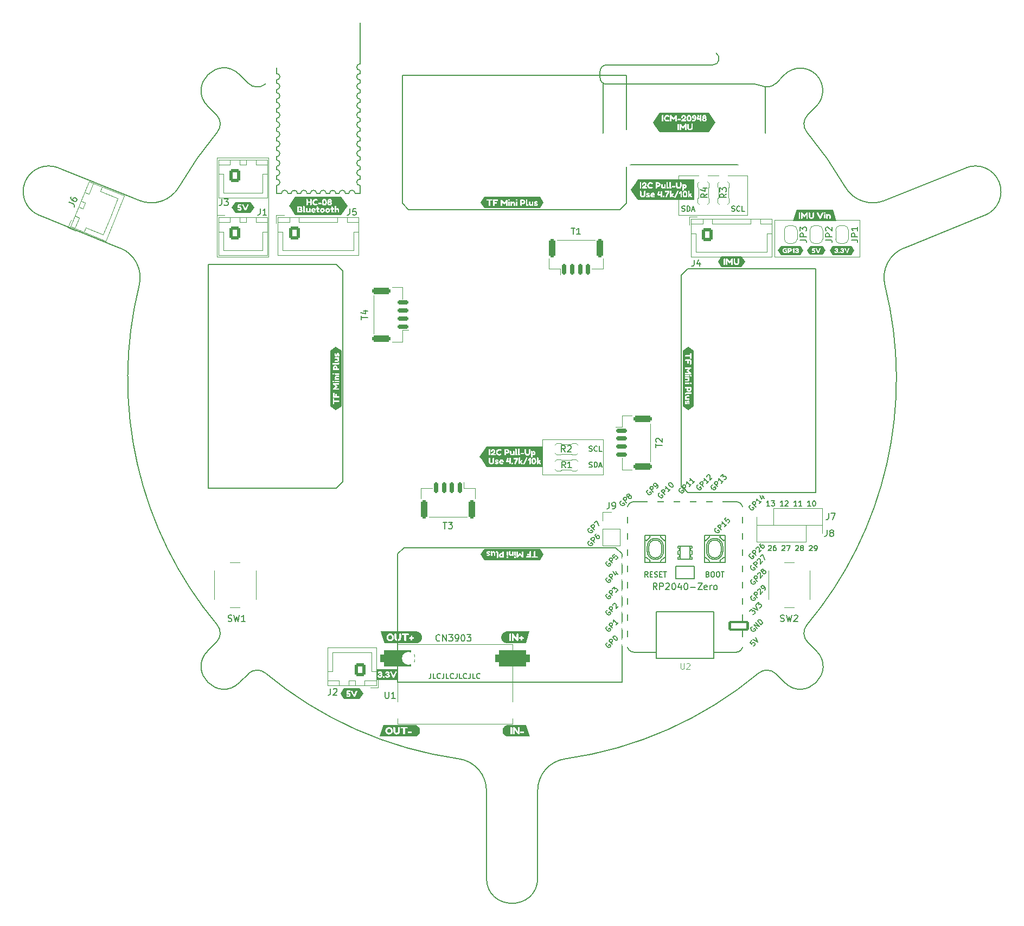
<source format=gbr>
%TF.GenerationSoftware,KiCad,Pcbnew,8.0.3*%
%TF.CreationDate,2024-06-18T01:51:01+08:00*%
%TF.ProjectId,imu-rounded,696d752d-726f-4756-9e64-65642e6b6963,rev?*%
%TF.SameCoordinates,Original*%
%TF.FileFunction,Legend,Top*%
%TF.FilePolarity,Positive*%
%FSLAX46Y46*%
G04 Gerber Fmt 4.6, Leading zero omitted, Abs format (unit mm)*
G04 Created by KiCad (PCBNEW 8.0.3) date 2024-06-18 01:51:01*
%MOMM*%
%LPD*%
G01*
G04 APERTURE LIST*
G04 Aperture macros list*
%AMRoundRect*
0 Rectangle with rounded corners*
0 $1 Rounding radius*
0 $2 $3 $4 $5 $6 $7 $8 $9 X,Y pos of 4 corners*
0 Add a 4 corners polygon primitive as box body*
4,1,4,$2,$3,$4,$5,$6,$7,$8,$9,$2,$3,0*
0 Add four circle primitives for the rounded corners*
1,1,$1+$1,$2,$3*
1,1,$1+$1,$4,$5*
1,1,$1+$1,$6,$7*
1,1,$1+$1,$8,$9*
0 Add four rect primitives between the rounded corners*
20,1,$1+$1,$2,$3,$4,$5,0*
20,1,$1+$1,$4,$5,$6,$7,0*
20,1,$1+$1,$6,$7,$8,$9,0*
20,1,$1+$1,$8,$9,$2,$3,0*%
%AMHorizOval*
0 Thick line with rounded ends*
0 $1 width*
0 $2 $3 position (X,Y) of the first rounded end (center of the circle)*
0 $4 $5 position (X,Y) of the second rounded end (center of the circle)*
0 Add line between two ends*
20,1,$1,$2,$3,$4,$5,0*
0 Add two circle primitives to create the rounded ends*
1,1,$1,$2,$3*
1,1,$1,$4,$5*%
%AMFreePoly0*
4,1,19,0.500000,-0.750000,0.000000,-0.750000,0.000000,-0.744911,-0.071157,-0.744911,-0.207708,-0.704816,-0.327430,-0.627875,-0.420627,-0.520320,-0.479746,-0.390866,-0.500000,-0.250000,-0.500000,0.250000,-0.479746,0.390866,-0.420627,0.520320,-0.327430,0.627875,-0.207708,0.704816,-0.071157,0.744911,0.000000,0.744911,0.000000,0.750000,0.500000,0.750000,0.500000,-0.750000,0.500000,-0.750000,
$1*%
%AMFreePoly1*
4,1,19,0.000000,0.744911,0.071157,0.744911,0.207708,0.704816,0.327430,0.627875,0.420627,0.520320,0.479746,0.390866,0.500000,0.250000,0.500000,-0.250000,0.479746,-0.390866,0.420627,-0.520320,0.327430,-0.627875,0.207708,-0.704816,0.071157,-0.744911,0.000000,-0.744911,0.000000,-0.750000,-0.500000,-0.750000,-0.500000,0.750000,0.000000,0.750000,0.000000,0.744911,0.000000,0.744911,
$1*%
G04 Aperture macros list end*
%ADD10C,0.200000*%
%ADD11C,0.100000*%
%ADD12C,0.150000*%
%ADD13C,0.101600*%
%ADD14C,0.000000*%
%ADD15C,0.120000*%
%ADD16C,0.800000*%
%ADD17C,6.400000*%
%ADD18RoundRect,0.250000X0.600000X0.750000X-0.600000X0.750000X-0.600000X-0.750000X0.600000X-0.750000X0*%
%ADD19O,1.700000X2.000000*%
%ADD20R,5.500000X2.500000*%
%ADD21R,2.000000X2.000000*%
%ADD22RoundRect,0.625000X2.125000X0.625000X-2.125000X0.625000X-2.125000X-0.625000X2.125000X-0.625000X0*%
%ADD23C,2.000000*%
%ADD24R,1.700000X1.700000*%
%ADD25O,1.700000X1.700000*%
%ADD26RoundRect,0.150000X0.700000X-0.150000X0.700000X0.150000X-0.700000X0.150000X-0.700000X-0.150000X0*%
%ADD27RoundRect,0.250000X1.150000X-0.250000X1.150000X0.250000X-1.150000X0.250000X-1.150000X-0.250000X0*%
%ADD28FreePoly0,270.000000*%
%ADD29FreePoly1,270.000000*%
%ADD30RoundRect,0.250000X0.470624X-0.837265X0.920152X0.275355X-0.470624X0.837265X-0.920152X-0.275355X0*%
%ADD31HorizOval,1.700000X-0.139078X0.056191X0.139078X-0.056191X0*%
%ADD32C,1.400000*%
%ADD33O,1.400000X1.400000*%
%ADD34RoundRect,0.150000X0.150000X0.700000X-0.150000X0.700000X-0.150000X-0.700000X0.150000X-0.700000X0*%
%ADD35RoundRect,0.250000X0.250000X1.150000X-0.250000X1.150000X-0.250000X-1.150000X0.250000X-1.150000X0*%
%ADD36RoundRect,0.150000X-0.700000X0.150000X-0.700000X-0.150000X0.700000X-0.150000X0.700000X0.150000X0*%
%ADD37RoundRect,0.250000X-1.150000X0.250000X-1.150000X-0.250000X1.150000X-0.250000X1.150000X0.250000X0*%
%ADD38RoundRect,0.250000X-0.600000X-0.725000X0.600000X-0.725000X0.600000X0.725000X-0.600000X0.725000X0*%
%ADD39O,1.700000X1.950000*%
%ADD40RoundRect,0.150000X-0.150000X-0.700000X0.150000X-0.700000X0.150000X0.700000X-0.150000X0.700000X0*%
%ADD41RoundRect,0.250000X-0.250000X-1.150000X0.250000X-1.150000X0.250000X1.150000X-0.250000X1.150000X0*%
%ADD42RoundRect,0.250000X-0.600000X-0.750000X0.600000X-0.750000X0.600000X0.750000X-0.600000X0.750000X0*%
%ADD43C,1.524000*%
%ADD44O,3.200000X1.600000*%
%ADD45O,1.600000X3.200000*%
%ADD46RoundRect,0.190500X0.571500X0.571500X-0.571500X0.571500X-0.571500X-0.571500X0.571500X-0.571500X0*%
%ADD47RoundRect,0.200000X-1.400000X-0.600000X1.400000X-0.600000X1.400000X0.600000X-1.400000X0.600000X0*%
G04 APERTURE END LIST*
D10*
X26181244Y-74489425D02*
G75*
G02*
X29178083Y-67071958I1498416J3708735D01*
G01*
X146147573Y-58802175D02*
X147474874Y-57474874D01*
X161195912Y-79589386D02*
X173818727Y-74489437D01*
X127408673Y-117847000D02*
X126408673Y-116847000D01*
X141192926Y-53857326D02*
G75*
G02*
X138863727Y-54221553I-1414226J1414226D01*
G01*
X142525126Y-52525126D02*
G75*
G02*
X147474874Y-57474874I2474874J-2474874D01*
G01*
X114226715Y-65589803D02*
X114226715Y-53750000D01*
X161195912Y-79589386D02*
X173818727Y-74489437D01*
X63249949Y-52334628D02*
G75*
G02*
X63249949Y-53337372I51J-501372D01*
G01*
X76249949Y-68332348D02*
G75*
G02*
X76249949Y-67339652I51J496348D01*
G01*
X57474874Y-147474874D02*
G75*
G02*
X52525126Y-142525126I-2474874J2474874D01*
G01*
X138836715Y-64049803D02*
G75*
G02*
X135636715Y-64049803I-1600000J0D01*
G01*
X135636715Y-64049803D02*
G75*
G02*
X138836715Y-64049803I1600000J0D01*
G01*
X76249949Y-66832348D02*
G75*
G02*
X76249949Y-65839652I51J496348D01*
G01*
X53977225Y-138495509D02*
G75*
G02*
X41792701Y-85442859I46022775J38495509D01*
G01*
X126408673Y-115847000D02*
X126408673Y-84847000D01*
X138495509Y-146022775D02*
G75*
G02*
X108307692Y-159422069I-38495509J46022775D01*
G01*
X61504491Y-53977225D02*
G75*
G02*
X58802383Y-53852637I-1283191J1534125D01*
G01*
X82847000Y-52591327D02*
X88297329Y-52591327D01*
X66999235Y-71086027D02*
G75*
G02*
X68000763Y-71086027I500764J-55D01*
G01*
X52525126Y-57474874D02*
G75*
G02*
X57474874Y-52525126I2474874J2474874D01*
G01*
X114736715Y-51000000D02*
X131325590Y-51000000D01*
X141192926Y-53857326D02*
G75*
G02*
X138863727Y-54221553I-1414226J1414226D01*
G01*
X137948700Y-54000000D02*
G75*
G02*
X138863730Y-54221546I0J-2000400D01*
G01*
X76249949Y-65332348D02*
G75*
G02*
X76249949Y-64339652I51J496348D01*
G01*
X131851783Y-49152542D02*
G75*
G02*
X131325590Y-51000000I-530883J-847458D01*
G01*
X76249949Y-58339654D02*
X76249949Y-57832348D01*
X114736700Y-54000000D02*
G75*
G02*
X113736714Y-52994709I0J1000000D01*
G01*
X56600000Y-55000000D02*
G75*
G02*
X53400000Y-55000000I-1600000J0D01*
G01*
X53400000Y-55000000D02*
G75*
G02*
X56600000Y-55000000I1600000J0D01*
G01*
D11*
X104750000Y-109500000D02*
X114250000Y-109500000D01*
D10*
X139526715Y-54500000D02*
X139526715Y-64089803D01*
X63249949Y-64334628D02*
G75*
G02*
X63249949Y-65337372I51J-501372D01*
G01*
X146550000Y-55000000D02*
G75*
G02*
X143450000Y-55000000I-1550000J0D01*
G01*
X143450000Y-55000000D02*
G75*
G02*
X146550000Y-55000000I1550000J0D01*
G01*
X147474874Y-142525126D02*
X146142674Y-141192926D01*
X63249949Y-69837371D02*
X63249949Y-71086027D01*
X146142674Y-141192926D02*
G75*
G02*
X146022784Y-138495517I1414226J1414226D01*
G01*
X137948700Y-54000000D02*
X114736700Y-54000000D01*
X63249949Y-59337371D02*
X63249949Y-59834628D01*
X63249949Y-65834628D02*
G75*
G02*
X63249949Y-66837372I51J-501372D01*
G01*
X63249949Y-56834628D02*
G75*
G02*
X63249949Y-57837372I51J-501372D01*
G01*
X101500000Y-178000000D02*
G75*
G02*
X98500000Y-178000000I-1500000J0D01*
G01*
X98500000Y-178000000D02*
G75*
G02*
X101500000Y-178000000I1500000J0D01*
G01*
X158188051Y-72176362D02*
G75*
G02*
X151983058Y-70037347I-1873051J4635962D01*
G01*
X146142674Y-141192926D02*
G75*
G02*
X146022784Y-138495517I1414226J1414226D01*
G01*
X112396671Y-52591327D02*
X117847000Y-52591327D01*
X48016934Y-70037343D02*
G75*
G02*
X53977223Y-61504489I51982666J-29962357D01*
G01*
X76249949Y-50839654D02*
X76249949Y-44386027D01*
X147408673Y-82847000D02*
X147408673Y-88297329D01*
X91600000Y-100000000D02*
G75*
G02*
X88400000Y-100000000I-1600000J0D01*
G01*
X88400000Y-100000000D02*
G75*
G02*
X91600000Y-100000000I1600000J0D01*
G01*
X147474874Y-142525126D02*
X146142674Y-141192926D01*
X48016934Y-70037343D02*
G75*
G02*
X41812049Y-72176400I-4331884J2496783D01*
G01*
X117153000Y-127408673D02*
X117153000Y-138408673D01*
X76249949Y-51832348D02*
G75*
G02*
X76249949Y-50839652I51J496348D01*
G01*
X41812048Y-72176402D02*
X29178086Y-67071950D01*
X76249949Y-62332348D02*
G75*
G02*
X76249949Y-61339652I51J496348D01*
G01*
X58807074Y-146142674D02*
G75*
G02*
X61504483Y-146022784I1414226J-1414226D01*
G01*
X76249949Y-52339654D02*
X76249949Y-51832348D01*
X146550000Y-55000000D02*
G75*
G02*
X143450000Y-55000000I-1550000J0D01*
G01*
X143450000Y-55000000D02*
G75*
G02*
X146550000Y-55000000I1550000J0D01*
G01*
X63249949Y-55334628D02*
G75*
G02*
X63249949Y-56337372I51J-501372D01*
G01*
X53857326Y-58807074D02*
G75*
G02*
X53977216Y-61504483I-1414226J-1414226D01*
G01*
X63249949Y-68337371D02*
X63249949Y-68834628D01*
X104000000Y-178000000D02*
G75*
G02*
X96000000Y-178000000I-4000000J0D01*
G01*
X82153000Y-127408673D02*
X83153000Y-126408673D01*
X146022775Y-61504491D02*
G75*
G02*
X151983069Y-70037341I-46023175J-38495809D01*
G01*
X63249949Y-71086027D02*
X63999235Y-71086027D01*
X52591327Y-87603329D02*
X52591327Y-82153000D01*
X63249949Y-62834628D02*
G75*
G02*
X63249949Y-63837372I51J-501372D01*
G01*
X104000000Y-178000000D02*
G75*
G02*
X96000000Y-178000000I-4000000J0D01*
G01*
X76249949Y-60832348D02*
G75*
G02*
X76249949Y-59839652I51J496348D01*
G01*
X115847000Y-73591327D02*
X84847000Y-73591327D01*
D11*
X136750000Y-68250000D02*
X136750000Y-74500000D01*
D10*
X76249949Y-63832348D02*
G75*
G02*
X76249949Y-62839652I51J496348D01*
G01*
X118116715Y-64049803D02*
G75*
G02*
X114916715Y-64049803I-1600000J0D01*
G01*
X114916715Y-64049803D02*
G75*
G02*
X118116715Y-64049803I1600000J0D01*
G01*
X76249949Y-67339654D02*
X76249949Y-66832348D01*
X76249949Y-59839654D02*
X76249949Y-59332348D01*
X82847000Y-72591327D02*
X82847000Y-61591327D01*
X96000000Y-164373908D02*
X96000000Y-178000000D01*
X116153000Y-126408673D02*
X117153000Y-127408673D01*
X48016934Y-70037343D02*
G75*
G02*
X53977223Y-61504489I51982666J-29962357D01*
G01*
X170821874Y-67071966D02*
G75*
G02*
X173818726Y-74489434I1498426J-3708734D01*
G01*
X63249949Y-58334628D02*
G75*
G02*
X63249949Y-59337372I51J-501372D01*
G01*
X173820341Y-70780686D02*
G75*
G02*
X170820341Y-70780686I-1500000J0D01*
G01*
X170820341Y-70780686D02*
G75*
G02*
X173820341Y-70780686I1500000J0D01*
G01*
X91692308Y-159422069D02*
G75*
G02*
X95999992Y-164373908I-692308J-4951831D01*
G01*
X76249949Y-55339654D02*
X76249949Y-54832348D01*
X76249949Y-71086027D02*
X76249949Y-69832348D01*
X61504491Y-53977225D02*
G75*
G02*
X58802383Y-53852637I-1283191J1534125D01*
G01*
D11*
X126000000Y-68250000D02*
X136750000Y-68250000D01*
D10*
X68499235Y-71086027D02*
G75*
G02*
X69500763Y-71086027I500764J-55D01*
G01*
X53857326Y-58807074D02*
G75*
G02*
X53977216Y-61504483I-1414226J-1414226D01*
G01*
X126408673Y-83847000D02*
X127408673Y-82847000D01*
X76249949Y-53332348D02*
G75*
G02*
X76249949Y-52339652I51J496348D01*
G01*
X126408673Y-84847000D02*
X126408673Y-83847000D01*
X63249949Y-60837371D02*
X63249949Y-61334628D01*
X83847000Y-73591327D02*
X82847000Y-72591327D01*
X63249949Y-57837371D02*
X63249949Y-58334628D01*
X76249949Y-56332348D02*
G75*
G02*
X76249949Y-55339652I51J496348D01*
G01*
X76249949Y-69832348D02*
G75*
G02*
X76249949Y-68839652I51J496348D01*
G01*
X114736700Y-54000000D02*
G75*
G02*
X113736714Y-52994709I0J1000000D01*
G01*
X113736715Y-52994709D02*
X113736715Y-52000000D01*
X137948700Y-54000000D02*
G75*
G02*
X138863730Y-54221546I0J-2000400D01*
G01*
X138526715Y-66589803D02*
X115226715Y-66589803D01*
X158207299Y-85442859D02*
G75*
G02*
X146022775Y-138495509I-58207299J-14557141D01*
G01*
X73591327Y-84153000D02*
X73591327Y-115153000D01*
X58802384Y-53852636D02*
X57474874Y-52525126D01*
X111600000Y-100000000D02*
G75*
G02*
X108400000Y-100000000I-1600000J0D01*
G01*
X108400000Y-100000000D02*
G75*
G02*
X111600000Y-100000000I1600000J0D01*
G01*
X138495509Y-146022775D02*
G75*
G02*
X108307692Y-159422069I-38495509J46022775D01*
G01*
X146550000Y-145000000D02*
G75*
G02*
X143450000Y-145000000I-1550000J0D01*
G01*
X143450000Y-145000000D02*
G75*
G02*
X146550000Y-145000000I1550000J0D01*
G01*
X91692308Y-159422069D02*
G75*
G02*
X95999992Y-164373908I-692308J-4951831D01*
G01*
X116847000Y-73591327D02*
X115847000Y-73591327D01*
X52591327Y-117153000D02*
X52591327Y-111702671D01*
X141197825Y-146147573D02*
X142525126Y-147474874D01*
X63249949Y-68834628D02*
G75*
G02*
X63249949Y-69837372I51J-501372D01*
G01*
D11*
X114250000Y-115000000D02*
X104750000Y-115000000D01*
X126000000Y-69000000D02*
X126000000Y-68250000D01*
D10*
X63249949Y-65337371D02*
X63249949Y-65834628D01*
X117153000Y-147408673D02*
X111702671Y-147408673D01*
X147474874Y-142525126D02*
G75*
G02*
X142525126Y-147474874I-2474874J-2474874D01*
G01*
X63249949Y-54837371D02*
X63249949Y-55334628D01*
X82847000Y-61591327D02*
X82847000Y-52591327D01*
X63249949Y-53337371D02*
X63249949Y-53834628D01*
X71000763Y-71086027D02*
X71499235Y-71086027D01*
X87603329Y-147408673D02*
X82153000Y-147408673D01*
X126408673Y-116847000D02*
X126408673Y-115847000D01*
X101500000Y-178000000D02*
G75*
G02*
X98500000Y-178000000I-1500000J0D01*
G01*
X98500000Y-178000000D02*
G75*
G02*
X101500000Y-178000000I1500000J0D01*
G01*
X146550000Y-145000000D02*
G75*
G02*
X143450000Y-145000000I-1550000J0D01*
G01*
X143450000Y-145000000D02*
G75*
G02*
X146550000Y-145000000I1550000J0D01*
G01*
X111702671Y-147408673D02*
X87603329Y-147408673D01*
X146147573Y-58802175D02*
X147474874Y-57474874D01*
X69999235Y-71086027D02*
G75*
G02*
X71000763Y-71086027I500764J-55D01*
G01*
X138408673Y-117847000D02*
X127408673Y-117847000D01*
X138408673Y-82847000D02*
X147408673Y-82847000D01*
X26181244Y-74489425D02*
X38815144Y-79593852D01*
X127408673Y-82847000D02*
X138408673Y-82847000D01*
X104000000Y-164373900D02*
G75*
G02*
X108307691Y-159422061I5000000J0D01*
G01*
X73591327Y-116153000D02*
X72591327Y-117153000D01*
X170821874Y-67071966D02*
X158188051Y-72176362D01*
X111600000Y-100000000D02*
G75*
G02*
X108400000Y-100000000I-1600000J0D01*
G01*
X108400000Y-100000000D02*
G75*
G02*
X111600000Y-100000000I1600000J0D01*
G01*
X29178085Y-67071959D02*
X29178088Y-67071951D01*
X147408673Y-112396671D02*
X147408673Y-117847000D01*
X76249949Y-62839654D02*
X76249949Y-62332348D01*
X41812048Y-72176402D02*
X29178088Y-67071951D01*
X52591327Y-111702671D02*
X52591327Y-87603329D01*
X76249949Y-56839654D02*
X76249949Y-56332348D01*
X57474874Y-147474874D02*
X58807074Y-146142674D01*
X158207299Y-85442859D02*
G75*
G02*
X161195912Y-79589386I4850701J1213059D01*
G01*
X158207299Y-85442859D02*
G75*
G02*
X161195912Y-79589386I4850701J1213059D01*
G01*
X56550000Y-145000000D02*
G75*
G02*
X53450000Y-145000000I-1550000J0D01*
G01*
X53450000Y-145000000D02*
G75*
G02*
X56550000Y-145000000I1550000J0D01*
G01*
X82153000Y-138408673D02*
X82153000Y-127408673D01*
D11*
X114250000Y-109500000D02*
X114250000Y-110000000D01*
D10*
X173820341Y-70780686D02*
G75*
G02*
X170820341Y-70780686I-1500000J0D01*
G01*
X170820341Y-70780686D02*
G75*
G02*
X173820341Y-70780686I1500000J0D01*
G01*
X63249949Y-56337371D02*
X63249949Y-56834628D01*
X76249949Y-54832348D02*
G75*
G02*
X76249949Y-53839652I51J496348D01*
G01*
X147408673Y-88297329D02*
X147408673Y-112396671D01*
X76249949Y-68332348D02*
X76249949Y-68839654D01*
X76249949Y-65839654D02*
X76249949Y-65332348D01*
X104000000Y-178000000D02*
X104000000Y-164373900D01*
X131851783Y-49152542D02*
G75*
G02*
X131325590Y-51000000I-530883J-847458D01*
G01*
X73591327Y-115153000D02*
X73591327Y-116153000D01*
X76249949Y-53839654D02*
X76249949Y-53332348D01*
X91600000Y-100000000D02*
G75*
G02*
X88400000Y-100000000I-1600000J0D01*
G01*
X88400000Y-100000000D02*
G75*
G02*
X91600000Y-100000000I1600000J0D01*
G01*
X117847000Y-72591327D02*
X116847000Y-73591327D01*
X72591327Y-117153000D02*
X61591327Y-117153000D01*
X117847000Y-61591327D02*
X117847000Y-72591327D01*
X138495509Y-146022775D02*
G75*
G02*
X141197825Y-146147573I1283191J-1534125D01*
G01*
X52525126Y-57474874D02*
G75*
G02*
X57474874Y-52525126I2474874J2474874D01*
G01*
D11*
X114250000Y-110000000D02*
X114250000Y-115000000D01*
X104750000Y-115000000D02*
X104750000Y-109500000D01*
D10*
X75500763Y-71086027D02*
X76249949Y-71086027D01*
X146022775Y-61504491D02*
G75*
G02*
X146147573Y-58802175I1534125J1283191D01*
G01*
X138495509Y-146022775D02*
G75*
G02*
X141197825Y-146147573I1283191J-1534125D01*
G01*
X142525126Y-52525126D02*
X141192926Y-53857326D01*
X170821874Y-67071966D02*
X158188051Y-72176362D01*
X65000763Y-71086027D02*
X65499234Y-71086027D01*
X63249949Y-67334628D02*
G75*
G02*
X63249949Y-68337372I51J-501372D01*
G01*
X82153000Y-147408673D02*
X82153000Y-138408673D01*
X38815144Y-79593852D02*
G75*
G02*
X41792746Y-85442870I-1873044J-4635948D01*
G01*
X29179659Y-70780686D02*
G75*
G02*
X26179659Y-70780686I-1500000J0D01*
G01*
X26179659Y-70780686D02*
G75*
G02*
X29179659Y-70780686I1500000J0D01*
G01*
X104000000Y-164373900D02*
G75*
G02*
X108307691Y-159422061I5000000J0D01*
G01*
X63249949Y-51450000D02*
X63249949Y-52334628D01*
X52525126Y-57474874D02*
X53857326Y-58807074D01*
X147408673Y-117847000D02*
X138408673Y-117847000D01*
X29179659Y-70780686D02*
G75*
G02*
X26179659Y-70780686I-1500000J0D01*
G01*
X26179659Y-70780686D02*
G75*
G02*
X29179659Y-70780686I1500000J0D01*
G01*
X76249949Y-57832348D02*
G75*
G02*
X76249949Y-56839652I51J496348D01*
G01*
X71499235Y-71086027D02*
G75*
G02*
X72500763Y-71086027I500764J-54D01*
G01*
X57474874Y-147474874D02*
G75*
G02*
X52525126Y-142525126I-2474874J2474874D01*
G01*
X63249949Y-59834628D02*
G75*
G02*
X63249949Y-60837372I51J-501372D01*
G01*
X84153000Y-126408673D02*
X115153000Y-126408673D01*
X69500763Y-71086027D02*
X69999235Y-71086027D01*
X26181244Y-74489425D02*
G75*
G02*
X29178085Y-67071959I1498416J3708735D01*
G01*
X72999234Y-71086027D02*
G75*
G02*
X74000764Y-71086027I500765J-58D01*
G01*
X84847000Y-73591327D02*
X83847000Y-73591327D01*
X91692308Y-159422069D02*
G75*
G02*
X61504491Y-146022775I8307692J59422069D01*
G01*
X117153000Y-138408673D02*
X117153000Y-147408673D01*
X115153000Y-126408673D02*
X116153000Y-126408673D01*
X74000765Y-71086027D02*
X74499235Y-71086027D01*
X63249949Y-62337371D02*
X63249949Y-62834628D01*
X66500765Y-71086027D02*
X66999235Y-71086027D01*
X48016934Y-70037343D02*
G75*
G02*
X41812049Y-72176400I-4331884J2496783D01*
G01*
X56600000Y-55000000D02*
G75*
G02*
X53400000Y-55000000I-1600000J0D01*
G01*
X53400000Y-55000000D02*
G75*
G02*
X56600000Y-55000000I1600000J0D01*
G01*
X142525126Y-52525126D02*
G75*
G02*
X147474874Y-57474874I2474874J-2474874D01*
G01*
X76249949Y-64339654D02*
X76249949Y-63832348D01*
X58802384Y-53852636D02*
X57474874Y-52525126D01*
X114736715Y-51000000D02*
X131325590Y-51000000D01*
X63249949Y-53834628D02*
G75*
G02*
X63249949Y-54837372I51J-501372D01*
G01*
X53852427Y-141197825D02*
X52525126Y-142525126D01*
X88297329Y-52591327D02*
X112396671Y-52591327D01*
D11*
X126000000Y-74500000D02*
X126011612Y-72092213D01*
D10*
X63249949Y-61334628D02*
G75*
G02*
X63249949Y-62337372I51J-501372D01*
G01*
X91692308Y-159422069D02*
G75*
G02*
X61504491Y-146022775I8307692J59422069D01*
G01*
D11*
X53900000Y-65500000D02*
X62000000Y-65500000D01*
X62000000Y-81000000D01*
X53900000Y-81000000D01*
X53900000Y-65500000D01*
D10*
X113736715Y-52000000D02*
G75*
G02*
X114736715Y-51000015I999985J0D01*
G01*
X83153000Y-126408673D02*
X84153000Y-126408673D01*
X65499234Y-71086027D02*
G75*
G02*
X66500764Y-71086027I500765J-58D01*
G01*
X63249949Y-63837371D02*
X63249949Y-64334628D01*
X53977225Y-138495509D02*
G75*
G02*
X53852427Y-141197825I-1534125J-1283191D01*
G01*
X147474874Y-142525126D02*
G75*
G02*
X142525126Y-147474874I-2474874J-2474874D01*
G01*
X137948700Y-54000000D02*
X114736700Y-54000000D01*
X113736715Y-52000000D02*
G75*
G02*
X114736715Y-51000015I999985J0D01*
G01*
X76249949Y-61339654D02*
X76249949Y-60832348D01*
X72500763Y-71086027D02*
X72999234Y-71086027D01*
X53977225Y-138495509D02*
G75*
G02*
X41792701Y-85442859I46022775J38495509D01*
G01*
X158207299Y-85442859D02*
G75*
G02*
X146022775Y-138495509I-58207299J-14557141D01*
G01*
X53852427Y-141197825D02*
X52525126Y-142525126D01*
X53977225Y-138495509D02*
G75*
G02*
X53852427Y-141197825I-1534125J-1283191D01*
G01*
X63999235Y-71086027D02*
G75*
G02*
X65000763Y-71086027I500764J-55D01*
G01*
X76249949Y-59332348D02*
G75*
G02*
X76249949Y-58339652I51J496348D01*
G01*
X158188051Y-72176362D02*
G75*
G02*
X151983058Y-70037347I-1873051J4635962D01*
G01*
X58807074Y-146142674D02*
G75*
G02*
X61504483Y-146022784I1414226J-1414226D01*
G01*
X104000000Y-178000000D02*
X104000000Y-164373900D01*
X57474874Y-147474874D02*
X58807074Y-146142674D01*
X63249949Y-66837371D02*
X63249949Y-67334628D01*
X141197825Y-146147573D02*
X142525126Y-147474874D01*
X61591327Y-82153000D02*
X72591327Y-82153000D01*
X142525126Y-52525126D02*
X141192926Y-53857326D01*
X96000000Y-164373908D02*
X96000000Y-178000000D01*
X68000763Y-71086027D02*
X68499235Y-71086027D01*
X113736715Y-52994709D02*
X113736715Y-52000000D01*
X146022775Y-61504491D02*
G75*
G02*
X146147573Y-58802175I1534125J1283191D01*
G01*
X52525126Y-57474874D02*
X53857326Y-58807074D01*
X74499235Y-71086027D02*
G75*
G02*
X75500763Y-71086027I500764J-55D01*
G01*
D11*
X136750000Y-74500000D02*
X126000000Y-74500000D01*
D10*
X52591327Y-82153000D02*
X61591327Y-82153000D01*
X170821874Y-67071966D02*
G75*
G02*
X173818726Y-74489434I1498426J-3708734D01*
G01*
X73591327Y-83153000D02*
X73591327Y-84153000D01*
X38815144Y-79593852D02*
G75*
G02*
X41792746Y-85442870I-1873044J-4635948D01*
G01*
X26181244Y-74489425D02*
X38815144Y-79593852D01*
X117847000Y-52591327D02*
X117847000Y-61591327D01*
X56550000Y-145000000D02*
G75*
G02*
X53450000Y-145000000I-1550000J0D01*
G01*
X53450000Y-145000000D02*
G75*
G02*
X56550000Y-145000000I1550000J0D01*
G01*
X72591327Y-82153000D02*
X73591327Y-83153000D01*
X146022775Y-61504491D02*
G75*
G02*
X151983069Y-70037341I-46023175J-38495809D01*
G01*
D11*
X141000000Y-75250000D02*
X154250000Y-75250000D01*
X154250000Y-81000000D01*
X141000000Y-81000000D01*
X141000000Y-75250000D01*
D10*
X61591327Y-117153000D02*
X52591327Y-117153000D01*
D12*
X112047618Y-111324200D02*
X112161904Y-111362295D01*
X112161904Y-111362295D02*
X112352380Y-111362295D01*
X112352380Y-111362295D02*
X112428571Y-111324200D01*
X112428571Y-111324200D02*
X112466666Y-111286104D01*
X112466666Y-111286104D02*
X112504761Y-111209914D01*
X112504761Y-111209914D02*
X112504761Y-111133723D01*
X112504761Y-111133723D02*
X112466666Y-111057533D01*
X112466666Y-111057533D02*
X112428571Y-111019438D01*
X112428571Y-111019438D02*
X112352380Y-110981342D01*
X112352380Y-110981342D02*
X112199999Y-110943247D01*
X112199999Y-110943247D02*
X112123809Y-110905152D01*
X112123809Y-110905152D02*
X112085714Y-110867057D01*
X112085714Y-110867057D02*
X112047618Y-110790866D01*
X112047618Y-110790866D02*
X112047618Y-110714676D01*
X112047618Y-110714676D02*
X112085714Y-110638485D01*
X112085714Y-110638485D02*
X112123809Y-110600390D01*
X112123809Y-110600390D02*
X112199999Y-110562295D01*
X112199999Y-110562295D02*
X112390476Y-110562295D01*
X112390476Y-110562295D02*
X112504761Y-110600390D01*
X113304762Y-111286104D02*
X113266666Y-111324200D01*
X113266666Y-111324200D02*
X113152381Y-111362295D01*
X113152381Y-111362295D02*
X113076190Y-111362295D01*
X113076190Y-111362295D02*
X112961904Y-111324200D01*
X112961904Y-111324200D02*
X112885714Y-111248009D01*
X112885714Y-111248009D02*
X112847619Y-111171819D01*
X112847619Y-111171819D02*
X112809523Y-111019438D01*
X112809523Y-111019438D02*
X112809523Y-110905152D01*
X112809523Y-110905152D02*
X112847619Y-110752771D01*
X112847619Y-110752771D02*
X112885714Y-110676580D01*
X112885714Y-110676580D02*
X112961904Y-110600390D01*
X112961904Y-110600390D02*
X113076190Y-110562295D01*
X113076190Y-110562295D02*
X113152381Y-110562295D01*
X113152381Y-110562295D02*
X113266666Y-110600390D01*
X113266666Y-110600390D02*
X113304762Y-110638485D01*
X114028571Y-111362295D02*
X113647619Y-111362295D01*
X113647619Y-111362295D02*
X113647619Y-110562295D01*
X140001064Y-126170485D02*
X140039160Y-126132390D01*
X140039160Y-126132390D02*
X140115350Y-126094295D01*
X140115350Y-126094295D02*
X140305826Y-126094295D01*
X140305826Y-126094295D02*
X140382017Y-126132390D01*
X140382017Y-126132390D02*
X140420112Y-126170485D01*
X140420112Y-126170485D02*
X140458207Y-126246676D01*
X140458207Y-126246676D02*
X140458207Y-126322866D01*
X140458207Y-126322866D02*
X140420112Y-126437152D01*
X140420112Y-126437152D02*
X139962969Y-126894295D01*
X139962969Y-126894295D02*
X140458207Y-126894295D01*
X141143922Y-126094295D02*
X140991541Y-126094295D01*
X140991541Y-126094295D02*
X140915350Y-126132390D01*
X140915350Y-126132390D02*
X140877255Y-126170485D01*
X140877255Y-126170485D02*
X140801065Y-126284771D01*
X140801065Y-126284771D02*
X140762969Y-126437152D01*
X140762969Y-126437152D02*
X140762969Y-126741914D01*
X140762969Y-126741914D02*
X140801065Y-126818104D01*
X140801065Y-126818104D02*
X140839160Y-126856200D01*
X140839160Y-126856200D02*
X140915350Y-126894295D01*
X140915350Y-126894295D02*
X141067731Y-126894295D01*
X141067731Y-126894295D02*
X141143922Y-126856200D01*
X141143922Y-126856200D02*
X141182017Y-126818104D01*
X141182017Y-126818104D02*
X141220112Y-126741914D01*
X141220112Y-126741914D02*
X141220112Y-126551438D01*
X141220112Y-126551438D02*
X141182017Y-126475247D01*
X141182017Y-126475247D02*
X141143922Y-126437152D01*
X141143922Y-126437152D02*
X141067731Y-126399057D01*
X141067731Y-126399057D02*
X140915350Y-126399057D01*
X140915350Y-126399057D02*
X140839160Y-126437152D01*
X140839160Y-126437152D02*
X140801065Y-126475247D01*
X140801065Y-126475247D02*
X140762969Y-126551438D01*
X142134398Y-126170485D02*
X142172494Y-126132390D01*
X142172494Y-126132390D02*
X142248684Y-126094295D01*
X142248684Y-126094295D02*
X142439160Y-126094295D01*
X142439160Y-126094295D02*
X142515351Y-126132390D01*
X142515351Y-126132390D02*
X142553446Y-126170485D01*
X142553446Y-126170485D02*
X142591541Y-126246676D01*
X142591541Y-126246676D02*
X142591541Y-126322866D01*
X142591541Y-126322866D02*
X142553446Y-126437152D01*
X142553446Y-126437152D02*
X142096303Y-126894295D01*
X142096303Y-126894295D02*
X142591541Y-126894295D01*
X142858208Y-126094295D02*
X143391542Y-126094295D01*
X143391542Y-126094295D02*
X143048684Y-126894295D01*
X144267732Y-126170485D02*
X144305828Y-126132390D01*
X144305828Y-126132390D02*
X144382018Y-126094295D01*
X144382018Y-126094295D02*
X144572494Y-126094295D01*
X144572494Y-126094295D02*
X144648685Y-126132390D01*
X144648685Y-126132390D02*
X144686780Y-126170485D01*
X144686780Y-126170485D02*
X144724875Y-126246676D01*
X144724875Y-126246676D02*
X144724875Y-126322866D01*
X144724875Y-126322866D02*
X144686780Y-126437152D01*
X144686780Y-126437152D02*
X144229637Y-126894295D01*
X144229637Y-126894295D02*
X144724875Y-126894295D01*
X145182018Y-126437152D02*
X145105828Y-126399057D01*
X145105828Y-126399057D02*
X145067733Y-126360961D01*
X145067733Y-126360961D02*
X145029637Y-126284771D01*
X145029637Y-126284771D02*
X145029637Y-126246676D01*
X145029637Y-126246676D02*
X145067733Y-126170485D01*
X145067733Y-126170485D02*
X145105828Y-126132390D01*
X145105828Y-126132390D02*
X145182018Y-126094295D01*
X145182018Y-126094295D02*
X145334399Y-126094295D01*
X145334399Y-126094295D02*
X145410590Y-126132390D01*
X145410590Y-126132390D02*
X145448685Y-126170485D01*
X145448685Y-126170485D02*
X145486780Y-126246676D01*
X145486780Y-126246676D02*
X145486780Y-126284771D01*
X145486780Y-126284771D02*
X145448685Y-126360961D01*
X145448685Y-126360961D02*
X145410590Y-126399057D01*
X145410590Y-126399057D02*
X145334399Y-126437152D01*
X145334399Y-126437152D02*
X145182018Y-126437152D01*
X145182018Y-126437152D02*
X145105828Y-126475247D01*
X145105828Y-126475247D02*
X145067733Y-126513342D01*
X145067733Y-126513342D02*
X145029637Y-126589533D01*
X145029637Y-126589533D02*
X145029637Y-126741914D01*
X145029637Y-126741914D02*
X145067733Y-126818104D01*
X145067733Y-126818104D02*
X145105828Y-126856200D01*
X145105828Y-126856200D02*
X145182018Y-126894295D01*
X145182018Y-126894295D02*
X145334399Y-126894295D01*
X145334399Y-126894295D02*
X145410590Y-126856200D01*
X145410590Y-126856200D02*
X145448685Y-126818104D01*
X145448685Y-126818104D02*
X145486780Y-126741914D01*
X145486780Y-126741914D02*
X145486780Y-126589533D01*
X145486780Y-126589533D02*
X145448685Y-126513342D01*
X145448685Y-126513342D02*
X145410590Y-126475247D01*
X145410590Y-126475247D02*
X145334399Y-126437152D01*
X146401066Y-126170485D02*
X146439162Y-126132390D01*
X146439162Y-126132390D02*
X146515352Y-126094295D01*
X146515352Y-126094295D02*
X146705828Y-126094295D01*
X146705828Y-126094295D02*
X146782019Y-126132390D01*
X146782019Y-126132390D02*
X146820114Y-126170485D01*
X146820114Y-126170485D02*
X146858209Y-126246676D01*
X146858209Y-126246676D02*
X146858209Y-126322866D01*
X146858209Y-126322866D02*
X146820114Y-126437152D01*
X146820114Y-126437152D02*
X146362971Y-126894295D01*
X146362971Y-126894295D02*
X146858209Y-126894295D01*
X147239162Y-126894295D02*
X147391543Y-126894295D01*
X147391543Y-126894295D02*
X147467733Y-126856200D01*
X147467733Y-126856200D02*
X147505829Y-126818104D01*
X147505829Y-126818104D02*
X147582019Y-126703819D01*
X147582019Y-126703819D02*
X147620114Y-126551438D01*
X147620114Y-126551438D02*
X147620114Y-126246676D01*
X147620114Y-126246676D02*
X147582019Y-126170485D01*
X147582019Y-126170485D02*
X147543924Y-126132390D01*
X147543924Y-126132390D02*
X147467733Y-126094295D01*
X147467733Y-126094295D02*
X147315352Y-126094295D01*
X147315352Y-126094295D02*
X147239162Y-126132390D01*
X147239162Y-126132390D02*
X147201067Y-126170485D01*
X147201067Y-126170485D02*
X147162971Y-126246676D01*
X147162971Y-126246676D02*
X147162971Y-126437152D01*
X147162971Y-126437152D02*
X147201067Y-126513342D01*
X147201067Y-126513342D02*
X147239162Y-126551438D01*
X147239162Y-126551438D02*
X147315352Y-126589533D01*
X147315352Y-126589533D02*
X147467733Y-126589533D01*
X147467733Y-126589533D02*
X147543924Y-126551438D01*
X147543924Y-126551438D02*
X147582019Y-126513342D01*
X147582019Y-126513342D02*
X147620114Y-126437152D01*
X134297618Y-73824200D02*
X134411904Y-73862295D01*
X134411904Y-73862295D02*
X134602380Y-73862295D01*
X134602380Y-73862295D02*
X134678571Y-73824200D01*
X134678571Y-73824200D02*
X134716666Y-73786104D01*
X134716666Y-73786104D02*
X134754761Y-73709914D01*
X134754761Y-73709914D02*
X134754761Y-73633723D01*
X134754761Y-73633723D02*
X134716666Y-73557533D01*
X134716666Y-73557533D02*
X134678571Y-73519438D01*
X134678571Y-73519438D02*
X134602380Y-73481342D01*
X134602380Y-73481342D02*
X134449999Y-73443247D01*
X134449999Y-73443247D02*
X134373809Y-73405152D01*
X134373809Y-73405152D02*
X134335714Y-73367057D01*
X134335714Y-73367057D02*
X134297618Y-73290866D01*
X134297618Y-73290866D02*
X134297618Y-73214676D01*
X134297618Y-73214676D02*
X134335714Y-73138485D01*
X134335714Y-73138485D02*
X134373809Y-73100390D01*
X134373809Y-73100390D02*
X134449999Y-73062295D01*
X134449999Y-73062295D02*
X134640476Y-73062295D01*
X134640476Y-73062295D02*
X134754761Y-73100390D01*
X135554762Y-73786104D02*
X135516666Y-73824200D01*
X135516666Y-73824200D02*
X135402381Y-73862295D01*
X135402381Y-73862295D02*
X135326190Y-73862295D01*
X135326190Y-73862295D02*
X135211904Y-73824200D01*
X135211904Y-73824200D02*
X135135714Y-73748009D01*
X135135714Y-73748009D02*
X135097619Y-73671819D01*
X135097619Y-73671819D02*
X135059523Y-73519438D01*
X135059523Y-73519438D02*
X135059523Y-73405152D01*
X135059523Y-73405152D02*
X135097619Y-73252771D01*
X135097619Y-73252771D02*
X135135714Y-73176580D01*
X135135714Y-73176580D02*
X135211904Y-73100390D01*
X135211904Y-73100390D02*
X135326190Y-73062295D01*
X135326190Y-73062295D02*
X135402381Y-73062295D01*
X135402381Y-73062295D02*
X135516666Y-73100390D01*
X135516666Y-73100390D02*
X135554762Y-73138485D01*
X136278571Y-73862295D02*
X135897619Y-73862295D01*
X135897619Y-73862295D02*
X135897619Y-73062295D01*
X140208207Y-119894295D02*
X139751064Y-119894295D01*
X139979636Y-119894295D02*
X139979636Y-119094295D01*
X139979636Y-119094295D02*
X139903445Y-119208580D01*
X139903445Y-119208580D02*
X139827255Y-119284771D01*
X139827255Y-119284771D02*
X139751064Y-119322866D01*
X140474874Y-119094295D02*
X140970112Y-119094295D01*
X140970112Y-119094295D02*
X140703446Y-119399057D01*
X140703446Y-119399057D02*
X140817731Y-119399057D01*
X140817731Y-119399057D02*
X140893922Y-119437152D01*
X140893922Y-119437152D02*
X140932017Y-119475247D01*
X140932017Y-119475247D02*
X140970112Y-119551438D01*
X140970112Y-119551438D02*
X140970112Y-119741914D01*
X140970112Y-119741914D02*
X140932017Y-119818104D01*
X140932017Y-119818104D02*
X140893922Y-119856200D01*
X140893922Y-119856200D02*
X140817731Y-119894295D01*
X140817731Y-119894295D02*
X140589160Y-119894295D01*
X140589160Y-119894295D02*
X140512969Y-119856200D01*
X140512969Y-119856200D02*
X140474874Y-119818104D01*
X142341541Y-119894295D02*
X141884398Y-119894295D01*
X142112970Y-119894295D02*
X142112970Y-119094295D01*
X142112970Y-119094295D02*
X142036779Y-119208580D01*
X142036779Y-119208580D02*
X141960589Y-119284771D01*
X141960589Y-119284771D02*
X141884398Y-119322866D01*
X142646303Y-119170485D02*
X142684399Y-119132390D01*
X142684399Y-119132390D02*
X142760589Y-119094295D01*
X142760589Y-119094295D02*
X142951065Y-119094295D01*
X142951065Y-119094295D02*
X143027256Y-119132390D01*
X143027256Y-119132390D02*
X143065351Y-119170485D01*
X143065351Y-119170485D02*
X143103446Y-119246676D01*
X143103446Y-119246676D02*
X143103446Y-119322866D01*
X143103446Y-119322866D02*
X143065351Y-119437152D01*
X143065351Y-119437152D02*
X142608208Y-119894295D01*
X142608208Y-119894295D02*
X143103446Y-119894295D01*
X144474875Y-119894295D02*
X144017732Y-119894295D01*
X144246304Y-119894295D02*
X144246304Y-119094295D01*
X144246304Y-119094295D02*
X144170113Y-119208580D01*
X144170113Y-119208580D02*
X144093923Y-119284771D01*
X144093923Y-119284771D02*
X144017732Y-119322866D01*
X145236780Y-119894295D02*
X144779637Y-119894295D01*
X145008209Y-119894295D02*
X145008209Y-119094295D01*
X145008209Y-119094295D02*
X144932018Y-119208580D01*
X144932018Y-119208580D02*
X144855828Y-119284771D01*
X144855828Y-119284771D02*
X144779637Y-119322866D01*
X146608209Y-119894295D02*
X146151066Y-119894295D01*
X146379638Y-119894295D02*
X146379638Y-119094295D01*
X146379638Y-119094295D02*
X146303447Y-119208580D01*
X146303447Y-119208580D02*
X146227257Y-119284771D01*
X146227257Y-119284771D02*
X146151066Y-119322866D01*
X147103448Y-119094295D02*
X147179638Y-119094295D01*
X147179638Y-119094295D02*
X147255829Y-119132390D01*
X147255829Y-119132390D02*
X147293924Y-119170485D01*
X147293924Y-119170485D02*
X147332019Y-119246676D01*
X147332019Y-119246676D02*
X147370114Y-119399057D01*
X147370114Y-119399057D02*
X147370114Y-119589533D01*
X147370114Y-119589533D02*
X147332019Y-119741914D01*
X147332019Y-119741914D02*
X147293924Y-119818104D01*
X147293924Y-119818104D02*
X147255829Y-119856200D01*
X147255829Y-119856200D02*
X147179638Y-119894295D01*
X147179638Y-119894295D02*
X147103448Y-119894295D01*
X147103448Y-119894295D02*
X147027257Y-119856200D01*
X147027257Y-119856200D02*
X146989162Y-119818104D01*
X146989162Y-119818104D02*
X146951067Y-119741914D01*
X146951067Y-119741914D02*
X146912971Y-119589533D01*
X146912971Y-119589533D02*
X146912971Y-119399057D01*
X146912971Y-119399057D02*
X146951067Y-119246676D01*
X146951067Y-119246676D02*
X146989162Y-119170485D01*
X146989162Y-119170485D02*
X147027257Y-119132390D01*
X147027257Y-119132390D02*
X147103448Y-119094295D01*
X87304761Y-146062295D02*
X87304761Y-146633723D01*
X87304761Y-146633723D02*
X87266666Y-146748009D01*
X87266666Y-146748009D02*
X87190475Y-146824200D01*
X87190475Y-146824200D02*
X87076190Y-146862295D01*
X87076190Y-146862295D02*
X86999999Y-146862295D01*
X88066666Y-146862295D02*
X87685714Y-146862295D01*
X87685714Y-146862295D02*
X87685714Y-146062295D01*
X88790476Y-146786104D02*
X88752380Y-146824200D01*
X88752380Y-146824200D02*
X88638095Y-146862295D01*
X88638095Y-146862295D02*
X88561904Y-146862295D01*
X88561904Y-146862295D02*
X88447618Y-146824200D01*
X88447618Y-146824200D02*
X88371428Y-146748009D01*
X88371428Y-146748009D02*
X88333333Y-146671819D01*
X88333333Y-146671819D02*
X88295237Y-146519438D01*
X88295237Y-146519438D02*
X88295237Y-146405152D01*
X88295237Y-146405152D02*
X88333333Y-146252771D01*
X88333333Y-146252771D02*
X88371428Y-146176580D01*
X88371428Y-146176580D02*
X88447618Y-146100390D01*
X88447618Y-146100390D02*
X88561904Y-146062295D01*
X88561904Y-146062295D02*
X88638095Y-146062295D01*
X88638095Y-146062295D02*
X88752380Y-146100390D01*
X88752380Y-146100390D02*
X88790476Y-146138485D01*
X89361904Y-146062295D02*
X89361904Y-146633723D01*
X89361904Y-146633723D02*
X89323809Y-146748009D01*
X89323809Y-146748009D02*
X89247618Y-146824200D01*
X89247618Y-146824200D02*
X89133333Y-146862295D01*
X89133333Y-146862295D02*
X89057142Y-146862295D01*
X90123809Y-146862295D02*
X89742857Y-146862295D01*
X89742857Y-146862295D02*
X89742857Y-146062295D01*
X90847619Y-146786104D02*
X90809523Y-146824200D01*
X90809523Y-146824200D02*
X90695238Y-146862295D01*
X90695238Y-146862295D02*
X90619047Y-146862295D01*
X90619047Y-146862295D02*
X90504761Y-146824200D01*
X90504761Y-146824200D02*
X90428571Y-146748009D01*
X90428571Y-146748009D02*
X90390476Y-146671819D01*
X90390476Y-146671819D02*
X90352380Y-146519438D01*
X90352380Y-146519438D02*
X90352380Y-146405152D01*
X90352380Y-146405152D02*
X90390476Y-146252771D01*
X90390476Y-146252771D02*
X90428571Y-146176580D01*
X90428571Y-146176580D02*
X90504761Y-146100390D01*
X90504761Y-146100390D02*
X90619047Y-146062295D01*
X90619047Y-146062295D02*
X90695238Y-146062295D01*
X90695238Y-146062295D02*
X90809523Y-146100390D01*
X90809523Y-146100390D02*
X90847619Y-146138485D01*
X91419047Y-146062295D02*
X91419047Y-146633723D01*
X91419047Y-146633723D02*
X91380952Y-146748009D01*
X91380952Y-146748009D02*
X91304761Y-146824200D01*
X91304761Y-146824200D02*
X91190476Y-146862295D01*
X91190476Y-146862295D02*
X91114285Y-146862295D01*
X92180952Y-146862295D02*
X91800000Y-146862295D01*
X91800000Y-146862295D02*
X91800000Y-146062295D01*
X92904762Y-146786104D02*
X92866666Y-146824200D01*
X92866666Y-146824200D02*
X92752381Y-146862295D01*
X92752381Y-146862295D02*
X92676190Y-146862295D01*
X92676190Y-146862295D02*
X92561904Y-146824200D01*
X92561904Y-146824200D02*
X92485714Y-146748009D01*
X92485714Y-146748009D02*
X92447619Y-146671819D01*
X92447619Y-146671819D02*
X92409523Y-146519438D01*
X92409523Y-146519438D02*
X92409523Y-146405152D01*
X92409523Y-146405152D02*
X92447619Y-146252771D01*
X92447619Y-146252771D02*
X92485714Y-146176580D01*
X92485714Y-146176580D02*
X92561904Y-146100390D01*
X92561904Y-146100390D02*
X92676190Y-146062295D01*
X92676190Y-146062295D02*
X92752381Y-146062295D01*
X92752381Y-146062295D02*
X92866666Y-146100390D01*
X92866666Y-146100390D02*
X92904762Y-146138485D01*
X93476190Y-146062295D02*
X93476190Y-146633723D01*
X93476190Y-146633723D02*
X93438095Y-146748009D01*
X93438095Y-146748009D02*
X93361904Y-146824200D01*
X93361904Y-146824200D02*
X93247619Y-146862295D01*
X93247619Y-146862295D02*
X93171428Y-146862295D01*
X94238095Y-146862295D02*
X93857143Y-146862295D01*
X93857143Y-146862295D02*
X93857143Y-146062295D01*
X94961905Y-146786104D02*
X94923809Y-146824200D01*
X94923809Y-146824200D02*
X94809524Y-146862295D01*
X94809524Y-146862295D02*
X94733333Y-146862295D01*
X94733333Y-146862295D02*
X94619047Y-146824200D01*
X94619047Y-146824200D02*
X94542857Y-146748009D01*
X94542857Y-146748009D02*
X94504762Y-146671819D01*
X94504762Y-146671819D02*
X94466666Y-146519438D01*
X94466666Y-146519438D02*
X94466666Y-146405152D01*
X94466666Y-146405152D02*
X94504762Y-146252771D01*
X94504762Y-146252771D02*
X94542857Y-146176580D01*
X94542857Y-146176580D02*
X94619047Y-146100390D01*
X94619047Y-146100390D02*
X94733333Y-146062295D01*
X94733333Y-146062295D02*
X94809524Y-146062295D01*
X94809524Y-146062295D02*
X94923809Y-146100390D01*
X94923809Y-146100390D02*
X94961905Y-146138485D01*
X126528571Y-73824200D02*
X126642857Y-73862295D01*
X126642857Y-73862295D02*
X126833333Y-73862295D01*
X126833333Y-73862295D02*
X126909524Y-73824200D01*
X126909524Y-73824200D02*
X126947619Y-73786104D01*
X126947619Y-73786104D02*
X126985714Y-73709914D01*
X126985714Y-73709914D02*
X126985714Y-73633723D01*
X126985714Y-73633723D02*
X126947619Y-73557533D01*
X126947619Y-73557533D02*
X126909524Y-73519438D01*
X126909524Y-73519438D02*
X126833333Y-73481342D01*
X126833333Y-73481342D02*
X126680952Y-73443247D01*
X126680952Y-73443247D02*
X126604762Y-73405152D01*
X126604762Y-73405152D02*
X126566667Y-73367057D01*
X126566667Y-73367057D02*
X126528571Y-73290866D01*
X126528571Y-73290866D02*
X126528571Y-73214676D01*
X126528571Y-73214676D02*
X126566667Y-73138485D01*
X126566667Y-73138485D02*
X126604762Y-73100390D01*
X126604762Y-73100390D02*
X126680952Y-73062295D01*
X126680952Y-73062295D02*
X126871429Y-73062295D01*
X126871429Y-73062295D02*
X126985714Y-73100390D01*
X127328572Y-73862295D02*
X127328572Y-73062295D01*
X127328572Y-73062295D02*
X127519048Y-73062295D01*
X127519048Y-73062295D02*
X127633334Y-73100390D01*
X127633334Y-73100390D02*
X127709524Y-73176580D01*
X127709524Y-73176580D02*
X127747619Y-73252771D01*
X127747619Y-73252771D02*
X127785715Y-73405152D01*
X127785715Y-73405152D02*
X127785715Y-73519438D01*
X127785715Y-73519438D02*
X127747619Y-73671819D01*
X127747619Y-73671819D02*
X127709524Y-73748009D01*
X127709524Y-73748009D02*
X127633334Y-73824200D01*
X127633334Y-73824200D02*
X127519048Y-73862295D01*
X127519048Y-73862295D02*
X127328572Y-73862295D01*
X128090476Y-73633723D02*
X128471429Y-73633723D01*
X128014286Y-73862295D02*
X128280953Y-73062295D01*
X128280953Y-73062295D02*
X128547619Y-73862295D01*
X112028571Y-113824200D02*
X112142857Y-113862295D01*
X112142857Y-113862295D02*
X112333333Y-113862295D01*
X112333333Y-113862295D02*
X112409524Y-113824200D01*
X112409524Y-113824200D02*
X112447619Y-113786104D01*
X112447619Y-113786104D02*
X112485714Y-113709914D01*
X112485714Y-113709914D02*
X112485714Y-113633723D01*
X112485714Y-113633723D02*
X112447619Y-113557533D01*
X112447619Y-113557533D02*
X112409524Y-113519438D01*
X112409524Y-113519438D02*
X112333333Y-113481342D01*
X112333333Y-113481342D02*
X112180952Y-113443247D01*
X112180952Y-113443247D02*
X112104762Y-113405152D01*
X112104762Y-113405152D02*
X112066667Y-113367057D01*
X112066667Y-113367057D02*
X112028571Y-113290866D01*
X112028571Y-113290866D02*
X112028571Y-113214676D01*
X112028571Y-113214676D02*
X112066667Y-113138485D01*
X112066667Y-113138485D02*
X112104762Y-113100390D01*
X112104762Y-113100390D02*
X112180952Y-113062295D01*
X112180952Y-113062295D02*
X112371429Y-113062295D01*
X112371429Y-113062295D02*
X112485714Y-113100390D01*
X112828572Y-113862295D02*
X112828572Y-113062295D01*
X112828572Y-113062295D02*
X113019048Y-113062295D01*
X113019048Y-113062295D02*
X113133334Y-113100390D01*
X113133334Y-113100390D02*
X113209524Y-113176580D01*
X113209524Y-113176580D02*
X113247619Y-113252771D01*
X113247619Y-113252771D02*
X113285715Y-113405152D01*
X113285715Y-113405152D02*
X113285715Y-113519438D01*
X113285715Y-113519438D02*
X113247619Y-113671819D01*
X113247619Y-113671819D02*
X113209524Y-113748009D01*
X113209524Y-113748009D02*
X113133334Y-113824200D01*
X113133334Y-113824200D02*
X113019048Y-113862295D01*
X113019048Y-113862295D02*
X112828572Y-113862295D01*
X113590476Y-113633723D02*
X113971429Y-113633723D01*
X113514286Y-113862295D02*
X113780953Y-113062295D01*
X113780953Y-113062295D02*
X114047619Y-113862295D01*
X71666666Y-148454819D02*
X71666666Y-149169104D01*
X71666666Y-149169104D02*
X71619047Y-149311961D01*
X71619047Y-149311961D02*
X71523809Y-149407200D01*
X71523809Y-149407200D02*
X71380952Y-149454819D01*
X71380952Y-149454819D02*
X71285714Y-149454819D01*
X72095238Y-148550057D02*
X72142857Y-148502438D01*
X72142857Y-148502438D02*
X72238095Y-148454819D01*
X72238095Y-148454819D02*
X72476190Y-148454819D01*
X72476190Y-148454819D02*
X72571428Y-148502438D01*
X72571428Y-148502438D02*
X72619047Y-148550057D01*
X72619047Y-148550057D02*
X72666666Y-148645295D01*
X72666666Y-148645295D02*
X72666666Y-148740533D01*
X72666666Y-148740533D02*
X72619047Y-148883390D01*
X72619047Y-148883390D02*
X72047619Y-149454819D01*
X72047619Y-149454819D02*
X72666666Y-149454819D01*
X80194095Y-148954819D02*
X80194095Y-149764342D01*
X80194095Y-149764342D02*
X80241714Y-149859580D01*
X80241714Y-149859580D02*
X80289333Y-149907200D01*
X80289333Y-149907200D02*
X80384571Y-149954819D01*
X80384571Y-149954819D02*
X80575047Y-149954819D01*
X80575047Y-149954819D02*
X80670285Y-149907200D01*
X80670285Y-149907200D02*
X80717904Y-149859580D01*
X80717904Y-149859580D02*
X80765523Y-149764342D01*
X80765523Y-149764342D02*
X80765523Y-148954819D01*
X81765523Y-149954819D02*
X81194095Y-149954819D01*
X81479809Y-149954819D02*
X81479809Y-148954819D01*
X81479809Y-148954819D02*
X81384571Y-149097676D01*
X81384571Y-149097676D02*
X81289333Y-149192914D01*
X81289333Y-149192914D02*
X81194095Y-149240533D01*
X88718952Y-140922380D02*
X88671333Y-140970000D01*
X88671333Y-140970000D02*
X88528476Y-141017619D01*
X88528476Y-141017619D02*
X88433238Y-141017619D01*
X88433238Y-141017619D02*
X88290381Y-140970000D01*
X88290381Y-140970000D02*
X88195143Y-140874761D01*
X88195143Y-140874761D02*
X88147524Y-140779523D01*
X88147524Y-140779523D02*
X88099905Y-140589047D01*
X88099905Y-140589047D02*
X88099905Y-140446190D01*
X88099905Y-140446190D02*
X88147524Y-140255714D01*
X88147524Y-140255714D02*
X88195143Y-140160476D01*
X88195143Y-140160476D02*
X88290381Y-140065238D01*
X88290381Y-140065238D02*
X88433238Y-140017619D01*
X88433238Y-140017619D02*
X88528476Y-140017619D01*
X88528476Y-140017619D02*
X88671333Y-140065238D01*
X88671333Y-140065238D02*
X88718952Y-140112857D01*
X89147524Y-141017619D02*
X89147524Y-140017619D01*
X89147524Y-140017619D02*
X89718952Y-141017619D01*
X89718952Y-141017619D02*
X89718952Y-140017619D01*
X90099905Y-140017619D02*
X90718952Y-140017619D01*
X90718952Y-140017619D02*
X90385619Y-140398571D01*
X90385619Y-140398571D02*
X90528476Y-140398571D01*
X90528476Y-140398571D02*
X90623714Y-140446190D01*
X90623714Y-140446190D02*
X90671333Y-140493809D01*
X90671333Y-140493809D02*
X90718952Y-140589047D01*
X90718952Y-140589047D02*
X90718952Y-140827142D01*
X90718952Y-140827142D02*
X90671333Y-140922380D01*
X90671333Y-140922380D02*
X90623714Y-140970000D01*
X90623714Y-140970000D02*
X90528476Y-141017619D01*
X90528476Y-141017619D02*
X90242762Y-141017619D01*
X90242762Y-141017619D02*
X90147524Y-140970000D01*
X90147524Y-140970000D02*
X90099905Y-140922380D01*
X91195143Y-141017619D02*
X91385619Y-141017619D01*
X91385619Y-141017619D02*
X91480857Y-140970000D01*
X91480857Y-140970000D02*
X91528476Y-140922380D01*
X91528476Y-140922380D02*
X91623714Y-140779523D01*
X91623714Y-140779523D02*
X91671333Y-140589047D01*
X91671333Y-140589047D02*
X91671333Y-140208095D01*
X91671333Y-140208095D02*
X91623714Y-140112857D01*
X91623714Y-140112857D02*
X91576095Y-140065238D01*
X91576095Y-140065238D02*
X91480857Y-140017619D01*
X91480857Y-140017619D02*
X91290381Y-140017619D01*
X91290381Y-140017619D02*
X91195143Y-140065238D01*
X91195143Y-140065238D02*
X91147524Y-140112857D01*
X91147524Y-140112857D02*
X91099905Y-140208095D01*
X91099905Y-140208095D02*
X91099905Y-140446190D01*
X91099905Y-140446190D02*
X91147524Y-140541428D01*
X91147524Y-140541428D02*
X91195143Y-140589047D01*
X91195143Y-140589047D02*
X91290381Y-140636666D01*
X91290381Y-140636666D02*
X91480857Y-140636666D01*
X91480857Y-140636666D02*
X91576095Y-140589047D01*
X91576095Y-140589047D02*
X91623714Y-140541428D01*
X91623714Y-140541428D02*
X91671333Y-140446190D01*
X92290381Y-140017619D02*
X92385619Y-140017619D01*
X92385619Y-140017619D02*
X92480857Y-140065238D01*
X92480857Y-140065238D02*
X92528476Y-140112857D01*
X92528476Y-140112857D02*
X92576095Y-140208095D01*
X92576095Y-140208095D02*
X92623714Y-140398571D01*
X92623714Y-140398571D02*
X92623714Y-140636666D01*
X92623714Y-140636666D02*
X92576095Y-140827142D01*
X92576095Y-140827142D02*
X92528476Y-140922380D01*
X92528476Y-140922380D02*
X92480857Y-140970000D01*
X92480857Y-140970000D02*
X92385619Y-141017619D01*
X92385619Y-141017619D02*
X92290381Y-141017619D01*
X92290381Y-141017619D02*
X92195143Y-140970000D01*
X92195143Y-140970000D02*
X92147524Y-140922380D01*
X92147524Y-140922380D02*
X92099905Y-140827142D01*
X92099905Y-140827142D02*
X92052286Y-140636666D01*
X92052286Y-140636666D02*
X92052286Y-140398571D01*
X92052286Y-140398571D02*
X92099905Y-140208095D01*
X92099905Y-140208095D02*
X92147524Y-140112857D01*
X92147524Y-140112857D02*
X92195143Y-140065238D01*
X92195143Y-140065238D02*
X92290381Y-140017619D01*
X92957048Y-140017619D02*
X93576095Y-140017619D01*
X93576095Y-140017619D02*
X93242762Y-140398571D01*
X93242762Y-140398571D02*
X93385619Y-140398571D01*
X93385619Y-140398571D02*
X93480857Y-140446190D01*
X93480857Y-140446190D02*
X93528476Y-140493809D01*
X93528476Y-140493809D02*
X93576095Y-140589047D01*
X93576095Y-140589047D02*
X93576095Y-140827142D01*
X93576095Y-140827142D02*
X93528476Y-140922380D01*
X93528476Y-140922380D02*
X93480857Y-140970000D01*
X93480857Y-140970000D02*
X93385619Y-141017619D01*
X93385619Y-141017619D02*
X93099905Y-141017619D01*
X93099905Y-141017619D02*
X93004667Y-140970000D01*
X93004667Y-140970000D02*
X92957048Y-140922380D01*
X115166666Y-119349819D02*
X115166666Y-120064104D01*
X115166666Y-120064104D02*
X115119047Y-120206961D01*
X115119047Y-120206961D02*
X115023809Y-120302200D01*
X115023809Y-120302200D02*
X114880952Y-120349819D01*
X114880952Y-120349819D02*
X114785714Y-120349819D01*
X115690476Y-120349819D02*
X115880952Y-120349819D01*
X115880952Y-120349819D02*
X115976190Y-120302200D01*
X115976190Y-120302200D02*
X116023809Y-120254580D01*
X116023809Y-120254580D02*
X116119047Y-120111723D01*
X116119047Y-120111723D02*
X116166666Y-119921247D01*
X116166666Y-119921247D02*
X116166666Y-119540295D01*
X116166666Y-119540295D02*
X116119047Y-119445057D01*
X116119047Y-119445057D02*
X116071428Y-119397438D01*
X116071428Y-119397438D02*
X115976190Y-119349819D01*
X115976190Y-119349819D02*
X115785714Y-119349819D01*
X115785714Y-119349819D02*
X115690476Y-119397438D01*
X115690476Y-119397438D02*
X115642857Y-119445057D01*
X115642857Y-119445057D02*
X115595238Y-119540295D01*
X115595238Y-119540295D02*
X115595238Y-119778390D01*
X115595238Y-119778390D02*
X115642857Y-119873628D01*
X115642857Y-119873628D02*
X115690476Y-119921247D01*
X115690476Y-119921247D02*
X115785714Y-119968866D01*
X115785714Y-119968866D02*
X115976190Y-119968866D01*
X115976190Y-119968866D02*
X116071428Y-119921247D01*
X116071428Y-119921247D02*
X116119047Y-119873628D01*
X116119047Y-119873628D02*
X116166666Y-119778390D01*
X149416666Y-121054819D02*
X149416666Y-121769104D01*
X149416666Y-121769104D02*
X149369047Y-121911961D01*
X149369047Y-121911961D02*
X149273809Y-122007200D01*
X149273809Y-122007200D02*
X149130952Y-122054819D01*
X149130952Y-122054819D02*
X149035714Y-122054819D01*
X149797619Y-121054819D02*
X150464285Y-121054819D01*
X150464285Y-121054819D02*
X150035714Y-122054819D01*
X76454819Y-90761904D02*
X76454819Y-90190476D01*
X77454819Y-90476190D02*
X76454819Y-90476190D01*
X76788152Y-89428571D02*
X77454819Y-89428571D01*
X76407200Y-89666666D02*
X77121485Y-89904761D01*
X77121485Y-89904761D02*
X77121485Y-89285714D01*
X152954819Y-78333333D02*
X153669104Y-78333333D01*
X153669104Y-78333333D02*
X153811961Y-78380952D01*
X153811961Y-78380952D02*
X153907200Y-78476190D01*
X153907200Y-78476190D02*
X153954819Y-78619047D01*
X153954819Y-78619047D02*
X153954819Y-78714285D01*
X153954819Y-77857142D02*
X152954819Y-77857142D01*
X152954819Y-77857142D02*
X152954819Y-77476190D01*
X152954819Y-77476190D02*
X153002438Y-77380952D01*
X153002438Y-77380952D02*
X153050057Y-77333333D01*
X153050057Y-77333333D02*
X153145295Y-77285714D01*
X153145295Y-77285714D02*
X153288152Y-77285714D01*
X153288152Y-77285714D02*
X153383390Y-77333333D01*
X153383390Y-77333333D02*
X153431009Y-77380952D01*
X153431009Y-77380952D02*
X153478628Y-77476190D01*
X153478628Y-77476190D02*
X153478628Y-77857142D01*
X153954819Y-76333333D02*
X153954819Y-76904761D01*
X153954819Y-76619047D02*
X152954819Y-76619047D01*
X152954819Y-76619047D02*
X153097676Y-76714285D01*
X153097676Y-76714285D02*
X153192914Y-76809523D01*
X153192914Y-76809523D02*
X153240533Y-76904761D01*
X30839695Y-72425697D02*
X31501969Y-72693273D01*
X31501969Y-72693273D02*
X31616585Y-72790940D01*
X31616585Y-72790940D02*
X31669212Y-72914920D01*
X31669212Y-72914920D02*
X31659848Y-73065213D01*
X31659848Y-73065213D02*
X31624171Y-73153516D01*
X31178624Y-71586816D02*
X31107271Y-71763422D01*
X31107271Y-71763422D02*
X31115746Y-71869564D01*
X31115746Y-71869564D02*
X31142059Y-71931554D01*
X31142059Y-71931554D02*
X31238837Y-72073372D01*
X31238837Y-72073372D02*
X31397605Y-72188877D01*
X31397605Y-72188877D02*
X31750818Y-72331585D01*
X31750818Y-72331585D02*
X31856959Y-72323110D01*
X31856959Y-72323110D02*
X31918949Y-72296797D01*
X31918949Y-72296797D02*
X31998778Y-72226332D01*
X31998778Y-72226332D02*
X32070132Y-72049726D01*
X32070132Y-72049726D02*
X32061657Y-71943584D01*
X32061657Y-71943584D02*
X32035344Y-71881594D01*
X32035344Y-71881594D02*
X31964879Y-71801765D01*
X31964879Y-71801765D02*
X31744121Y-71712573D01*
X31744121Y-71712573D02*
X31637979Y-71721048D01*
X31637979Y-71721048D02*
X31575989Y-71747361D01*
X31575989Y-71747361D02*
X31496161Y-71817826D01*
X31496161Y-71817826D02*
X31424807Y-71994433D01*
X31424807Y-71994433D02*
X31433282Y-72100574D01*
X31433282Y-72100574D02*
X31459595Y-72162564D01*
X31459595Y-72162564D02*
X31530060Y-72242393D01*
X148954819Y-78333333D02*
X149669104Y-78333333D01*
X149669104Y-78333333D02*
X149811961Y-78380952D01*
X149811961Y-78380952D02*
X149907200Y-78476190D01*
X149907200Y-78476190D02*
X149954819Y-78619047D01*
X149954819Y-78619047D02*
X149954819Y-78714285D01*
X149954819Y-77857142D02*
X148954819Y-77857142D01*
X148954819Y-77857142D02*
X148954819Y-77476190D01*
X148954819Y-77476190D02*
X149002438Y-77380952D01*
X149002438Y-77380952D02*
X149050057Y-77333333D01*
X149050057Y-77333333D02*
X149145295Y-77285714D01*
X149145295Y-77285714D02*
X149288152Y-77285714D01*
X149288152Y-77285714D02*
X149383390Y-77333333D01*
X149383390Y-77333333D02*
X149431009Y-77380952D01*
X149431009Y-77380952D02*
X149478628Y-77476190D01*
X149478628Y-77476190D02*
X149478628Y-77857142D01*
X149050057Y-76904761D02*
X149002438Y-76857142D01*
X149002438Y-76857142D02*
X148954819Y-76761904D01*
X148954819Y-76761904D02*
X148954819Y-76523809D01*
X148954819Y-76523809D02*
X149002438Y-76428571D01*
X149002438Y-76428571D02*
X149050057Y-76380952D01*
X149050057Y-76380952D02*
X149145295Y-76333333D01*
X149145295Y-76333333D02*
X149240533Y-76333333D01*
X149240533Y-76333333D02*
X149383390Y-76380952D01*
X149383390Y-76380952D02*
X149954819Y-76952380D01*
X149954819Y-76952380D02*
X149954819Y-76333333D01*
X130454819Y-71126666D02*
X129978628Y-71459999D01*
X130454819Y-71698094D02*
X129454819Y-71698094D01*
X129454819Y-71698094D02*
X129454819Y-71317142D01*
X129454819Y-71317142D02*
X129502438Y-71221904D01*
X129502438Y-71221904D02*
X129550057Y-71174285D01*
X129550057Y-71174285D02*
X129645295Y-71126666D01*
X129645295Y-71126666D02*
X129788152Y-71126666D01*
X129788152Y-71126666D02*
X129883390Y-71174285D01*
X129883390Y-71174285D02*
X129931009Y-71221904D01*
X129931009Y-71221904D02*
X129978628Y-71317142D01*
X129978628Y-71317142D02*
X129978628Y-71698094D01*
X129788152Y-70269523D02*
X130454819Y-70269523D01*
X129407200Y-70507618D02*
X130121485Y-70745713D01*
X130121485Y-70745713D02*
X130121485Y-70126666D01*
X108333333Y-113954819D02*
X108000000Y-113478628D01*
X107761905Y-113954819D02*
X107761905Y-112954819D01*
X107761905Y-112954819D02*
X108142857Y-112954819D01*
X108142857Y-112954819D02*
X108238095Y-113002438D01*
X108238095Y-113002438D02*
X108285714Y-113050057D01*
X108285714Y-113050057D02*
X108333333Y-113145295D01*
X108333333Y-113145295D02*
X108333333Y-113288152D01*
X108333333Y-113288152D02*
X108285714Y-113383390D01*
X108285714Y-113383390D02*
X108238095Y-113431009D01*
X108238095Y-113431009D02*
X108142857Y-113478628D01*
X108142857Y-113478628D02*
X107761905Y-113478628D01*
X109285714Y-113954819D02*
X108714286Y-113954819D01*
X109000000Y-113954819D02*
X109000000Y-112954819D01*
X109000000Y-112954819D02*
X108904762Y-113097676D01*
X108904762Y-113097676D02*
X108809524Y-113192914D01*
X108809524Y-113192914D02*
X108714286Y-113240533D01*
X89238095Y-122454819D02*
X89809523Y-122454819D01*
X89523809Y-123454819D02*
X89523809Y-122454819D01*
X90047619Y-122454819D02*
X90666666Y-122454819D01*
X90666666Y-122454819D02*
X90333333Y-122835771D01*
X90333333Y-122835771D02*
X90476190Y-122835771D01*
X90476190Y-122835771D02*
X90571428Y-122883390D01*
X90571428Y-122883390D02*
X90619047Y-122931009D01*
X90619047Y-122931009D02*
X90666666Y-123026247D01*
X90666666Y-123026247D02*
X90666666Y-123264342D01*
X90666666Y-123264342D02*
X90619047Y-123359580D01*
X90619047Y-123359580D02*
X90571428Y-123407200D01*
X90571428Y-123407200D02*
X90476190Y-123454819D01*
X90476190Y-123454819D02*
X90190476Y-123454819D01*
X90190476Y-123454819D02*
X90095238Y-123407200D01*
X90095238Y-123407200D02*
X90047619Y-123359580D01*
X122454819Y-110761904D02*
X122454819Y-110190476D01*
X123454819Y-110476190D02*
X122454819Y-110476190D01*
X122550057Y-109904761D02*
X122502438Y-109857142D01*
X122502438Y-109857142D02*
X122454819Y-109761904D01*
X122454819Y-109761904D02*
X122454819Y-109523809D01*
X122454819Y-109523809D02*
X122502438Y-109428571D01*
X122502438Y-109428571D02*
X122550057Y-109380952D01*
X122550057Y-109380952D02*
X122645295Y-109333333D01*
X122645295Y-109333333D02*
X122740533Y-109333333D01*
X122740533Y-109333333D02*
X122883390Y-109380952D01*
X122883390Y-109380952D02*
X123454819Y-109952380D01*
X123454819Y-109952380D02*
X123454819Y-109333333D01*
X144954819Y-78333333D02*
X145669104Y-78333333D01*
X145669104Y-78333333D02*
X145811961Y-78380952D01*
X145811961Y-78380952D02*
X145907200Y-78476190D01*
X145907200Y-78476190D02*
X145954819Y-78619047D01*
X145954819Y-78619047D02*
X145954819Y-78714285D01*
X145954819Y-77857142D02*
X144954819Y-77857142D01*
X144954819Y-77857142D02*
X144954819Y-77476190D01*
X144954819Y-77476190D02*
X145002438Y-77380952D01*
X145002438Y-77380952D02*
X145050057Y-77333333D01*
X145050057Y-77333333D02*
X145145295Y-77285714D01*
X145145295Y-77285714D02*
X145288152Y-77285714D01*
X145288152Y-77285714D02*
X145383390Y-77333333D01*
X145383390Y-77333333D02*
X145431009Y-77380952D01*
X145431009Y-77380952D02*
X145478628Y-77476190D01*
X145478628Y-77476190D02*
X145478628Y-77857142D01*
X144954819Y-76952380D02*
X144954819Y-76333333D01*
X144954819Y-76333333D02*
X145335771Y-76666666D01*
X145335771Y-76666666D02*
X145335771Y-76523809D01*
X145335771Y-76523809D02*
X145383390Y-76428571D01*
X145383390Y-76428571D02*
X145431009Y-76380952D01*
X145431009Y-76380952D02*
X145526247Y-76333333D01*
X145526247Y-76333333D02*
X145764342Y-76333333D01*
X145764342Y-76333333D02*
X145859580Y-76380952D01*
X145859580Y-76380952D02*
X145907200Y-76428571D01*
X145907200Y-76428571D02*
X145954819Y-76523809D01*
X145954819Y-76523809D02*
X145954819Y-76809523D01*
X145954819Y-76809523D02*
X145907200Y-76904761D01*
X145907200Y-76904761D02*
X145859580Y-76952380D01*
X74666666Y-73454819D02*
X74666666Y-74169104D01*
X74666666Y-74169104D02*
X74619047Y-74311961D01*
X74619047Y-74311961D02*
X74523809Y-74407200D01*
X74523809Y-74407200D02*
X74380952Y-74454819D01*
X74380952Y-74454819D02*
X74285714Y-74454819D01*
X75619047Y-73454819D02*
X75142857Y-73454819D01*
X75142857Y-73454819D02*
X75095238Y-73931009D01*
X75095238Y-73931009D02*
X75142857Y-73883390D01*
X75142857Y-73883390D02*
X75238095Y-73835771D01*
X75238095Y-73835771D02*
X75476190Y-73835771D01*
X75476190Y-73835771D02*
X75571428Y-73883390D01*
X75571428Y-73883390D02*
X75619047Y-73931009D01*
X75619047Y-73931009D02*
X75666666Y-74026247D01*
X75666666Y-74026247D02*
X75666666Y-74264342D01*
X75666666Y-74264342D02*
X75619047Y-74359580D01*
X75619047Y-74359580D02*
X75571428Y-74407200D01*
X75571428Y-74407200D02*
X75476190Y-74454819D01*
X75476190Y-74454819D02*
X75238095Y-74454819D01*
X75238095Y-74454819D02*
X75142857Y-74407200D01*
X75142857Y-74407200D02*
X75095238Y-74359580D01*
X109238095Y-76454819D02*
X109809523Y-76454819D01*
X109523809Y-77454819D02*
X109523809Y-76454819D01*
X110666666Y-77454819D02*
X110095238Y-77454819D01*
X110380952Y-77454819D02*
X110380952Y-76454819D01*
X110380952Y-76454819D02*
X110285714Y-76597676D01*
X110285714Y-76597676D02*
X110190476Y-76692914D01*
X110190476Y-76692914D02*
X110095238Y-76740533D01*
X60666666Y-73454819D02*
X60666666Y-74169104D01*
X60666666Y-74169104D02*
X60619047Y-74311961D01*
X60619047Y-74311961D02*
X60523809Y-74407200D01*
X60523809Y-74407200D02*
X60380952Y-74454819D01*
X60380952Y-74454819D02*
X60285714Y-74454819D01*
X61666666Y-74454819D02*
X61095238Y-74454819D01*
X61380952Y-74454819D02*
X61380952Y-73454819D01*
X61380952Y-73454819D02*
X61285714Y-73597676D01*
X61285714Y-73597676D02*
X61190476Y-73692914D01*
X61190476Y-73692914D02*
X61095238Y-73740533D01*
X149166666Y-123654819D02*
X149166666Y-124369104D01*
X149166666Y-124369104D02*
X149119047Y-124511961D01*
X149119047Y-124511961D02*
X149023809Y-124607200D01*
X149023809Y-124607200D02*
X148880952Y-124654819D01*
X148880952Y-124654819D02*
X148785714Y-124654819D01*
X149785714Y-124083390D02*
X149690476Y-124035771D01*
X149690476Y-124035771D02*
X149642857Y-123988152D01*
X149642857Y-123988152D02*
X149595238Y-123892914D01*
X149595238Y-123892914D02*
X149595238Y-123845295D01*
X149595238Y-123845295D02*
X149642857Y-123750057D01*
X149642857Y-123750057D02*
X149690476Y-123702438D01*
X149690476Y-123702438D02*
X149785714Y-123654819D01*
X149785714Y-123654819D02*
X149976190Y-123654819D01*
X149976190Y-123654819D02*
X150071428Y-123702438D01*
X150071428Y-123702438D02*
X150119047Y-123750057D01*
X150119047Y-123750057D02*
X150166666Y-123845295D01*
X150166666Y-123845295D02*
X150166666Y-123892914D01*
X150166666Y-123892914D02*
X150119047Y-123988152D01*
X150119047Y-123988152D02*
X150071428Y-124035771D01*
X150071428Y-124035771D02*
X149976190Y-124083390D01*
X149976190Y-124083390D02*
X149785714Y-124083390D01*
X149785714Y-124083390D02*
X149690476Y-124131009D01*
X149690476Y-124131009D02*
X149642857Y-124178628D01*
X149642857Y-124178628D02*
X149595238Y-124273866D01*
X149595238Y-124273866D02*
X149595238Y-124464342D01*
X149595238Y-124464342D02*
X149642857Y-124559580D01*
X149642857Y-124559580D02*
X149690476Y-124607200D01*
X149690476Y-124607200D02*
X149785714Y-124654819D01*
X149785714Y-124654819D02*
X149976190Y-124654819D01*
X149976190Y-124654819D02*
X150071428Y-124607200D01*
X150071428Y-124607200D02*
X150119047Y-124559580D01*
X150119047Y-124559580D02*
X150166666Y-124464342D01*
X150166666Y-124464342D02*
X150166666Y-124273866D01*
X150166666Y-124273866D02*
X150119047Y-124178628D01*
X150119047Y-124178628D02*
X150071428Y-124131009D01*
X150071428Y-124131009D02*
X149976190Y-124083390D01*
X55666667Y-137907200D02*
X55809524Y-137954819D01*
X55809524Y-137954819D02*
X56047619Y-137954819D01*
X56047619Y-137954819D02*
X56142857Y-137907200D01*
X56142857Y-137907200D02*
X56190476Y-137859580D01*
X56190476Y-137859580D02*
X56238095Y-137764342D01*
X56238095Y-137764342D02*
X56238095Y-137669104D01*
X56238095Y-137669104D02*
X56190476Y-137573866D01*
X56190476Y-137573866D02*
X56142857Y-137526247D01*
X56142857Y-137526247D02*
X56047619Y-137478628D01*
X56047619Y-137478628D02*
X55857143Y-137431009D01*
X55857143Y-137431009D02*
X55761905Y-137383390D01*
X55761905Y-137383390D02*
X55714286Y-137335771D01*
X55714286Y-137335771D02*
X55666667Y-137240533D01*
X55666667Y-137240533D02*
X55666667Y-137145295D01*
X55666667Y-137145295D02*
X55714286Y-137050057D01*
X55714286Y-137050057D02*
X55761905Y-137002438D01*
X55761905Y-137002438D02*
X55857143Y-136954819D01*
X55857143Y-136954819D02*
X56095238Y-136954819D01*
X56095238Y-136954819D02*
X56238095Y-137002438D01*
X56571429Y-136954819D02*
X56809524Y-137954819D01*
X56809524Y-137954819D02*
X57000000Y-137240533D01*
X57000000Y-137240533D02*
X57190476Y-137954819D01*
X57190476Y-137954819D02*
X57428572Y-136954819D01*
X58333333Y-137954819D02*
X57761905Y-137954819D01*
X58047619Y-137954819D02*
X58047619Y-136954819D01*
X58047619Y-136954819D02*
X57952381Y-137097676D01*
X57952381Y-137097676D02*
X57857143Y-137192914D01*
X57857143Y-137192914D02*
X57761905Y-137240533D01*
X133454819Y-71126666D02*
X132978628Y-71459999D01*
X133454819Y-71698094D02*
X132454819Y-71698094D01*
X132454819Y-71698094D02*
X132454819Y-71317142D01*
X132454819Y-71317142D02*
X132502438Y-71221904D01*
X132502438Y-71221904D02*
X132550057Y-71174285D01*
X132550057Y-71174285D02*
X132645295Y-71126666D01*
X132645295Y-71126666D02*
X132788152Y-71126666D01*
X132788152Y-71126666D02*
X132883390Y-71174285D01*
X132883390Y-71174285D02*
X132931009Y-71221904D01*
X132931009Y-71221904D02*
X132978628Y-71317142D01*
X132978628Y-71317142D02*
X132978628Y-71698094D01*
X132454819Y-70793332D02*
X132454819Y-70174285D01*
X132454819Y-70174285D02*
X132835771Y-70507618D01*
X132835771Y-70507618D02*
X132835771Y-70364761D01*
X132835771Y-70364761D02*
X132883390Y-70269523D01*
X132883390Y-70269523D02*
X132931009Y-70221904D01*
X132931009Y-70221904D02*
X133026247Y-70174285D01*
X133026247Y-70174285D02*
X133264342Y-70174285D01*
X133264342Y-70174285D02*
X133359580Y-70221904D01*
X133359580Y-70221904D02*
X133407200Y-70269523D01*
X133407200Y-70269523D02*
X133454819Y-70364761D01*
X133454819Y-70364761D02*
X133454819Y-70650475D01*
X133454819Y-70650475D02*
X133407200Y-70745713D01*
X133407200Y-70745713D02*
X133359580Y-70793332D01*
D13*
X126322666Y-144486985D02*
X126322666Y-145206652D01*
X126322666Y-145206652D02*
X126365000Y-145291318D01*
X126365000Y-145291318D02*
X126407333Y-145333652D01*
X126407333Y-145333652D02*
X126492000Y-145375985D01*
X126492000Y-145375985D02*
X126661333Y-145375985D01*
X126661333Y-145375985D02*
X126746000Y-145333652D01*
X126746000Y-145333652D02*
X126788333Y-145291318D01*
X126788333Y-145291318D02*
X126830666Y-145206652D01*
X126830666Y-145206652D02*
X126830666Y-144486985D01*
X127211666Y-144571652D02*
X127253999Y-144529318D01*
X127253999Y-144529318D02*
X127338666Y-144486985D01*
X127338666Y-144486985D02*
X127550333Y-144486985D01*
X127550333Y-144486985D02*
X127634999Y-144529318D01*
X127634999Y-144529318D02*
X127677333Y-144571652D01*
X127677333Y-144571652D02*
X127719666Y-144656318D01*
X127719666Y-144656318D02*
X127719666Y-144740985D01*
X127719666Y-144740985D02*
X127677333Y-144867985D01*
X127677333Y-144867985D02*
X127169333Y-145375985D01*
X127169333Y-145375985D02*
X127719666Y-145375985D01*
D10*
X122619047Y-132976219D02*
X122285714Y-132500028D01*
X122047619Y-132976219D02*
X122047619Y-131976219D01*
X122047619Y-131976219D02*
X122428571Y-131976219D01*
X122428571Y-131976219D02*
X122523809Y-132023838D01*
X122523809Y-132023838D02*
X122571428Y-132071457D01*
X122571428Y-132071457D02*
X122619047Y-132166695D01*
X122619047Y-132166695D02*
X122619047Y-132309552D01*
X122619047Y-132309552D02*
X122571428Y-132404790D01*
X122571428Y-132404790D02*
X122523809Y-132452409D01*
X122523809Y-132452409D02*
X122428571Y-132500028D01*
X122428571Y-132500028D02*
X122047619Y-132500028D01*
X123047619Y-132976219D02*
X123047619Y-131976219D01*
X123047619Y-131976219D02*
X123428571Y-131976219D01*
X123428571Y-131976219D02*
X123523809Y-132023838D01*
X123523809Y-132023838D02*
X123571428Y-132071457D01*
X123571428Y-132071457D02*
X123619047Y-132166695D01*
X123619047Y-132166695D02*
X123619047Y-132309552D01*
X123619047Y-132309552D02*
X123571428Y-132404790D01*
X123571428Y-132404790D02*
X123523809Y-132452409D01*
X123523809Y-132452409D02*
X123428571Y-132500028D01*
X123428571Y-132500028D02*
X123047619Y-132500028D01*
X124000000Y-132071457D02*
X124047619Y-132023838D01*
X124047619Y-132023838D02*
X124142857Y-131976219D01*
X124142857Y-131976219D02*
X124380952Y-131976219D01*
X124380952Y-131976219D02*
X124476190Y-132023838D01*
X124476190Y-132023838D02*
X124523809Y-132071457D01*
X124523809Y-132071457D02*
X124571428Y-132166695D01*
X124571428Y-132166695D02*
X124571428Y-132261933D01*
X124571428Y-132261933D02*
X124523809Y-132404790D01*
X124523809Y-132404790D02*
X123952381Y-132976219D01*
X123952381Y-132976219D02*
X124571428Y-132976219D01*
X125190476Y-131976219D02*
X125285714Y-131976219D01*
X125285714Y-131976219D02*
X125380952Y-132023838D01*
X125380952Y-132023838D02*
X125428571Y-132071457D01*
X125428571Y-132071457D02*
X125476190Y-132166695D01*
X125476190Y-132166695D02*
X125523809Y-132357171D01*
X125523809Y-132357171D02*
X125523809Y-132595266D01*
X125523809Y-132595266D02*
X125476190Y-132785742D01*
X125476190Y-132785742D02*
X125428571Y-132880980D01*
X125428571Y-132880980D02*
X125380952Y-132928600D01*
X125380952Y-132928600D02*
X125285714Y-132976219D01*
X125285714Y-132976219D02*
X125190476Y-132976219D01*
X125190476Y-132976219D02*
X125095238Y-132928600D01*
X125095238Y-132928600D02*
X125047619Y-132880980D01*
X125047619Y-132880980D02*
X125000000Y-132785742D01*
X125000000Y-132785742D02*
X124952381Y-132595266D01*
X124952381Y-132595266D02*
X124952381Y-132357171D01*
X124952381Y-132357171D02*
X125000000Y-132166695D01*
X125000000Y-132166695D02*
X125047619Y-132071457D01*
X125047619Y-132071457D02*
X125095238Y-132023838D01*
X125095238Y-132023838D02*
X125190476Y-131976219D01*
X126380952Y-132309552D02*
X126380952Y-132976219D01*
X126142857Y-131928600D02*
X125904762Y-132642885D01*
X125904762Y-132642885D02*
X126523809Y-132642885D01*
X127095238Y-131976219D02*
X127190476Y-131976219D01*
X127190476Y-131976219D02*
X127285714Y-132023838D01*
X127285714Y-132023838D02*
X127333333Y-132071457D01*
X127333333Y-132071457D02*
X127380952Y-132166695D01*
X127380952Y-132166695D02*
X127428571Y-132357171D01*
X127428571Y-132357171D02*
X127428571Y-132595266D01*
X127428571Y-132595266D02*
X127380952Y-132785742D01*
X127380952Y-132785742D02*
X127333333Y-132880980D01*
X127333333Y-132880980D02*
X127285714Y-132928600D01*
X127285714Y-132928600D02*
X127190476Y-132976219D01*
X127190476Y-132976219D02*
X127095238Y-132976219D01*
X127095238Y-132976219D02*
X127000000Y-132928600D01*
X127000000Y-132928600D02*
X126952381Y-132880980D01*
X126952381Y-132880980D02*
X126904762Y-132785742D01*
X126904762Y-132785742D02*
X126857143Y-132595266D01*
X126857143Y-132595266D02*
X126857143Y-132357171D01*
X126857143Y-132357171D02*
X126904762Y-132166695D01*
X126904762Y-132166695D02*
X126952381Y-132071457D01*
X126952381Y-132071457D02*
X127000000Y-132023838D01*
X127000000Y-132023838D02*
X127095238Y-131976219D01*
X127857143Y-132595266D02*
X128619048Y-132595266D01*
X129000000Y-131976219D02*
X129666666Y-131976219D01*
X129666666Y-131976219D02*
X129000000Y-132976219D01*
X129000000Y-132976219D02*
X129666666Y-132976219D01*
X130428571Y-132928600D02*
X130333333Y-132976219D01*
X130333333Y-132976219D02*
X130142857Y-132976219D01*
X130142857Y-132976219D02*
X130047619Y-132928600D01*
X130047619Y-132928600D02*
X130000000Y-132833361D01*
X130000000Y-132833361D02*
X130000000Y-132452409D01*
X130000000Y-132452409D02*
X130047619Y-132357171D01*
X130047619Y-132357171D02*
X130142857Y-132309552D01*
X130142857Y-132309552D02*
X130333333Y-132309552D01*
X130333333Y-132309552D02*
X130428571Y-132357171D01*
X130428571Y-132357171D02*
X130476190Y-132452409D01*
X130476190Y-132452409D02*
X130476190Y-132547647D01*
X130476190Y-132547647D02*
X130000000Y-132642885D01*
X130904762Y-132976219D02*
X130904762Y-132309552D01*
X130904762Y-132500028D02*
X130952381Y-132404790D01*
X130952381Y-132404790D02*
X131000000Y-132357171D01*
X131000000Y-132357171D02*
X131095238Y-132309552D01*
X131095238Y-132309552D02*
X131190476Y-132309552D01*
X131666667Y-132976219D02*
X131571429Y-132928600D01*
X131571429Y-132928600D02*
X131523810Y-132880980D01*
X131523810Y-132880980D02*
X131476191Y-132785742D01*
X131476191Y-132785742D02*
X131476191Y-132500028D01*
X131476191Y-132500028D02*
X131523810Y-132404790D01*
X131523810Y-132404790D02*
X131571429Y-132357171D01*
X131571429Y-132357171D02*
X131666667Y-132309552D01*
X131666667Y-132309552D02*
X131809524Y-132309552D01*
X131809524Y-132309552D02*
X131904762Y-132357171D01*
X131904762Y-132357171D02*
X131952381Y-132404790D01*
X131952381Y-132404790D02*
X132000000Y-132500028D01*
X132000000Y-132500028D02*
X132000000Y-132785742D01*
X132000000Y-132785742D02*
X131952381Y-132880980D01*
X131952381Y-132880980D02*
X131904762Y-132928600D01*
X131904762Y-132928600D02*
X131809524Y-132976219D01*
X131809524Y-132976219D02*
X131666667Y-132976219D01*
D12*
X114883372Y-141281494D02*
X114802560Y-141308431D01*
X114802560Y-141308431D02*
X114721748Y-141389243D01*
X114721748Y-141389243D02*
X114667873Y-141496993D01*
X114667873Y-141496993D02*
X114667873Y-141604742D01*
X114667873Y-141604742D02*
X114694810Y-141685555D01*
X114694810Y-141685555D02*
X114775623Y-141820242D01*
X114775623Y-141820242D02*
X114856435Y-141901054D01*
X114856435Y-141901054D02*
X114991122Y-141981866D01*
X114991122Y-141981866D02*
X115071934Y-142008803D01*
X115071934Y-142008803D02*
X115179684Y-142008803D01*
X115179684Y-142008803D02*
X115287433Y-141954929D01*
X115287433Y-141954929D02*
X115341308Y-141901054D01*
X115341308Y-141901054D02*
X115395183Y-141793304D01*
X115395183Y-141793304D02*
X115395183Y-141739429D01*
X115395183Y-141739429D02*
X115206621Y-141550868D01*
X115206621Y-141550868D02*
X115098871Y-141658617D01*
X115691494Y-141550868D02*
X115125809Y-140985182D01*
X115125809Y-140985182D02*
X115341308Y-140769683D01*
X115341308Y-140769683D02*
X115422120Y-140742746D01*
X115422120Y-140742746D02*
X115475995Y-140742746D01*
X115475995Y-140742746D02*
X115556807Y-140769683D01*
X115556807Y-140769683D02*
X115637619Y-140850495D01*
X115637619Y-140850495D02*
X115664557Y-140931307D01*
X115664557Y-140931307D02*
X115664557Y-140985182D01*
X115664557Y-140985182D02*
X115637619Y-141065994D01*
X115637619Y-141065994D02*
X115422120Y-141281494D01*
X115799244Y-140311747D02*
X115853119Y-140257872D01*
X115853119Y-140257872D02*
X115933931Y-140230935D01*
X115933931Y-140230935D02*
X115987806Y-140230935D01*
X115987806Y-140230935D02*
X116068618Y-140257872D01*
X116068618Y-140257872D02*
X116203305Y-140338685D01*
X116203305Y-140338685D02*
X116337992Y-140473372D01*
X116337992Y-140473372D02*
X116418804Y-140608059D01*
X116418804Y-140608059D02*
X116445741Y-140688871D01*
X116445741Y-140688871D02*
X116445741Y-140742746D01*
X116445741Y-140742746D02*
X116418804Y-140823558D01*
X116418804Y-140823558D02*
X116364929Y-140877433D01*
X116364929Y-140877433D02*
X116284117Y-140904370D01*
X116284117Y-140904370D02*
X116230242Y-140904370D01*
X116230242Y-140904370D02*
X116149430Y-140877433D01*
X116149430Y-140877433D02*
X116014743Y-140796620D01*
X116014743Y-140796620D02*
X115880056Y-140661933D01*
X115880056Y-140661933D02*
X115799244Y-140527246D01*
X115799244Y-140527246D02*
X115772306Y-140446434D01*
X115772306Y-140446434D02*
X115772306Y-140392559D01*
X115772306Y-140392559D02*
X115799244Y-140311747D01*
X114883372Y-131121494D02*
X114802560Y-131148431D01*
X114802560Y-131148431D02*
X114721748Y-131229243D01*
X114721748Y-131229243D02*
X114667873Y-131336993D01*
X114667873Y-131336993D02*
X114667873Y-131444742D01*
X114667873Y-131444742D02*
X114694810Y-131525555D01*
X114694810Y-131525555D02*
X114775623Y-131660242D01*
X114775623Y-131660242D02*
X114856435Y-131741054D01*
X114856435Y-131741054D02*
X114991122Y-131821866D01*
X114991122Y-131821866D02*
X115071934Y-131848803D01*
X115071934Y-131848803D02*
X115179684Y-131848803D01*
X115179684Y-131848803D02*
X115287433Y-131794929D01*
X115287433Y-131794929D02*
X115341308Y-131741054D01*
X115341308Y-131741054D02*
X115395183Y-131633304D01*
X115395183Y-131633304D02*
X115395183Y-131579429D01*
X115395183Y-131579429D02*
X115206621Y-131390868D01*
X115206621Y-131390868D02*
X115098871Y-131498617D01*
X115691494Y-131390868D02*
X115125809Y-130825182D01*
X115125809Y-130825182D02*
X115341308Y-130609683D01*
X115341308Y-130609683D02*
X115422120Y-130582746D01*
X115422120Y-130582746D02*
X115475995Y-130582746D01*
X115475995Y-130582746D02*
X115556807Y-130609683D01*
X115556807Y-130609683D02*
X115637619Y-130690495D01*
X115637619Y-130690495D02*
X115664557Y-130771307D01*
X115664557Y-130771307D02*
X115664557Y-130825182D01*
X115664557Y-130825182D02*
X115637619Y-130905994D01*
X115637619Y-130905994D02*
X115422120Y-131121494D01*
X116122493Y-130205622D02*
X116499616Y-130582746D01*
X115772306Y-130124810D02*
X116041680Y-130663558D01*
X116041680Y-130663558D02*
X116391867Y-130313372D01*
X131843998Y-123390868D02*
X131763185Y-123417805D01*
X131763185Y-123417805D02*
X131682373Y-123498618D01*
X131682373Y-123498618D02*
X131628498Y-123606367D01*
X131628498Y-123606367D02*
X131628498Y-123714117D01*
X131628498Y-123714117D02*
X131655436Y-123794929D01*
X131655436Y-123794929D02*
X131736248Y-123929616D01*
X131736248Y-123929616D02*
X131817060Y-124010428D01*
X131817060Y-124010428D02*
X131951747Y-124091241D01*
X131951747Y-124091241D02*
X132032560Y-124118178D01*
X132032560Y-124118178D02*
X132140309Y-124118178D01*
X132140309Y-124118178D02*
X132248059Y-124064303D01*
X132248059Y-124064303D02*
X132301934Y-124010428D01*
X132301934Y-124010428D02*
X132355808Y-123902679D01*
X132355808Y-123902679D02*
X132355808Y-123848804D01*
X132355808Y-123848804D02*
X132167247Y-123660242D01*
X132167247Y-123660242D02*
X132059497Y-123767992D01*
X132652120Y-123660242D02*
X132086434Y-123094557D01*
X132086434Y-123094557D02*
X132301934Y-122879057D01*
X132301934Y-122879057D02*
X132382746Y-122852120D01*
X132382746Y-122852120D02*
X132436621Y-122852120D01*
X132436621Y-122852120D02*
X132517433Y-122879057D01*
X132517433Y-122879057D02*
X132598245Y-122959870D01*
X132598245Y-122959870D02*
X132625182Y-123040682D01*
X132625182Y-123040682D02*
X132625182Y-123094557D01*
X132625182Y-123094557D02*
X132598245Y-123175369D01*
X132598245Y-123175369D02*
X132382746Y-123390868D01*
X133514117Y-122798245D02*
X133190868Y-123121494D01*
X133352492Y-122959870D02*
X132786807Y-122394184D01*
X132786807Y-122394184D02*
X132813744Y-122528871D01*
X132813744Y-122528871D02*
X132813744Y-122636621D01*
X132813744Y-122636621D02*
X132786807Y-122717433D01*
X133460242Y-121720749D02*
X133190868Y-121990123D01*
X133190868Y-121990123D02*
X133433305Y-122286434D01*
X133433305Y-122286434D02*
X133433305Y-122232560D01*
X133433305Y-122232560D02*
X133460242Y-122151747D01*
X133460242Y-122151747D02*
X133594929Y-122017060D01*
X133594929Y-122017060D02*
X133675741Y-121990123D01*
X133675741Y-121990123D02*
X133729616Y-121990123D01*
X133729616Y-121990123D02*
X133810428Y-122017060D01*
X133810428Y-122017060D02*
X133945115Y-122151747D01*
X133945115Y-122151747D02*
X133972053Y-122232560D01*
X133972053Y-122232560D02*
X133972053Y-122286434D01*
X133972053Y-122286434D02*
X133945115Y-122367247D01*
X133945115Y-122367247D02*
X133810428Y-122501934D01*
X133810428Y-122501934D02*
X133729616Y-122528871D01*
X133729616Y-122528871D02*
X133675741Y-122528871D01*
X121233372Y-117420868D02*
X121152560Y-117447805D01*
X121152560Y-117447805D02*
X121071748Y-117528617D01*
X121071748Y-117528617D02*
X121017873Y-117636367D01*
X121017873Y-117636367D02*
X121017873Y-117744116D01*
X121017873Y-117744116D02*
X121044810Y-117824929D01*
X121044810Y-117824929D02*
X121125623Y-117959616D01*
X121125623Y-117959616D02*
X121206435Y-118040428D01*
X121206435Y-118040428D02*
X121341122Y-118121240D01*
X121341122Y-118121240D02*
X121421934Y-118148177D01*
X121421934Y-118148177D02*
X121529684Y-118148177D01*
X121529684Y-118148177D02*
X121637433Y-118094303D01*
X121637433Y-118094303D02*
X121691308Y-118040428D01*
X121691308Y-118040428D02*
X121745183Y-117932678D01*
X121745183Y-117932678D02*
X121745183Y-117878803D01*
X121745183Y-117878803D02*
X121556621Y-117690242D01*
X121556621Y-117690242D02*
X121448871Y-117797991D01*
X122041494Y-117690242D02*
X121475809Y-117124556D01*
X121475809Y-117124556D02*
X121691308Y-116909057D01*
X121691308Y-116909057D02*
X121772120Y-116882120D01*
X121772120Y-116882120D02*
X121825995Y-116882120D01*
X121825995Y-116882120D02*
X121906807Y-116909057D01*
X121906807Y-116909057D02*
X121987619Y-116989869D01*
X121987619Y-116989869D02*
X122014557Y-117070681D01*
X122014557Y-117070681D02*
X122014557Y-117124556D01*
X122014557Y-117124556D02*
X121987619Y-117205368D01*
X121987619Y-117205368D02*
X121772120Y-117420868D01*
X122634117Y-117097619D02*
X122741867Y-116989869D01*
X122741867Y-116989869D02*
X122768804Y-116909057D01*
X122768804Y-116909057D02*
X122768804Y-116855182D01*
X122768804Y-116855182D02*
X122741867Y-116720495D01*
X122741867Y-116720495D02*
X122661054Y-116585808D01*
X122661054Y-116585808D02*
X122445555Y-116370309D01*
X122445555Y-116370309D02*
X122364743Y-116343372D01*
X122364743Y-116343372D02*
X122310868Y-116343372D01*
X122310868Y-116343372D02*
X122230056Y-116370309D01*
X122230056Y-116370309D02*
X122122306Y-116478059D01*
X122122306Y-116478059D02*
X122095369Y-116558871D01*
X122095369Y-116558871D02*
X122095369Y-116612746D01*
X122095369Y-116612746D02*
X122122306Y-116693558D01*
X122122306Y-116693558D02*
X122256993Y-116828245D01*
X122256993Y-116828245D02*
X122337806Y-116855182D01*
X122337806Y-116855182D02*
X122391680Y-116855182D01*
X122391680Y-116855182D02*
X122472493Y-116828245D01*
X122472493Y-116828245D02*
X122580242Y-116720495D01*
X122580242Y-116720495D02*
X122607180Y-116639683D01*
X122607180Y-116639683D02*
X122607180Y-116585808D01*
X122607180Y-116585808D02*
X122580242Y-116504996D01*
X114883372Y-138741494D02*
X114802560Y-138768431D01*
X114802560Y-138768431D02*
X114721748Y-138849243D01*
X114721748Y-138849243D02*
X114667873Y-138956993D01*
X114667873Y-138956993D02*
X114667873Y-139064742D01*
X114667873Y-139064742D02*
X114694810Y-139145555D01*
X114694810Y-139145555D02*
X114775623Y-139280242D01*
X114775623Y-139280242D02*
X114856435Y-139361054D01*
X114856435Y-139361054D02*
X114991122Y-139441866D01*
X114991122Y-139441866D02*
X115071934Y-139468803D01*
X115071934Y-139468803D02*
X115179684Y-139468803D01*
X115179684Y-139468803D02*
X115287433Y-139414929D01*
X115287433Y-139414929D02*
X115341308Y-139361054D01*
X115341308Y-139361054D02*
X115395183Y-139253304D01*
X115395183Y-139253304D02*
X115395183Y-139199429D01*
X115395183Y-139199429D02*
X115206621Y-139010868D01*
X115206621Y-139010868D02*
X115098871Y-139118617D01*
X115691494Y-139010868D02*
X115125809Y-138445182D01*
X115125809Y-138445182D02*
X115341308Y-138229683D01*
X115341308Y-138229683D02*
X115422120Y-138202746D01*
X115422120Y-138202746D02*
X115475995Y-138202746D01*
X115475995Y-138202746D02*
X115556807Y-138229683D01*
X115556807Y-138229683D02*
X115637619Y-138310495D01*
X115637619Y-138310495D02*
X115664557Y-138391307D01*
X115664557Y-138391307D02*
X115664557Y-138445182D01*
X115664557Y-138445182D02*
X115637619Y-138525994D01*
X115637619Y-138525994D02*
X115422120Y-138741494D01*
X116553491Y-138148871D02*
X116230242Y-138472120D01*
X116391867Y-138310495D02*
X115826181Y-137744810D01*
X115826181Y-137744810D02*
X115853119Y-137879497D01*
X115853119Y-137879497D02*
X115853119Y-137987246D01*
X115853119Y-137987246D02*
X115826181Y-138068059D01*
D10*
X130543088Y-130573651D02*
X130657374Y-130611746D01*
X130657374Y-130611746D02*
X130695469Y-130649842D01*
X130695469Y-130649842D02*
X130733565Y-130726032D01*
X130733565Y-130726032D02*
X130733565Y-130840318D01*
X130733565Y-130840318D02*
X130695469Y-130916508D01*
X130695469Y-130916508D02*
X130657374Y-130954604D01*
X130657374Y-130954604D02*
X130581184Y-130992699D01*
X130581184Y-130992699D02*
X130276422Y-130992699D01*
X130276422Y-130992699D02*
X130276422Y-130192699D01*
X130276422Y-130192699D02*
X130543088Y-130192699D01*
X130543088Y-130192699D02*
X130619279Y-130230794D01*
X130619279Y-130230794D02*
X130657374Y-130268889D01*
X130657374Y-130268889D02*
X130695469Y-130345080D01*
X130695469Y-130345080D02*
X130695469Y-130421270D01*
X130695469Y-130421270D02*
X130657374Y-130497461D01*
X130657374Y-130497461D02*
X130619279Y-130535556D01*
X130619279Y-130535556D02*
X130543088Y-130573651D01*
X130543088Y-130573651D02*
X130276422Y-130573651D01*
X131228803Y-130192699D02*
X131381184Y-130192699D01*
X131381184Y-130192699D02*
X131457374Y-130230794D01*
X131457374Y-130230794D02*
X131533565Y-130306984D01*
X131533565Y-130306984D02*
X131571660Y-130459365D01*
X131571660Y-130459365D02*
X131571660Y-130726032D01*
X131571660Y-130726032D02*
X131533565Y-130878413D01*
X131533565Y-130878413D02*
X131457374Y-130954604D01*
X131457374Y-130954604D02*
X131381184Y-130992699D01*
X131381184Y-130992699D02*
X131228803Y-130992699D01*
X131228803Y-130992699D02*
X131152612Y-130954604D01*
X131152612Y-130954604D02*
X131076422Y-130878413D01*
X131076422Y-130878413D02*
X131038326Y-130726032D01*
X131038326Y-130726032D02*
X131038326Y-130459365D01*
X131038326Y-130459365D02*
X131076422Y-130306984D01*
X131076422Y-130306984D02*
X131152612Y-130230794D01*
X131152612Y-130230794D02*
X131228803Y-130192699D01*
X132066898Y-130192699D02*
X132219279Y-130192699D01*
X132219279Y-130192699D02*
X132295469Y-130230794D01*
X132295469Y-130230794D02*
X132371660Y-130306984D01*
X132371660Y-130306984D02*
X132409755Y-130459365D01*
X132409755Y-130459365D02*
X132409755Y-130726032D01*
X132409755Y-130726032D02*
X132371660Y-130878413D01*
X132371660Y-130878413D02*
X132295469Y-130954604D01*
X132295469Y-130954604D02*
X132219279Y-130992699D01*
X132219279Y-130992699D02*
X132066898Y-130992699D01*
X132066898Y-130992699D02*
X131990707Y-130954604D01*
X131990707Y-130954604D02*
X131914517Y-130878413D01*
X131914517Y-130878413D02*
X131876421Y-130726032D01*
X131876421Y-130726032D02*
X131876421Y-130459365D01*
X131876421Y-130459365D02*
X131914517Y-130306984D01*
X131914517Y-130306984D02*
X131990707Y-130230794D01*
X131990707Y-130230794D02*
X132066898Y-130192699D01*
X132638326Y-130192699D02*
X133095469Y-130192699D01*
X132866897Y-130992699D02*
X132866897Y-130192699D01*
D12*
X129043998Y-116640868D02*
X128963185Y-116667805D01*
X128963185Y-116667805D02*
X128882373Y-116748618D01*
X128882373Y-116748618D02*
X128828498Y-116856367D01*
X128828498Y-116856367D02*
X128828498Y-116964117D01*
X128828498Y-116964117D02*
X128855436Y-117044929D01*
X128855436Y-117044929D02*
X128936248Y-117179616D01*
X128936248Y-117179616D02*
X129017060Y-117260428D01*
X129017060Y-117260428D02*
X129151747Y-117341241D01*
X129151747Y-117341241D02*
X129232560Y-117368178D01*
X129232560Y-117368178D02*
X129340309Y-117368178D01*
X129340309Y-117368178D02*
X129448059Y-117314303D01*
X129448059Y-117314303D02*
X129501934Y-117260428D01*
X129501934Y-117260428D02*
X129555808Y-117152679D01*
X129555808Y-117152679D02*
X129555808Y-117098804D01*
X129555808Y-117098804D02*
X129367247Y-116910242D01*
X129367247Y-116910242D02*
X129259497Y-117017992D01*
X129852120Y-116910242D02*
X129286434Y-116344557D01*
X129286434Y-116344557D02*
X129501934Y-116129057D01*
X129501934Y-116129057D02*
X129582746Y-116102120D01*
X129582746Y-116102120D02*
X129636621Y-116102120D01*
X129636621Y-116102120D02*
X129717433Y-116129057D01*
X129717433Y-116129057D02*
X129798245Y-116209870D01*
X129798245Y-116209870D02*
X129825182Y-116290682D01*
X129825182Y-116290682D02*
X129825182Y-116344557D01*
X129825182Y-116344557D02*
X129798245Y-116425369D01*
X129798245Y-116425369D02*
X129582746Y-116640868D01*
X130714117Y-116048245D02*
X130390868Y-116371494D01*
X130552492Y-116209870D02*
X129986807Y-115644184D01*
X129986807Y-115644184D02*
X130013744Y-115778871D01*
X130013744Y-115778871D02*
X130013744Y-115886621D01*
X130013744Y-115886621D02*
X129986807Y-115967433D01*
X130417805Y-115320935D02*
X130417805Y-115267060D01*
X130417805Y-115267060D02*
X130444743Y-115186248D01*
X130444743Y-115186248D02*
X130579430Y-115051561D01*
X130579430Y-115051561D02*
X130660242Y-115024624D01*
X130660242Y-115024624D02*
X130714117Y-115024624D01*
X130714117Y-115024624D02*
X130794929Y-115051561D01*
X130794929Y-115051561D02*
X130848804Y-115105436D01*
X130848804Y-115105436D02*
X130902679Y-115213186D01*
X130902679Y-115213186D02*
X130902679Y-115859683D01*
X130902679Y-115859683D02*
X131252865Y-115509497D01*
X114883372Y-136201494D02*
X114802560Y-136228431D01*
X114802560Y-136228431D02*
X114721748Y-136309243D01*
X114721748Y-136309243D02*
X114667873Y-136416993D01*
X114667873Y-136416993D02*
X114667873Y-136524742D01*
X114667873Y-136524742D02*
X114694810Y-136605555D01*
X114694810Y-136605555D02*
X114775623Y-136740242D01*
X114775623Y-136740242D02*
X114856435Y-136821054D01*
X114856435Y-136821054D02*
X114991122Y-136901866D01*
X114991122Y-136901866D02*
X115071934Y-136928803D01*
X115071934Y-136928803D02*
X115179684Y-136928803D01*
X115179684Y-136928803D02*
X115287433Y-136874929D01*
X115287433Y-136874929D02*
X115341308Y-136821054D01*
X115341308Y-136821054D02*
X115395183Y-136713304D01*
X115395183Y-136713304D02*
X115395183Y-136659429D01*
X115395183Y-136659429D02*
X115206621Y-136470868D01*
X115206621Y-136470868D02*
X115098871Y-136578617D01*
X115691494Y-136470868D02*
X115125809Y-135905182D01*
X115125809Y-135905182D02*
X115341308Y-135689683D01*
X115341308Y-135689683D02*
X115422120Y-135662746D01*
X115422120Y-135662746D02*
X115475995Y-135662746D01*
X115475995Y-135662746D02*
X115556807Y-135689683D01*
X115556807Y-135689683D02*
X115637619Y-135770495D01*
X115637619Y-135770495D02*
X115664557Y-135851307D01*
X115664557Y-135851307D02*
X115664557Y-135905182D01*
X115664557Y-135905182D02*
X115637619Y-135985994D01*
X115637619Y-135985994D02*
X115422120Y-136201494D01*
X115718432Y-135420309D02*
X115718432Y-135366434D01*
X115718432Y-135366434D02*
X115745369Y-135285622D01*
X115745369Y-135285622D02*
X115880056Y-135150935D01*
X115880056Y-135150935D02*
X115960868Y-135123998D01*
X115960868Y-135123998D02*
X116014743Y-135123998D01*
X116014743Y-135123998D02*
X116095555Y-135150935D01*
X116095555Y-135150935D02*
X116149430Y-135204810D01*
X116149430Y-135204810D02*
X116203305Y-135312559D01*
X116203305Y-135312559D02*
X116203305Y-135959057D01*
X116203305Y-135959057D02*
X116553491Y-135608871D01*
X137243998Y-127390868D02*
X137163185Y-127417805D01*
X137163185Y-127417805D02*
X137082373Y-127498618D01*
X137082373Y-127498618D02*
X137028498Y-127606367D01*
X137028498Y-127606367D02*
X137028498Y-127714117D01*
X137028498Y-127714117D02*
X137055436Y-127794929D01*
X137055436Y-127794929D02*
X137136248Y-127929616D01*
X137136248Y-127929616D02*
X137217060Y-128010428D01*
X137217060Y-128010428D02*
X137351747Y-128091241D01*
X137351747Y-128091241D02*
X137432560Y-128118178D01*
X137432560Y-128118178D02*
X137540309Y-128118178D01*
X137540309Y-128118178D02*
X137648059Y-128064303D01*
X137648059Y-128064303D02*
X137701934Y-128010428D01*
X137701934Y-128010428D02*
X137755808Y-127902679D01*
X137755808Y-127902679D02*
X137755808Y-127848804D01*
X137755808Y-127848804D02*
X137567247Y-127660242D01*
X137567247Y-127660242D02*
X137459497Y-127767992D01*
X138052120Y-127660242D02*
X137486434Y-127094557D01*
X137486434Y-127094557D02*
X137701934Y-126879057D01*
X137701934Y-126879057D02*
X137782746Y-126852120D01*
X137782746Y-126852120D02*
X137836621Y-126852120D01*
X137836621Y-126852120D02*
X137917433Y-126879057D01*
X137917433Y-126879057D02*
X137998245Y-126959870D01*
X137998245Y-126959870D02*
X138025182Y-127040682D01*
X138025182Y-127040682D02*
X138025182Y-127094557D01*
X138025182Y-127094557D02*
X137998245Y-127175369D01*
X137998245Y-127175369D02*
X137782746Y-127390868D01*
X138079057Y-126609683D02*
X138079057Y-126555809D01*
X138079057Y-126555809D02*
X138105995Y-126474996D01*
X138105995Y-126474996D02*
X138240682Y-126340309D01*
X138240682Y-126340309D02*
X138321494Y-126313372D01*
X138321494Y-126313372D02*
X138375369Y-126313372D01*
X138375369Y-126313372D02*
X138456181Y-126340309D01*
X138456181Y-126340309D02*
X138510056Y-126394184D01*
X138510056Y-126394184D02*
X138563930Y-126501934D01*
X138563930Y-126501934D02*
X138563930Y-127148431D01*
X138563930Y-127148431D02*
X138914117Y-126798245D01*
X138833305Y-125747686D02*
X138725555Y-125855436D01*
X138725555Y-125855436D02*
X138698618Y-125936248D01*
X138698618Y-125936248D02*
X138698618Y-125990123D01*
X138698618Y-125990123D02*
X138725555Y-126124810D01*
X138725555Y-126124810D02*
X138806367Y-126259497D01*
X138806367Y-126259497D02*
X139021866Y-126474996D01*
X139021866Y-126474996D02*
X139102679Y-126501934D01*
X139102679Y-126501934D02*
X139156553Y-126501934D01*
X139156553Y-126501934D02*
X139237366Y-126474996D01*
X139237366Y-126474996D02*
X139345115Y-126367247D01*
X139345115Y-126367247D02*
X139372053Y-126286434D01*
X139372053Y-126286434D02*
X139372053Y-126232560D01*
X139372053Y-126232560D02*
X139345115Y-126151747D01*
X139345115Y-126151747D02*
X139210428Y-126017060D01*
X139210428Y-126017060D02*
X139129616Y-125990123D01*
X139129616Y-125990123D02*
X139075741Y-125990123D01*
X139075741Y-125990123D02*
X138994929Y-126017060D01*
X138994929Y-126017060D02*
X138887179Y-126124810D01*
X138887179Y-126124810D02*
X138860242Y-126205622D01*
X138860242Y-126205622D02*
X138860242Y-126259497D01*
X138860242Y-126259497D02*
X138887179Y-126340309D01*
X112063372Y-123371494D02*
X111982560Y-123398431D01*
X111982560Y-123398431D02*
X111901748Y-123479243D01*
X111901748Y-123479243D02*
X111847873Y-123586993D01*
X111847873Y-123586993D02*
X111847873Y-123694742D01*
X111847873Y-123694742D02*
X111874810Y-123775555D01*
X111874810Y-123775555D02*
X111955623Y-123910242D01*
X111955623Y-123910242D02*
X112036435Y-123991054D01*
X112036435Y-123991054D02*
X112171122Y-124071866D01*
X112171122Y-124071866D02*
X112251934Y-124098803D01*
X112251934Y-124098803D02*
X112359684Y-124098803D01*
X112359684Y-124098803D02*
X112467433Y-124044929D01*
X112467433Y-124044929D02*
X112521308Y-123991054D01*
X112521308Y-123991054D02*
X112575183Y-123883304D01*
X112575183Y-123883304D02*
X112575183Y-123829429D01*
X112575183Y-123829429D02*
X112386621Y-123640868D01*
X112386621Y-123640868D02*
X112278871Y-123748617D01*
X112871494Y-123640868D02*
X112305809Y-123075182D01*
X112305809Y-123075182D02*
X112521308Y-122859683D01*
X112521308Y-122859683D02*
X112602120Y-122832746D01*
X112602120Y-122832746D02*
X112655995Y-122832746D01*
X112655995Y-122832746D02*
X112736807Y-122859683D01*
X112736807Y-122859683D02*
X112817619Y-122940495D01*
X112817619Y-122940495D02*
X112844557Y-123021307D01*
X112844557Y-123021307D02*
X112844557Y-123075182D01*
X112844557Y-123075182D02*
X112817619Y-123155994D01*
X112817619Y-123155994D02*
X112602120Y-123371494D01*
X112817619Y-122563372D02*
X113194743Y-122186248D01*
X113194743Y-122186248D02*
X113517992Y-122994370D01*
X137473999Y-131390868D02*
X137393186Y-131417805D01*
X137393186Y-131417805D02*
X137312374Y-131498618D01*
X137312374Y-131498618D02*
X137258499Y-131606367D01*
X137258499Y-131606367D02*
X137258499Y-131714117D01*
X137258499Y-131714117D02*
X137285437Y-131794929D01*
X137285437Y-131794929D02*
X137366249Y-131929616D01*
X137366249Y-131929616D02*
X137447061Y-132010428D01*
X137447061Y-132010428D02*
X137581748Y-132091241D01*
X137581748Y-132091241D02*
X137662561Y-132118178D01*
X137662561Y-132118178D02*
X137770310Y-132118178D01*
X137770310Y-132118178D02*
X137878060Y-132064303D01*
X137878060Y-132064303D02*
X137931935Y-132010428D01*
X137931935Y-132010428D02*
X137985809Y-131902679D01*
X137985809Y-131902679D02*
X137985809Y-131848804D01*
X137985809Y-131848804D02*
X137797248Y-131660242D01*
X137797248Y-131660242D02*
X137689498Y-131767992D01*
X138282121Y-131660242D02*
X137716435Y-131094557D01*
X137716435Y-131094557D02*
X137931935Y-130879057D01*
X137931935Y-130879057D02*
X138012747Y-130852120D01*
X138012747Y-130852120D02*
X138066622Y-130852120D01*
X138066622Y-130852120D02*
X138147434Y-130879057D01*
X138147434Y-130879057D02*
X138228246Y-130959870D01*
X138228246Y-130959870D02*
X138255183Y-131040682D01*
X138255183Y-131040682D02*
X138255183Y-131094557D01*
X138255183Y-131094557D02*
X138228246Y-131175369D01*
X138228246Y-131175369D02*
X138012747Y-131390868D01*
X138309058Y-130609683D02*
X138309058Y-130555809D01*
X138309058Y-130555809D02*
X138335996Y-130474996D01*
X138335996Y-130474996D02*
X138470683Y-130340309D01*
X138470683Y-130340309D02*
X138551495Y-130313372D01*
X138551495Y-130313372D02*
X138605370Y-130313372D01*
X138605370Y-130313372D02*
X138686182Y-130340309D01*
X138686182Y-130340309D02*
X138740057Y-130394184D01*
X138740057Y-130394184D02*
X138793931Y-130501934D01*
X138793931Y-130501934D02*
X138793931Y-131148431D01*
X138793931Y-131148431D02*
X139144118Y-130798245D01*
X139144118Y-130151747D02*
X139063306Y-130178685D01*
X139063306Y-130178685D02*
X139009431Y-130178685D01*
X139009431Y-130178685D02*
X138928619Y-130151747D01*
X138928619Y-130151747D02*
X138901681Y-130124810D01*
X138901681Y-130124810D02*
X138874744Y-130043998D01*
X138874744Y-130043998D02*
X138874744Y-129990123D01*
X138874744Y-129990123D02*
X138901681Y-129909311D01*
X138901681Y-129909311D02*
X139009431Y-129801561D01*
X139009431Y-129801561D02*
X139090243Y-129774624D01*
X139090243Y-129774624D02*
X139144118Y-129774624D01*
X139144118Y-129774624D02*
X139224930Y-129801561D01*
X139224930Y-129801561D02*
X139251867Y-129828499D01*
X139251867Y-129828499D02*
X139278805Y-129909311D01*
X139278805Y-129909311D02*
X139278805Y-129963186D01*
X139278805Y-129963186D02*
X139251867Y-130043998D01*
X139251867Y-130043998D02*
X139144118Y-130151747D01*
X139144118Y-130151747D02*
X139117180Y-130232560D01*
X139117180Y-130232560D02*
X139117180Y-130286434D01*
X139117180Y-130286434D02*
X139144118Y-130367247D01*
X139144118Y-130367247D02*
X139251867Y-130474996D01*
X139251867Y-130474996D02*
X139332680Y-130501934D01*
X139332680Y-130501934D02*
X139386554Y-130501934D01*
X139386554Y-130501934D02*
X139467367Y-130474996D01*
X139467367Y-130474996D02*
X139575116Y-130367247D01*
X139575116Y-130367247D02*
X139602054Y-130286434D01*
X139602054Y-130286434D02*
X139602054Y-130232560D01*
X139602054Y-130232560D02*
X139575116Y-130151747D01*
X139575116Y-130151747D02*
X139467367Y-130043998D01*
X139467367Y-130043998D02*
X139386554Y-130017060D01*
X139386554Y-130017060D02*
X139332680Y-130017060D01*
X139332680Y-130017060D02*
X139251867Y-130043998D01*
X114883372Y-133661494D02*
X114802560Y-133688431D01*
X114802560Y-133688431D02*
X114721748Y-133769243D01*
X114721748Y-133769243D02*
X114667873Y-133876993D01*
X114667873Y-133876993D02*
X114667873Y-133984742D01*
X114667873Y-133984742D02*
X114694810Y-134065555D01*
X114694810Y-134065555D02*
X114775623Y-134200242D01*
X114775623Y-134200242D02*
X114856435Y-134281054D01*
X114856435Y-134281054D02*
X114991122Y-134361866D01*
X114991122Y-134361866D02*
X115071934Y-134388803D01*
X115071934Y-134388803D02*
X115179684Y-134388803D01*
X115179684Y-134388803D02*
X115287433Y-134334929D01*
X115287433Y-134334929D02*
X115341308Y-134281054D01*
X115341308Y-134281054D02*
X115395183Y-134173304D01*
X115395183Y-134173304D02*
X115395183Y-134119429D01*
X115395183Y-134119429D02*
X115206621Y-133930868D01*
X115206621Y-133930868D02*
X115098871Y-134038617D01*
X115691494Y-133930868D02*
X115125809Y-133365182D01*
X115125809Y-133365182D02*
X115341308Y-133149683D01*
X115341308Y-133149683D02*
X115422120Y-133122746D01*
X115422120Y-133122746D02*
X115475995Y-133122746D01*
X115475995Y-133122746D02*
X115556807Y-133149683D01*
X115556807Y-133149683D02*
X115637619Y-133230495D01*
X115637619Y-133230495D02*
X115664557Y-133311307D01*
X115664557Y-133311307D02*
X115664557Y-133365182D01*
X115664557Y-133365182D02*
X115637619Y-133445994D01*
X115637619Y-133445994D02*
X115422120Y-133661494D01*
X115637619Y-132853372D02*
X115987806Y-132503185D01*
X115987806Y-132503185D02*
X116014743Y-132907246D01*
X116014743Y-132907246D02*
X116095555Y-132826434D01*
X116095555Y-132826434D02*
X116176367Y-132799497D01*
X116176367Y-132799497D02*
X116230242Y-132799497D01*
X116230242Y-132799497D02*
X116311054Y-132826434D01*
X116311054Y-132826434D02*
X116445741Y-132961121D01*
X116445741Y-132961121D02*
X116472679Y-133041933D01*
X116472679Y-133041933D02*
X116472679Y-133095808D01*
X116472679Y-133095808D02*
X116445741Y-133176620D01*
X116445741Y-133176620D02*
X116284117Y-133338245D01*
X116284117Y-133338245D02*
X116203305Y-133365182D01*
X116203305Y-133365182D02*
X116149430Y-133365182D01*
X137443998Y-129190868D02*
X137363185Y-129217805D01*
X137363185Y-129217805D02*
X137282373Y-129298618D01*
X137282373Y-129298618D02*
X137228498Y-129406367D01*
X137228498Y-129406367D02*
X137228498Y-129514117D01*
X137228498Y-129514117D02*
X137255436Y-129594929D01*
X137255436Y-129594929D02*
X137336248Y-129729616D01*
X137336248Y-129729616D02*
X137417060Y-129810428D01*
X137417060Y-129810428D02*
X137551747Y-129891241D01*
X137551747Y-129891241D02*
X137632560Y-129918178D01*
X137632560Y-129918178D02*
X137740309Y-129918178D01*
X137740309Y-129918178D02*
X137848059Y-129864303D01*
X137848059Y-129864303D02*
X137901934Y-129810428D01*
X137901934Y-129810428D02*
X137955808Y-129702679D01*
X137955808Y-129702679D02*
X137955808Y-129648804D01*
X137955808Y-129648804D02*
X137767247Y-129460242D01*
X137767247Y-129460242D02*
X137659497Y-129567992D01*
X138252120Y-129460242D02*
X137686434Y-128894557D01*
X137686434Y-128894557D02*
X137901934Y-128679057D01*
X137901934Y-128679057D02*
X137982746Y-128652120D01*
X137982746Y-128652120D02*
X138036621Y-128652120D01*
X138036621Y-128652120D02*
X138117433Y-128679057D01*
X138117433Y-128679057D02*
X138198245Y-128759870D01*
X138198245Y-128759870D02*
X138225182Y-128840682D01*
X138225182Y-128840682D02*
X138225182Y-128894557D01*
X138225182Y-128894557D02*
X138198245Y-128975369D01*
X138198245Y-128975369D02*
X137982746Y-129190868D01*
X138279057Y-128409683D02*
X138279057Y-128355809D01*
X138279057Y-128355809D02*
X138305995Y-128274996D01*
X138305995Y-128274996D02*
X138440682Y-128140309D01*
X138440682Y-128140309D02*
X138521494Y-128113372D01*
X138521494Y-128113372D02*
X138575369Y-128113372D01*
X138575369Y-128113372D02*
X138656181Y-128140309D01*
X138656181Y-128140309D02*
X138710056Y-128194184D01*
X138710056Y-128194184D02*
X138763930Y-128301934D01*
X138763930Y-128301934D02*
X138763930Y-128948431D01*
X138763930Y-128948431D02*
X139114117Y-128598245D01*
X138736993Y-127843998D02*
X139114117Y-127466874D01*
X139114117Y-127466874D02*
X139437366Y-128274996D01*
X137473999Y-133930868D02*
X137393186Y-133957805D01*
X137393186Y-133957805D02*
X137312374Y-134038618D01*
X137312374Y-134038618D02*
X137258499Y-134146367D01*
X137258499Y-134146367D02*
X137258499Y-134254117D01*
X137258499Y-134254117D02*
X137285437Y-134334929D01*
X137285437Y-134334929D02*
X137366249Y-134469616D01*
X137366249Y-134469616D02*
X137447061Y-134550428D01*
X137447061Y-134550428D02*
X137581748Y-134631241D01*
X137581748Y-134631241D02*
X137662561Y-134658178D01*
X137662561Y-134658178D02*
X137770310Y-134658178D01*
X137770310Y-134658178D02*
X137878060Y-134604303D01*
X137878060Y-134604303D02*
X137931935Y-134550428D01*
X137931935Y-134550428D02*
X137985809Y-134442679D01*
X137985809Y-134442679D02*
X137985809Y-134388804D01*
X137985809Y-134388804D02*
X137797248Y-134200242D01*
X137797248Y-134200242D02*
X137689498Y-134307992D01*
X138282121Y-134200242D02*
X137716435Y-133634557D01*
X137716435Y-133634557D02*
X137931935Y-133419057D01*
X137931935Y-133419057D02*
X138012747Y-133392120D01*
X138012747Y-133392120D02*
X138066622Y-133392120D01*
X138066622Y-133392120D02*
X138147434Y-133419057D01*
X138147434Y-133419057D02*
X138228246Y-133499870D01*
X138228246Y-133499870D02*
X138255183Y-133580682D01*
X138255183Y-133580682D02*
X138255183Y-133634557D01*
X138255183Y-133634557D02*
X138228246Y-133715369D01*
X138228246Y-133715369D02*
X138012747Y-133930868D01*
X138309058Y-133149683D02*
X138309058Y-133095809D01*
X138309058Y-133095809D02*
X138335996Y-133014996D01*
X138335996Y-133014996D02*
X138470683Y-132880309D01*
X138470683Y-132880309D02*
X138551495Y-132853372D01*
X138551495Y-132853372D02*
X138605370Y-132853372D01*
X138605370Y-132853372D02*
X138686182Y-132880309D01*
X138686182Y-132880309D02*
X138740057Y-132934184D01*
X138740057Y-132934184D02*
X138793931Y-133041934D01*
X138793931Y-133041934D02*
X138793931Y-133688431D01*
X138793931Y-133688431D02*
X139144118Y-133338245D01*
X139413492Y-133068871D02*
X139521241Y-132961121D01*
X139521241Y-132961121D02*
X139548179Y-132880309D01*
X139548179Y-132880309D02*
X139548179Y-132826434D01*
X139548179Y-132826434D02*
X139521241Y-132691747D01*
X139521241Y-132691747D02*
X139440429Y-132557060D01*
X139440429Y-132557060D02*
X139224930Y-132341561D01*
X139224930Y-132341561D02*
X139144118Y-132314624D01*
X139144118Y-132314624D02*
X139090243Y-132314624D01*
X139090243Y-132314624D02*
X139009431Y-132341561D01*
X139009431Y-132341561D02*
X138901681Y-132449311D01*
X138901681Y-132449311D02*
X138874744Y-132530123D01*
X138874744Y-132530123D02*
X138874744Y-132583998D01*
X138874744Y-132583998D02*
X138901681Y-132664810D01*
X138901681Y-132664810D02*
X139036368Y-132799497D01*
X139036368Y-132799497D02*
X139117180Y-132826434D01*
X139117180Y-132826434D02*
X139171055Y-132826434D01*
X139171055Y-132826434D02*
X139251867Y-132799497D01*
X139251867Y-132799497D02*
X139359617Y-132691747D01*
X139359617Y-132691747D02*
X139386554Y-132610935D01*
X139386554Y-132610935D02*
X139386554Y-132557060D01*
X139386554Y-132557060D02*
X139359617Y-132476248D01*
X112063372Y-125371494D02*
X111982560Y-125398431D01*
X111982560Y-125398431D02*
X111901748Y-125479243D01*
X111901748Y-125479243D02*
X111847873Y-125586993D01*
X111847873Y-125586993D02*
X111847873Y-125694742D01*
X111847873Y-125694742D02*
X111874810Y-125775555D01*
X111874810Y-125775555D02*
X111955623Y-125910242D01*
X111955623Y-125910242D02*
X112036435Y-125991054D01*
X112036435Y-125991054D02*
X112171122Y-126071866D01*
X112171122Y-126071866D02*
X112251934Y-126098803D01*
X112251934Y-126098803D02*
X112359684Y-126098803D01*
X112359684Y-126098803D02*
X112467433Y-126044929D01*
X112467433Y-126044929D02*
X112521308Y-125991054D01*
X112521308Y-125991054D02*
X112575183Y-125883304D01*
X112575183Y-125883304D02*
X112575183Y-125829429D01*
X112575183Y-125829429D02*
X112386621Y-125640868D01*
X112386621Y-125640868D02*
X112278871Y-125748617D01*
X112871494Y-125640868D02*
X112305809Y-125075182D01*
X112305809Y-125075182D02*
X112521308Y-124859683D01*
X112521308Y-124859683D02*
X112602120Y-124832746D01*
X112602120Y-124832746D02*
X112655995Y-124832746D01*
X112655995Y-124832746D02*
X112736807Y-124859683D01*
X112736807Y-124859683D02*
X112817619Y-124940495D01*
X112817619Y-124940495D02*
X112844557Y-125021307D01*
X112844557Y-125021307D02*
X112844557Y-125075182D01*
X112844557Y-125075182D02*
X112817619Y-125155994D01*
X112817619Y-125155994D02*
X112602120Y-125371494D01*
X113113931Y-124267060D02*
X113006181Y-124374810D01*
X113006181Y-124374810D02*
X112979244Y-124455622D01*
X112979244Y-124455622D02*
X112979244Y-124509497D01*
X112979244Y-124509497D02*
X113006181Y-124644184D01*
X113006181Y-124644184D02*
X113086993Y-124778871D01*
X113086993Y-124778871D02*
X113302493Y-124994370D01*
X113302493Y-124994370D02*
X113383305Y-125021307D01*
X113383305Y-125021307D02*
X113437180Y-125021307D01*
X113437180Y-125021307D02*
X113517992Y-124994370D01*
X113517992Y-124994370D02*
X113625741Y-124886620D01*
X113625741Y-124886620D02*
X113652679Y-124805808D01*
X113652679Y-124805808D02*
X113652679Y-124751933D01*
X113652679Y-124751933D02*
X113625741Y-124671121D01*
X113625741Y-124671121D02*
X113491054Y-124536434D01*
X113491054Y-124536434D02*
X113410242Y-124509497D01*
X113410242Y-124509497D02*
X113356367Y-124509497D01*
X113356367Y-124509497D02*
X113275555Y-124536434D01*
X113275555Y-124536434D02*
X113167806Y-124644184D01*
X113167806Y-124644184D02*
X113140868Y-124724996D01*
X113140868Y-124724996D02*
X113140868Y-124778871D01*
X113140868Y-124778871D02*
X113167806Y-124859683D01*
X131293998Y-116640868D02*
X131213185Y-116667805D01*
X131213185Y-116667805D02*
X131132373Y-116748618D01*
X131132373Y-116748618D02*
X131078498Y-116856367D01*
X131078498Y-116856367D02*
X131078498Y-116964117D01*
X131078498Y-116964117D02*
X131105436Y-117044929D01*
X131105436Y-117044929D02*
X131186248Y-117179616D01*
X131186248Y-117179616D02*
X131267060Y-117260428D01*
X131267060Y-117260428D02*
X131401747Y-117341241D01*
X131401747Y-117341241D02*
X131482560Y-117368178D01*
X131482560Y-117368178D02*
X131590309Y-117368178D01*
X131590309Y-117368178D02*
X131698059Y-117314303D01*
X131698059Y-117314303D02*
X131751934Y-117260428D01*
X131751934Y-117260428D02*
X131805808Y-117152679D01*
X131805808Y-117152679D02*
X131805808Y-117098804D01*
X131805808Y-117098804D02*
X131617247Y-116910242D01*
X131617247Y-116910242D02*
X131509497Y-117017992D01*
X132102120Y-116910242D02*
X131536434Y-116344557D01*
X131536434Y-116344557D02*
X131751934Y-116129057D01*
X131751934Y-116129057D02*
X131832746Y-116102120D01*
X131832746Y-116102120D02*
X131886621Y-116102120D01*
X131886621Y-116102120D02*
X131967433Y-116129057D01*
X131967433Y-116129057D02*
X132048245Y-116209870D01*
X132048245Y-116209870D02*
X132075182Y-116290682D01*
X132075182Y-116290682D02*
X132075182Y-116344557D01*
X132075182Y-116344557D02*
X132048245Y-116425369D01*
X132048245Y-116425369D02*
X131832746Y-116640868D01*
X132964117Y-116048245D02*
X132640868Y-116371494D01*
X132802492Y-116209870D02*
X132236807Y-115644184D01*
X132236807Y-115644184D02*
X132263744Y-115778871D01*
X132263744Y-115778871D02*
X132263744Y-115886621D01*
X132263744Y-115886621D02*
X132236807Y-115967433D01*
X132586993Y-115293998D02*
X132937179Y-114943812D01*
X132937179Y-114943812D02*
X132964117Y-115347873D01*
X132964117Y-115347873D02*
X133044929Y-115267060D01*
X133044929Y-115267060D02*
X133125741Y-115240123D01*
X133125741Y-115240123D02*
X133179616Y-115240123D01*
X133179616Y-115240123D02*
X133260428Y-115267060D01*
X133260428Y-115267060D02*
X133395115Y-115401747D01*
X133395115Y-115401747D02*
X133422053Y-115482560D01*
X133422053Y-115482560D02*
X133422053Y-115536434D01*
X133422053Y-115536434D02*
X133395115Y-115617247D01*
X133395115Y-115617247D02*
X133233491Y-115778871D01*
X133233491Y-115778871D02*
X133152679Y-115805808D01*
X133152679Y-115805808D02*
X133098804Y-115805808D01*
X117063372Y-119121494D02*
X116982560Y-119148431D01*
X116982560Y-119148431D02*
X116901748Y-119229243D01*
X116901748Y-119229243D02*
X116847873Y-119336993D01*
X116847873Y-119336993D02*
X116847873Y-119444742D01*
X116847873Y-119444742D02*
X116874810Y-119525555D01*
X116874810Y-119525555D02*
X116955623Y-119660242D01*
X116955623Y-119660242D02*
X117036435Y-119741054D01*
X117036435Y-119741054D02*
X117171122Y-119821866D01*
X117171122Y-119821866D02*
X117251934Y-119848803D01*
X117251934Y-119848803D02*
X117359684Y-119848803D01*
X117359684Y-119848803D02*
X117467433Y-119794929D01*
X117467433Y-119794929D02*
X117521308Y-119741054D01*
X117521308Y-119741054D02*
X117575183Y-119633304D01*
X117575183Y-119633304D02*
X117575183Y-119579429D01*
X117575183Y-119579429D02*
X117386621Y-119390868D01*
X117386621Y-119390868D02*
X117278871Y-119498617D01*
X117871494Y-119390868D02*
X117305809Y-118825182D01*
X117305809Y-118825182D02*
X117521308Y-118609683D01*
X117521308Y-118609683D02*
X117602120Y-118582746D01*
X117602120Y-118582746D02*
X117655995Y-118582746D01*
X117655995Y-118582746D02*
X117736807Y-118609683D01*
X117736807Y-118609683D02*
X117817619Y-118690495D01*
X117817619Y-118690495D02*
X117844557Y-118771307D01*
X117844557Y-118771307D02*
X117844557Y-118825182D01*
X117844557Y-118825182D02*
X117817619Y-118905994D01*
X117817619Y-118905994D02*
X117602120Y-119121494D01*
X118194743Y-118421121D02*
X118113931Y-118448059D01*
X118113931Y-118448059D02*
X118060056Y-118448059D01*
X118060056Y-118448059D02*
X117979244Y-118421121D01*
X117979244Y-118421121D02*
X117952306Y-118394184D01*
X117952306Y-118394184D02*
X117925369Y-118313372D01*
X117925369Y-118313372D02*
X117925369Y-118259497D01*
X117925369Y-118259497D02*
X117952306Y-118178685D01*
X117952306Y-118178685D02*
X118060056Y-118070935D01*
X118060056Y-118070935D02*
X118140868Y-118043998D01*
X118140868Y-118043998D02*
X118194743Y-118043998D01*
X118194743Y-118043998D02*
X118275555Y-118070935D01*
X118275555Y-118070935D02*
X118302493Y-118097872D01*
X118302493Y-118097872D02*
X118329430Y-118178685D01*
X118329430Y-118178685D02*
X118329430Y-118232559D01*
X118329430Y-118232559D02*
X118302493Y-118313372D01*
X118302493Y-118313372D02*
X118194743Y-118421121D01*
X118194743Y-118421121D02*
X118167806Y-118501933D01*
X118167806Y-118501933D02*
X118167806Y-118555808D01*
X118167806Y-118555808D02*
X118194743Y-118636620D01*
X118194743Y-118636620D02*
X118302493Y-118744370D01*
X118302493Y-118744370D02*
X118383305Y-118771307D01*
X118383305Y-118771307D02*
X118437180Y-118771307D01*
X118437180Y-118771307D02*
X118517992Y-118744370D01*
X118517992Y-118744370D02*
X118625741Y-118636620D01*
X118625741Y-118636620D02*
X118652679Y-118555808D01*
X118652679Y-118555808D02*
X118652679Y-118501933D01*
X118652679Y-118501933D02*
X118625741Y-118421121D01*
X118625741Y-118421121D02*
X118517992Y-118313372D01*
X118517992Y-118313372D02*
X118437180Y-118286434D01*
X118437180Y-118286434D02*
X118383305Y-118286434D01*
X118383305Y-118286434D02*
X118302493Y-118313372D01*
X137420124Y-140958245D02*
X137150750Y-141227619D01*
X137150750Y-141227619D02*
X137393187Y-141523930D01*
X137393187Y-141523930D02*
X137393187Y-141470055D01*
X137393187Y-141470055D02*
X137420124Y-141389243D01*
X137420124Y-141389243D02*
X137554811Y-141254556D01*
X137554811Y-141254556D02*
X137635623Y-141227619D01*
X137635623Y-141227619D02*
X137689498Y-141227619D01*
X137689498Y-141227619D02*
X137770310Y-141254556D01*
X137770310Y-141254556D02*
X137904997Y-141389243D01*
X137904997Y-141389243D02*
X137931935Y-141470055D01*
X137931935Y-141470055D02*
X137931935Y-141523930D01*
X137931935Y-141523930D02*
X137904997Y-141604742D01*
X137904997Y-141604742D02*
X137770310Y-141739429D01*
X137770310Y-141739429D02*
X137689498Y-141766367D01*
X137689498Y-141766367D02*
X137635623Y-141766367D01*
X137608686Y-140769683D02*
X138362933Y-141146806D01*
X138362933Y-141146806D02*
X137985810Y-140392559D01*
X137096875Y-136330868D02*
X137447061Y-135980682D01*
X137447061Y-135980682D02*
X137473999Y-136384743D01*
X137473999Y-136384743D02*
X137554811Y-136303931D01*
X137554811Y-136303931D02*
X137635623Y-136276993D01*
X137635623Y-136276993D02*
X137689498Y-136276993D01*
X137689498Y-136276993D02*
X137770310Y-136303931D01*
X137770310Y-136303931D02*
X137904997Y-136438618D01*
X137904997Y-136438618D02*
X137931934Y-136519430D01*
X137931934Y-136519430D02*
X137931934Y-136573305D01*
X137931934Y-136573305D02*
X137904997Y-136654117D01*
X137904997Y-136654117D02*
X137743373Y-136815741D01*
X137743373Y-136815741D02*
X137662560Y-136842679D01*
X137662560Y-136842679D02*
X137608686Y-136842679D01*
X137608686Y-135819057D02*
X138362933Y-136196181D01*
X138362933Y-136196181D02*
X137985809Y-135441934D01*
X138120496Y-135307247D02*
X138470682Y-134957061D01*
X138470682Y-134957061D02*
X138497620Y-135361122D01*
X138497620Y-135361122D02*
X138578432Y-135280309D01*
X138578432Y-135280309D02*
X138659244Y-135253372D01*
X138659244Y-135253372D02*
X138713119Y-135253372D01*
X138713119Y-135253372D02*
X138793931Y-135280309D01*
X138793931Y-135280309D02*
X138928618Y-135414996D01*
X138928618Y-135414996D02*
X138955556Y-135495809D01*
X138955556Y-135495809D02*
X138955556Y-135549683D01*
X138955556Y-135549683D02*
X138928618Y-135630496D01*
X138928618Y-135630496D02*
X138766994Y-135792120D01*
X138766994Y-135792120D02*
X138686182Y-135819057D01*
X138686182Y-135819057D02*
X138632307Y-135819057D01*
X114883372Y-128581494D02*
X114802560Y-128608431D01*
X114802560Y-128608431D02*
X114721748Y-128689243D01*
X114721748Y-128689243D02*
X114667873Y-128796993D01*
X114667873Y-128796993D02*
X114667873Y-128904742D01*
X114667873Y-128904742D02*
X114694810Y-128985555D01*
X114694810Y-128985555D02*
X114775623Y-129120242D01*
X114775623Y-129120242D02*
X114856435Y-129201054D01*
X114856435Y-129201054D02*
X114991122Y-129281866D01*
X114991122Y-129281866D02*
X115071934Y-129308803D01*
X115071934Y-129308803D02*
X115179684Y-129308803D01*
X115179684Y-129308803D02*
X115287433Y-129254929D01*
X115287433Y-129254929D02*
X115341308Y-129201054D01*
X115341308Y-129201054D02*
X115395183Y-129093304D01*
X115395183Y-129093304D02*
X115395183Y-129039429D01*
X115395183Y-129039429D02*
X115206621Y-128850868D01*
X115206621Y-128850868D02*
X115098871Y-128958617D01*
X115691494Y-128850868D02*
X115125809Y-128285182D01*
X115125809Y-128285182D02*
X115341308Y-128069683D01*
X115341308Y-128069683D02*
X115422120Y-128042746D01*
X115422120Y-128042746D02*
X115475995Y-128042746D01*
X115475995Y-128042746D02*
X115556807Y-128069683D01*
X115556807Y-128069683D02*
X115637619Y-128150495D01*
X115637619Y-128150495D02*
X115664557Y-128231307D01*
X115664557Y-128231307D02*
X115664557Y-128285182D01*
X115664557Y-128285182D02*
X115637619Y-128365994D01*
X115637619Y-128365994D02*
X115422120Y-128581494D01*
X115960868Y-127450123D02*
X115691494Y-127719497D01*
X115691494Y-127719497D02*
X115933931Y-128015808D01*
X115933931Y-128015808D02*
X115933931Y-127961933D01*
X115933931Y-127961933D02*
X115960868Y-127881121D01*
X115960868Y-127881121D02*
X116095555Y-127746434D01*
X116095555Y-127746434D02*
X116176367Y-127719497D01*
X116176367Y-127719497D02*
X116230242Y-127719497D01*
X116230242Y-127719497D02*
X116311054Y-127746434D01*
X116311054Y-127746434D02*
X116445741Y-127881121D01*
X116445741Y-127881121D02*
X116472679Y-127961933D01*
X116472679Y-127961933D02*
X116472679Y-128015808D01*
X116472679Y-128015808D02*
X116445741Y-128096620D01*
X116445741Y-128096620D02*
X116311054Y-128231307D01*
X116311054Y-128231307D02*
X116230242Y-128258245D01*
X116230242Y-128258245D02*
X116176367Y-128258245D01*
X137473999Y-138768431D02*
X137393187Y-138795368D01*
X137393187Y-138795368D02*
X137312375Y-138876180D01*
X137312375Y-138876180D02*
X137258500Y-138983930D01*
X137258500Y-138983930D02*
X137258500Y-139091680D01*
X137258500Y-139091680D02*
X137285437Y-139172492D01*
X137285437Y-139172492D02*
X137366249Y-139307179D01*
X137366249Y-139307179D02*
X137447062Y-139387991D01*
X137447062Y-139387991D02*
X137581749Y-139468803D01*
X137581749Y-139468803D02*
X137662561Y-139495741D01*
X137662561Y-139495741D02*
X137770310Y-139495741D01*
X137770310Y-139495741D02*
X137878060Y-139441866D01*
X137878060Y-139441866D02*
X137931935Y-139387991D01*
X137931935Y-139387991D02*
X137985810Y-139280241D01*
X137985810Y-139280241D02*
X137985810Y-139226367D01*
X137985810Y-139226367D02*
X137797248Y-139037805D01*
X137797248Y-139037805D02*
X137689498Y-139145554D01*
X138282121Y-139037805D02*
X137716436Y-138472119D01*
X137716436Y-138472119D02*
X138605370Y-138714556D01*
X138605370Y-138714556D02*
X138039684Y-138148871D01*
X138874744Y-138445182D02*
X138309058Y-137879497D01*
X138309058Y-137879497D02*
X138443745Y-137744810D01*
X138443745Y-137744810D02*
X138551495Y-137690935D01*
X138551495Y-137690935D02*
X138659244Y-137690935D01*
X138659244Y-137690935D02*
X138740057Y-137717872D01*
X138740057Y-137717872D02*
X138874744Y-137798685D01*
X138874744Y-137798685D02*
X138955556Y-137879497D01*
X138955556Y-137879497D02*
X139036368Y-138014184D01*
X139036368Y-138014184D02*
X139063305Y-138094996D01*
X139063305Y-138094996D02*
X139063305Y-138202746D01*
X139063305Y-138202746D02*
X139009431Y-138310495D01*
X139009431Y-138310495D02*
X138874744Y-138445182D01*
D10*
X121203095Y-130992699D02*
X120936428Y-130611746D01*
X120745952Y-130992699D02*
X120745952Y-130192699D01*
X120745952Y-130192699D02*
X121050714Y-130192699D01*
X121050714Y-130192699D02*
X121126904Y-130230794D01*
X121126904Y-130230794D02*
X121164999Y-130268889D01*
X121164999Y-130268889D02*
X121203095Y-130345080D01*
X121203095Y-130345080D02*
X121203095Y-130459365D01*
X121203095Y-130459365D02*
X121164999Y-130535556D01*
X121164999Y-130535556D02*
X121126904Y-130573651D01*
X121126904Y-130573651D02*
X121050714Y-130611746D01*
X121050714Y-130611746D02*
X120745952Y-130611746D01*
X121545952Y-130573651D02*
X121812618Y-130573651D01*
X121926904Y-130992699D02*
X121545952Y-130992699D01*
X121545952Y-130992699D02*
X121545952Y-130192699D01*
X121545952Y-130192699D02*
X121926904Y-130192699D01*
X122231666Y-130954604D02*
X122345952Y-130992699D01*
X122345952Y-130992699D02*
X122536428Y-130992699D01*
X122536428Y-130992699D02*
X122612619Y-130954604D01*
X122612619Y-130954604D02*
X122650714Y-130916508D01*
X122650714Y-130916508D02*
X122688809Y-130840318D01*
X122688809Y-130840318D02*
X122688809Y-130764127D01*
X122688809Y-130764127D02*
X122650714Y-130687937D01*
X122650714Y-130687937D02*
X122612619Y-130649842D01*
X122612619Y-130649842D02*
X122536428Y-130611746D01*
X122536428Y-130611746D02*
X122384047Y-130573651D01*
X122384047Y-130573651D02*
X122307857Y-130535556D01*
X122307857Y-130535556D02*
X122269762Y-130497461D01*
X122269762Y-130497461D02*
X122231666Y-130421270D01*
X122231666Y-130421270D02*
X122231666Y-130345080D01*
X122231666Y-130345080D02*
X122269762Y-130268889D01*
X122269762Y-130268889D02*
X122307857Y-130230794D01*
X122307857Y-130230794D02*
X122384047Y-130192699D01*
X122384047Y-130192699D02*
X122574524Y-130192699D01*
X122574524Y-130192699D02*
X122688809Y-130230794D01*
X123031667Y-130573651D02*
X123298333Y-130573651D01*
X123412619Y-130992699D02*
X123031667Y-130992699D01*
X123031667Y-130992699D02*
X123031667Y-130192699D01*
X123031667Y-130192699D02*
X123412619Y-130192699D01*
X123641191Y-130192699D02*
X124098334Y-130192699D01*
X123869762Y-130992699D02*
X123869762Y-130192699D01*
D12*
X126293998Y-117140868D02*
X126213185Y-117167805D01*
X126213185Y-117167805D02*
X126132373Y-117248618D01*
X126132373Y-117248618D02*
X126078498Y-117356367D01*
X126078498Y-117356367D02*
X126078498Y-117464117D01*
X126078498Y-117464117D02*
X126105436Y-117544929D01*
X126105436Y-117544929D02*
X126186248Y-117679616D01*
X126186248Y-117679616D02*
X126267060Y-117760428D01*
X126267060Y-117760428D02*
X126401747Y-117841241D01*
X126401747Y-117841241D02*
X126482560Y-117868178D01*
X126482560Y-117868178D02*
X126590309Y-117868178D01*
X126590309Y-117868178D02*
X126698059Y-117814303D01*
X126698059Y-117814303D02*
X126751934Y-117760428D01*
X126751934Y-117760428D02*
X126805808Y-117652679D01*
X126805808Y-117652679D02*
X126805808Y-117598804D01*
X126805808Y-117598804D02*
X126617247Y-117410242D01*
X126617247Y-117410242D02*
X126509497Y-117517992D01*
X127102120Y-117410242D02*
X126536434Y-116844557D01*
X126536434Y-116844557D02*
X126751934Y-116629057D01*
X126751934Y-116629057D02*
X126832746Y-116602120D01*
X126832746Y-116602120D02*
X126886621Y-116602120D01*
X126886621Y-116602120D02*
X126967433Y-116629057D01*
X126967433Y-116629057D02*
X127048245Y-116709870D01*
X127048245Y-116709870D02*
X127075182Y-116790682D01*
X127075182Y-116790682D02*
X127075182Y-116844557D01*
X127075182Y-116844557D02*
X127048245Y-116925369D01*
X127048245Y-116925369D02*
X126832746Y-117140868D01*
X127964117Y-116548245D02*
X127640868Y-116871494D01*
X127802492Y-116709870D02*
X127236807Y-116144184D01*
X127236807Y-116144184D02*
X127263744Y-116278871D01*
X127263744Y-116278871D02*
X127263744Y-116386621D01*
X127263744Y-116386621D02*
X127236807Y-116467433D01*
X128502865Y-116009497D02*
X128179616Y-116332746D01*
X128341240Y-116171121D02*
X127775555Y-115605436D01*
X127775555Y-115605436D02*
X127802492Y-115740123D01*
X127802492Y-115740123D02*
X127802492Y-115847873D01*
X127802492Y-115847873D02*
X127775555Y-115928685D01*
X123043998Y-117890868D02*
X122963185Y-117917805D01*
X122963185Y-117917805D02*
X122882373Y-117998618D01*
X122882373Y-117998618D02*
X122828498Y-118106367D01*
X122828498Y-118106367D02*
X122828498Y-118214117D01*
X122828498Y-118214117D02*
X122855436Y-118294929D01*
X122855436Y-118294929D02*
X122936248Y-118429616D01*
X122936248Y-118429616D02*
X123017060Y-118510428D01*
X123017060Y-118510428D02*
X123151747Y-118591241D01*
X123151747Y-118591241D02*
X123232560Y-118618178D01*
X123232560Y-118618178D02*
X123340309Y-118618178D01*
X123340309Y-118618178D02*
X123448059Y-118564303D01*
X123448059Y-118564303D02*
X123501934Y-118510428D01*
X123501934Y-118510428D02*
X123555808Y-118402679D01*
X123555808Y-118402679D02*
X123555808Y-118348804D01*
X123555808Y-118348804D02*
X123367247Y-118160242D01*
X123367247Y-118160242D02*
X123259497Y-118267992D01*
X123852120Y-118160242D02*
X123286434Y-117594557D01*
X123286434Y-117594557D02*
X123501934Y-117379057D01*
X123501934Y-117379057D02*
X123582746Y-117352120D01*
X123582746Y-117352120D02*
X123636621Y-117352120D01*
X123636621Y-117352120D02*
X123717433Y-117379057D01*
X123717433Y-117379057D02*
X123798245Y-117459870D01*
X123798245Y-117459870D02*
X123825182Y-117540682D01*
X123825182Y-117540682D02*
X123825182Y-117594557D01*
X123825182Y-117594557D02*
X123798245Y-117675369D01*
X123798245Y-117675369D02*
X123582746Y-117890868D01*
X124714117Y-117298245D02*
X124390868Y-117621494D01*
X124552492Y-117459870D02*
X123986807Y-116894184D01*
X123986807Y-116894184D02*
X124013744Y-117028871D01*
X124013744Y-117028871D02*
X124013744Y-117136621D01*
X124013744Y-117136621D02*
X123986807Y-117217433D01*
X124498618Y-116382373D02*
X124552492Y-116328499D01*
X124552492Y-116328499D02*
X124633305Y-116301561D01*
X124633305Y-116301561D02*
X124687179Y-116301561D01*
X124687179Y-116301561D02*
X124767992Y-116328499D01*
X124767992Y-116328499D02*
X124902679Y-116409311D01*
X124902679Y-116409311D02*
X125037366Y-116543998D01*
X125037366Y-116543998D02*
X125118178Y-116678685D01*
X125118178Y-116678685D02*
X125145115Y-116759497D01*
X125145115Y-116759497D02*
X125145115Y-116813372D01*
X125145115Y-116813372D02*
X125118178Y-116894184D01*
X125118178Y-116894184D02*
X125064303Y-116948059D01*
X125064303Y-116948059D02*
X124983491Y-116974996D01*
X124983491Y-116974996D02*
X124929616Y-116974996D01*
X124929616Y-116974996D02*
X124848804Y-116948059D01*
X124848804Y-116948059D02*
X124714117Y-116867247D01*
X124714117Y-116867247D02*
X124579430Y-116732560D01*
X124579430Y-116732560D02*
X124498618Y-116597873D01*
X124498618Y-116597873D02*
X124471680Y-116517060D01*
X124471680Y-116517060D02*
X124471680Y-116463186D01*
X124471680Y-116463186D02*
X124498618Y-116382373D01*
X137243998Y-119790868D02*
X137163185Y-119817805D01*
X137163185Y-119817805D02*
X137082373Y-119898618D01*
X137082373Y-119898618D02*
X137028498Y-120006367D01*
X137028498Y-120006367D02*
X137028498Y-120114117D01*
X137028498Y-120114117D02*
X137055436Y-120194929D01*
X137055436Y-120194929D02*
X137136248Y-120329616D01*
X137136248Y-120329616D02*
X137217060Y-120410428D01*
X137217060Y-120410428D02*
X137351747Y-120491241D01*
X137351747Y-120491241D02*
X137432560Y-120518178D01*
X137432560Y-120518178D02*
X137540309Y-120518178D01*
X137540309Y-120518178D02*
X137648059Y-120464303D01*
X137648059Y-120464303D02*
X137701934Y-120410428D01*
X137701934Y-120410428D02*
X137755808Y-120302679D01*
X137755808Y-120302679D02*
X137755808Y-120248804D01*
X137755808Y-120248804D02*
X137567247Y-120060242D01*
X137567247Y-120060242D02*
X137459497Y-120167992D01*
X138052120Y-120060242D02*
X137486434Y-119494557D01*
X137486434Y-119494557D02*
X137701934Y-119279057D01*
X137701934Y-119279057D02*
X137782746Y-119252120D01*
X137782746Y-119252120D02*
X137836621Y-119252120D01*
X137836621Y-119252120D02*
X137917433Y-119279057D01*
X137917433Y-119279057D02*
X137998245Y-119359870D01*
X137998245Y-119359870D02*
X138025182Y-119440682D01*
X138025182Y-119440682D02*
X138025182Y-119494557D01*
X138025182Y-119494557D02*
X137998245Y-119575369D01*
X137998245Y-119575369D02*
X137782746Y-119790868D01*
X138914117Y-119198245D02*
X138590868Y-119521494D01*
X138752492Y-119359870D02*
X138186807Y-118794184D01*
X138186807Y-118794184D02*
X138213744Y-118928871D01*
X138213744Y-118928871D02*
X138213744Y-119036621D01*
X138213744Y-119036621D02*
X138186807Y-119117433D01*
X139021866Y-118336248D02*
X139398990Y-118713372D01*
X138671680Y-118255436D02*
X138941054Y-118794184D01*
X138941054Y-118794184D02*
X139291240Y-118443998D01*
X108293333Y-111454819D02*
X107960000Y-110978628D01*
X107721905Y-111454819D02*
X107721905Y-110454819D01*
X107721905Y-110454819D02*
X108102857Y-110454819D01*
X108102857Y-110454819D02*
X108198095Y-110502438D01*
X108198095Y-110502438D02*
X108245714Y-110550057D01*
X108245714Y-110550057D02*
X108293333Y-110645295D01*
X108293333Y-110645295D02*
X108293333Y-110788152D01*
X108293333Y-110788152D02*
X108245714Y-110883390D01*
X108245714Y-110883390D02*
X108198095Y-110931009D01*
X108198095Y-110931009D02*
X108102857Y-110978628D01*
X108102857Y-110978628D02*
X107721905Y-110978628D01*
X108674286Y-110550057D02*
X108721905Y-110502438D01*
X108721905Y-110502438D02*
X108817143Y-110454819D01*
X108817143Y-110454819D02*
X109055238Y-110454819D01*
X109055238Y-110454819D02*
X109150476Y-110502438D01*
X109150476Y-110502438D02*
X109198095Y-110550057D01*
X109198095Y-110550057D02*
X109245714Y-110645295D01*
X109245714Y-110645295D02*
X109245714Y-110740533D01*
X109245714Y-110740533D02*
X109198095Y-110883390D01*
X109198095Y-110883390D02*
X108626667Y-111454819D01*
X108626667Y-111454819D02*
X109245714Y-111454819D01*
X128416666Y-81454819D02*
X128416666Y-82169104D01*
X128416666Y-82169104D02*
X128369047Y-82311961D01*
X128369047Y-82311961D02*
X128273809Y-82407200D01*
X128273809Y-82407200D02*
X128130952Y-82454819D01*
X128130952Y-82454819D02*
X128035714Y-82454819D01*
X129321428Y-81788152D02*
X129321428Y-82454819D01*
X129083333Y-81407200D02*
X128845238Y-82121485D01*
X128845238Y-82121485D02*
X129464285Y-82121485D01*
X141916667Y-137907200D02*
X142059524Y-137954819D01*
X142059524Y-137954819D02*
X142297619Y-137954819D01*
X142297619Y-137954819D02*
X142392857Y-137907200D01*
X142392857Y-137907200D02*
X142440476Y-137859580D01*
X142440476Y-137859580D02*
X142488095Y-137764342D01*
X142488095Y-137764342D02*
X142488095Y-137669104D01*
X142488095Y-137669104D02*
X142440476Y-137573866D01*
X142440476Y-137573866D02*
X142392857Y-137526247D01*
X142392857Y-137526247D02*
X142297619Y-137478628D01*
X142297619Y-137478628D02*
X142107143Y-137431009D01*
X142107143Y-137431009D02*
X142011905Y-137383390D01*
X142011905Y-137383390D02*
X141964286Y-137335771D01*
X141964286Y-137335771D02*
X141916667Y-137240533D01*
X141916667Y-137240533D02*
X141916667Y-137145295D01*
X141916667Y-137145295D02*
X141964286Y-137050057D01*
X141964286Y-137050057D02*
X142011905Y-137002438D01*
X142011905Y-137002438D02*
X142107143Y-136954819D01*
X142107143Y-136954819D02*
X142345238Y-136954819D01*
X142345238Y-136954819D02*
X142488095Y-137002438D01*
X142821429Y-136954819D02*
X143059524Y-137954819D01*
X143059524Y-137954819D02*
X143250000Y-137240533D01*
X143250000Y-137240533D02*
X143440476Y-137954819D01*
X143440476Y-137954819D02*
X143678572Y-136954819D01*
X144011905Y-137050057D02*
X144059524Y-137002438D01*
X144059524Y-137002438D02*
X144154762Y-136954819D01*
X144154762Y-136954819D02*
X144392857Y-136954819D01*
X144392857Y-136954819D02*
X144488095Y-137002438D01*
X144488095Y-137002438D02*
X144535714Y-137050057D01*
X144535714Y-137050057D02*
X144583333Y-137145295D01*
X144583333Y-137145295D02*
X144583333Y-137240533D01*
X144583333Y-137240533D02*
X144535714Y-137383390D01*
X144535714Y-137383390D02*
X143964286Y-137954819D01*
X143964286Y-137954819D02*
X144583333Y-137954819D01*
X54666666Y-71954819D02*
X54666666Y-72669104D01*
X54666666Y-72669104D02*
X54619047Y-72811961D01*
X54619047Y-72811961D02*
X54523809Y-72907200D01*
X54523809Y-72907200D02*
X54380952Y-72954819D01*
X54380952Y-72954819D02*
X54285714Y-72954819D01*
X55047619Y-71954819D02*
X55666666Y-71954819D01*
X55666666Y-71954819D02*
X55333333Y-72335771D01*
X55333333Y-72335771D02*
X55476190Y-72335771D01*
X55476190Y-72335771D02*
X55571428Y-72383390D01*
X55571428Y-72383390D02*
X55619047Y-72431009D01*
X55619047Y-72431009D02*
X55666666Y-72526247D01*
X55666666Y-72526247D02*
X55666666Y-72764342D01*
X55666666Y-72764342D02*
X55619047Y-72859580D01*
X55619047Y-72859580D02*
X55571428Y-72907200D01*
X55571428Y-72907200D02*
X55476190Y-72954819D01*
X55476190Y-72954819D02*
X55190476Y-72954819D01*
X55190476Y-72954819D02*
X55095238Y-72907200D01*
X55095238Y-72907200D02*
X55047619Y-72859580D01*
D14*
%TO.C,kibuzzard-66706BB5*%
G36*
X98463115Y-127736339D02*
G01*
X98292350Y-127736339D01*
X98210383Y-127705601D01*
X98170765Y-127614754D01*
X98210383Y-127524590D01*
X98290984Y-127494536D01*
X98463115Y-127494536D01*
X98463115Y-127736339D01*
G37*
G36*
X96308060Y-126622951D02*
G01*
X96796448Y-126622951D01*
X97557377Y-126622951D01*
X98584699Y-126622951D01*
X99280055Y-126622951D01*
X99628415Y-126622951D01*
X100456284Y-126622951D01*
X100801913Y-126622951D01*
X102859290Y-126622951D01*
X103534153Y-126622951D01*
X104012295Y-126622951D01*
X104353825Y-126622951D01*
X104938525Y-127500000D01*
X104353825Y-128377049D01*
X104012295Y-128377049D01*
X95987705Y-128377049D01*
X95646175Y-128377049D01*
X95061475Y-127500000D01*
X95260018Y-127202186D01*
X95987705Y-127202186D01*
X95994365Y-127267247D01*
X96014344Y-127320355D01*
X96080601Y-127386612D01*
X96166667Y-127420765D01*
X96255464Y-127438525D01*
X96325137Y-127457992D01*
X96348361Y-127491803D01*
X96267760Y-127521858D01*
X96171448Y-127501366D01*
X96110656Y-127480874D01*
X96049180Y-127528689D01*
X96019126Y-127609290D01*
X96066940Y-127663934D01*
X96168033Y-127698770D01*
X96266393Y-127710383D01*
X96373115Y-127701749D01*
X96456120Y-127675847D01*
X96515410Y-127632678D01*
X96550984Y-127572240D01*
X96562842Y-127494536D01*
X96556352Y-127427083D01*
X96536885Y-127369536D01*
X96471311Y-127292350D01*
X96386270Y-127250342D01*
X96300546Y-127228142D01*
X96231899Y-127212432D01*
X96209016Y-127189891D01*
X96229850Y-127165301D01*
X96292350Y-127157104D01*
X96396175Y-127190574D01*
X96487022Y-127224044D01*
X96535519Y-127200820D01*
X96574454Y-127137637D01*
X96587036Y-127094262D01*
X96676230Y-127094262D01*
X96676230Y-127577869D01*
X96678279Y-127625000D01*
X96689891Y-127661202D01*
X96725751Y-127688866D01*
X96795082Y-127698087D01*
X96865096Y-127689208D01*
X96900273Y-127662568D01*
X96913251Y-127626366D01*
X96915301Y-127579235D01*
X96915301Y-127337432D01*
X96948770Y-127251366D01*
X97036202Y-127218579D01*
X97122268Y-127250000D01*
X97154372Y-127337432D01*
X97154372Y-127576503D01*
X97162568Y-127646175D01*
X97198770Y-127685109D01*
X97274590Y-127698087D01*
X97344945Y-127688866D01*
X97381148Y-127661202D01*
X97392760Y-127625683D01*
X97394809Y-127577869D01*
X97394809Y-127338798D01*
X97384715Y-127243701D01*
X97354432Y-127158774D01*
X97311801Y-127095628D01*
X97469945Y-127095628D01*
X97497268Y-127192623D01*
X97520492Y-127204235D01*
X97558060Y-127206284D01*
X97594262Y-127219262D01*
X97602459Y-127281421D01*
X97602459Y-127913934D01*
X97604508Y-127961749D01*
X97617486Y-127998634D01*
X97653689Y-128026298D01*
X97721311Y-128035519D01*
X97791667Y-128026298D01*
X97827869Y-127998634D01*
X97839481Y-127962432D01*
X97841530Y-127915301D01*
X97841530Y-127614754D01*
X97930328Y-127614754D01*
X97939208Y-127699454D01*
X97965847Y-127775956D01*
X98006489Y-127840847D01*
X98057377Y-127890710D01*
X98133728Y-127939284D01*
X98211597Y-127968427D01*
X98290984Y-127978142D01*
X98583333Y-127978142D01*
X98653689Y-127968921D01*
X98689891Y-127941257D01*
X98700176Y-127912568D01*
X99159836Y-127912568D01*
X99161885Y-127959699D01*
X99174863Y-127995902D01*
X99209699Y-128023566D01*
X99278689Y-128032787D01*
X99349044Y-128023566D01*
X99385246Y-127995902D01*
X99396858Y-127961066D01*
X99398907Y-127913934D01*
X99398848Y-127912568D01*
X100336066Y-127912568D01*
X100338115Y-127959699D01*
X100351093Y-127995902D01*
X100385929Y-128023566D01*
X100454918Y-128032787D01*
X100525273Y-128023566D01*
X100561475Y-127995902D01*
X100573087Y-127961066D01*
X100575137Y-127913934D01*
X100573087Y-127866803D01*
X100560792Y-127830601D01*
X100524590Y-127801913D01*
X100455601Y-127793716D01*
X100386612Y-127801913D01*
X100350410Y-127829918D01*
X100338115Y-127865437D01*
X100336066Y-127912568D01*
X99398848Y-127912568D01*
X99396858Y-127866803D01*
X99384563Y-127830601D01*
X99348361Y-127801913D01*
X99279372Y-127793716D01*
X99210383Y-127801913D01*
X99174180Y-127829918D01*
X99161885Y-127865437D01*
X99159836Y-127912568D01*
X98700176Y-127912568D01*
X98702869Y-127905055D01*
X98704918Y-127857923D01*
X98704918Y-127099727D01*
X98704445Y-127095628D01*
X99159836Y-127095628D01*
X99159836Y-127573770D01*
X99161202Y-127613388D01*
X99185792Y-127672131D01*
X99278689Y-127695355D01*
X99279372Y-127695269D01*
X99349044Y-127686475D01*
X99385246Y-127659836D01*
X99396858Y-127623634D01*
X99398907Y-127576503D01*
X99398907Y-127096995D01*
X99508197Y-127096995D01*
X99508197Y-127337432D01*
X99518291Y-127432529D01*
X99548573Y-127517456D01*
X99599044Y-127592213D01*
X99664693Y-127650273D01*
X99740513Y-127685109D01*
X99826503Y-127696721D01*
X99928962Y-127665301D01*
X99965847Y-127636612D01*
X99990437Y-127609290D01*
X100004098Y-127665301D01*
X100039276Y-127688866D01*
X100106557Y-127696721D01*
X100175888Y-127688183D01*
X100211749Y-127662568D01*
X100224727Y-127627732D01*
X100226776Y-127581967D01*
X100226776Y-127098361D01*
X100226657Y-127095628D01*
X100336066Y-127095628D01*
X100336066Y-127573770D01*
X100337432Y-127613388D01*
X100362022Y-127672131D01*
X100454918Y-127695355D01*
X100455601Y-127695269D01*
X100525273Y-127686475D01*
X100561475Y-127659836D01*
X100573087Y-127623634D01*
X100575137Y-127576503D01*
X100575137Y-127096995D01*
X100684426Y-127096995D01*
X100684426Y-127855191D01*
X100686475Y-127903005D01*
X100699454Y-127939891D01*
X100735485Y-127967555D01*
X100805328Y-127976776D01*
X100876195Y-127967555D01*
X100915301Y-127939891D01*
X100952623Y-127892186D01*
X101002295Y-127827760D01*
X101064317Y-127746612D01*
X101138689Y-127648743D01*
X101225410Y-127534153D01*
X101535519Y-127941257D01*
X101543716Y-127949454D01*
X101578552Y-127967896D01*
X101642077Y-127976776D01*
X101711749Y-127967896D01*
X101748634Y-127941257D01*
X101761612Y-127905055D01*
X101763661Y-127857923D01*
X101763661Y-127856557D01*
X102198087Y-127856557D01*
X102206284Y-127926230D01*
X102234290Y-127963115D01*
X102269809Y-127976093D01*
X102316940Y-127978142D01*
X102855191Y-127978142D01*
X102953552Y-127952869D01*
X102973533Y-127879781D01*
X103054645Y-127879781D01*
X103061475Y-127937158D01*
X103088798Y-127969262D01*
X103153005Y-127979508D01*
X103912568Y-127979508D01*
X103982240Y-127967213D01*
X104005464Y-127937842D01*
X104012295Y-127881148D01*
X104005464Y-127823770D01*
X103978142Y-127791667D01*
X103913934Y-127781421D01*
X103651639Y-127781421D01*
X103651639Y-127095628D01*
X103649590Y-127048497D01*
X103637295Y-127012978D01*
X103601776Y-126984973D01*
X103534153Y-126976776D01*
X103465847Y-126984973D01*
X103429645Y-127012978D01*
X103417350Y-127047814D01*
X103415301Y-127094262D01*
X103415301Y-127781421D01*
X103154372Y-127781421D01*
X103084699Y-127793716D01*
X103061475Y-127823087D01*
X103054645Y-127879781D01*
X102973533Y-127879781D01*
X102979508Y-127857923D01*
X102979508Y-127098361D01*
X102971311Y-127028689D01*
X102935109Y-126989754D01*
X102859290Y-126976776D01*
X102788934Y-126985997D01*
X102752732Y-127013661D01*
X102739754Y-127049180D01*
X102737705Y-127096995D01*
X102737705Y-127355191D01*
X102469945Y-127355191D01*
X102400273Y-127362022D01*
X102361339Y-127399249D01*
X102348361Y-127475410D01*
X102357240Y-127546107D01*
X102383880Y-127583333D01*
X102420082Y-127596311D01*
X102468579Y-127598361D01*
X102737705Y-127598361D01*
X102737705Y-127736339D01*
X102319672Y-127736339D01*
X102271175Y-127738388D01*
X102234973Y-127750683D01*
X102206284Y-127786885D01*
X102198087Y-127856557D01*
X101763661Y-127856557D01*
X101763661Y-127099727D01*
X101761612Y-127050546D01*
X101748634Y-127015027D01*
X101712432Y-126987363D01*
X101644809Y-126978142D01*
X101575137Y-126987363D01*
X101538251Y-127015027D01*
X101525273Y-127049863D01*
X101523224Y-127096995D01*
X101523224Y-127557377D01*
X101497951Y-127523395D01*
X101435792Y-127437842D01*
X101368511Y-127345799D01*
X101327869Y-127292350D01*
X101316940Y-127277322D01*
X101280738Y-127249317D01*
X101224727Y-127234973D01*
X101167350Y-127250683D01*
X101133880Y-127275273D01*
X101109290Y-127307377D01*
X101079577Y-127347848D01*
X101025956Y-127422814D01*
X100968238Y-127502561D01*
X100926230Y-127557377D01*
X100926230Y-127099727D01*
X100919399Y-127028689D01*
X100900273Y-127001366D01*
X100864754Y-126984973D01*
X100801913Y-126978142D01*
X100736339Y-126986339D01*
X100697404Y-127022199D01*
X100684426Y-127096995D01*
X100575137Y-127096995D01*
X100573087Y-127049180D01*
X100561475Y-127013661D01*
X100525615Y-126985997D01*
X100456284Y-126976776D01*
X100386270Y-126985656D01*
X100351093Y-127012295D01*
X100338115Y-127048497D01*
X100336066Y-127095628D01*
X100226657Y-127095628D01*
X100224727Y-127051230D01*
X100213115Y-127015027D01*
X100177254Y-126987363D01*
X100107923Y-126978142D01*
X100037910Y-126987363D01*
X100002732Y-127015027D01*
X99989754Y-127049863D01*
X99987705Y-127096995D01*
X99987705Y-127338798D01*
X99954235Y-127424863D01*
X99866803Y-127457650D01*
X99780738Y-127426230D01*
X99748634Y-127338798D01*
X99748634Y-127098361D01*
X99740437Y-127028689D01*
X99704918Y-126990779D01*
X99628415Y-126978142D01*
X99558060Y-126987363D01*
X99521858Y-127015027D01*
X99510246Y-127049863D01*
X99508197Y-127096995D01*
X99398907Y-127096995D01*
X99396858Y-127049180D01*
X99385246Y-127013661D01*
X99349385Y-126985997D01*
X99280055Y-126976776D01*
X99210041Y-126985656D01*
X99174863Y-127012295D01*
X99161885Y-127048497D01*
X99159836Y-127095628D01*
X98704445Y-127095628D01*
X98696721Y-127028689D01*
X98660519Y-126990779D01*
X98584699Y-126978142D01*
X98514344Y-126987363D01*
X98478142Y-127015027D01*
X98465164Y-127051230D01*
X98463115Y-127098361D01*
X98463115Y-127252732D01*
X98292350Y-127252732D01*
X98212204Y-127262447D01*
X98133880Y-127291591D01*
X98057377Y-127340164D01*
X98006489Y-127389857D01*
X97965847Y-127454235D01*
X97939208Y-127530225D01*
X97930328Y-127614754D01*
X97841530Y-127614754D01*
X97841530Y-127265027D01*
X97831967Y-127138661D01*
X97803279Y-127051913D01*
X97753415Y-127006489D01*
X97666667Y-126982240D01*
X97557377Y-126976093D01*
X97497268Y-126990437D01*
X97476776Y-127026298D01*
X97469945Y-127095628D01*
X97311801Y-127095628D01*
X97303962Y-127084016D01*
X97238160Y-127025956D01*
X97161885Y-126991120D01*
X97075137Y-126979508D01*
X96974044Y-127009563D01*
X96937158Y-127039617D01*
X96912568Y-127066940D01*
X96898907Y-127010929D01*
X96863730Y-126986339D01*
X96796448Y-126978142D01*
X96727801Y-126987022D01*
X96691257Y-127013661D01*
X96678279Y-127048497D01*
X96676230Y-127094262D01*
X96587036Y-127094262D01*
X96587432Y-127092896D01*
X96561475Y-127040984D01*
X96479281Y-126998482D01*
X96394809Y-126972981D01*
X96308060Y-126964481D01*
X96225106Y-126969186D01*
X96152019Y-126983303D01*
X96088798Y-127006831D01*
X96014344Y-127081284D01*
X95994365Y-127136441D01*
X95987705Y-127202186D01*
X95260018Y-127202186D01*
X95646175Y-126622951D01*
X95987705Y-126622951D01*
X96308060Y-126622951D01*
G37*
D15*
%TO.C,J2*%
X71190000Y-142015000D02*
X71190000Y-147985000D01*
X71190000Y-147985000D02*
X78810000Y-147985000D01*
X71200000Y-145725000D02*
X71950000Y-145725000D01*
X71200000Y-147225000D02*
X71200000Y-147975000D01*
X71200000Y-147975000D02*
X73000000Y-147975000D01*
X71950000Y-142775000D02*
X75000000Y-142775000D01*
X71950000Y-145725000D02*
X71950000Y-142775000D01*
X73000000Y-147225000D02*
X71200000Y-147225000D01*
X73000000Y-147975000D02*
X73000000Y-147225000D01*
X74500000Y-147225000D02*
X74500000Y-147975000D01*
X74500000Y-147975000D02*
X75500000Y-147975000D01*
X75500000Y-147225000D02*
X74500000Y-147225000D01*
X75500000Y-147975000D02*
X75500000Y-147225000D01*
X77000000Y-147225000D02*
X77000000Y-147975000D01*
X77000000Y-147975000D02*
X78800000Y-147975000D01*
X77850000Y-148275000D02*
X79100000Y-148275000D01*
X78050000Y-142775000D02*
X75000000Y-142775000D01*
X78050000Y-145725000D02*
X78050000Y-142775000D01*
X78800000Y-145725000D02*
X78050000Y-145725000D01*
X78800000Y-147225000D02*
X77000000Y-147225000D01*
X78800000Y-147975000D02*
X78800000Y-147225000D01*
X78810000Y-142015000D02*
X71190000Y-142015000D01*
X78810000Y-147985000D02*
X78810000Y-142015000D01*
X79100000Y-148275000D02*
X79100000Y-147025000D01*
D14*
%TO.C,kibuzzard-66706BB5*%
G36*
X72475410Y-98210383D02*
G01*
X72505464Y-98290984D01*
X72505464Y-98463115D01*
X72263661Y-98463115D01*
X72263661Y-98292350D01*
X72294399Y-98210383D01*
X72385246Y-98170765D01*
X72475410Y-98210383D01*
G37*
G36*
X73377049Y-96796448D02*
G01*
X73377049Y-97557377D01*
X73377049Y-98584699D01*
X73377049Y-99280055D01*
X73377049Y-99628415D01*
X73377049Y-100456284D01*
X73377049Y-100801913D01*
X73377049Y-102859290D01*
X73377049Y-103534153D01*
X73377049Y-104012295D01*
X73377049Y-104353825D01*
X72500000Y-104938525D01*
X71622951Y-104353825D01*
X71622951Y-104012295D01*
X71622951Y-103153005D01*
X72020492Y-103153005D01*
X72020492Y-103912568D01*
X72032787Y-103982240D01*
X72062158Y-104005464D01*
X72118852Y-104012295D01*
X72176230Y-104005464D01*
X72208333Y-103978142D01*
X72218579Y-103913934D01*
X72218579Y-103651639D01*
X72904372Y-103651639D01*
X72951503Y-103649590D01*
X72987022Y-103637295D01*
X73015027Y-103601776D01*
X73023224Y-103534153D01*
X73015027Y-103465847D01*
X72987022Y-103429645D01*
X72952186Y-103417350D01*
X72905738Y-103415301D01*
X72218579Y-103415301D01*
X72218579Y-103154372D01*
X72206284Y-103084699D01*
X72176913Y-103061475D01*
X72120219Y-103054645D01*
X72062842Y-103061475D01*
X72030738Y-103088798D01*
X72020492Y-103153005D01*
X71622951Y-103153005D01*
X71622951Y-102316940D01*
X72021858Y-102316940D01*
X72021858Y-102855191D01*
X72047131Y-102953552D01*
X72142077Y-102979508D01*
X72901639Y-102979508D01*
X72971311Y-102971311D01*
X73010246Y-102935109D01*
X73023224Y-102859290D01*
X73014003Y-102788934D01*
X72986339Y-102752732D01*
X72950820Y-102739754D01*
X72903005Y-102737705D01*
X72644809Y-102737705D01*
X72644809Y-102469945D01*
X72637978Y-102400273D01*
X72600751Y-102361339D01*
X72524590Y-102348361D01*
X72453893Y-102357240D01*
X72416667Y-102383880D01*
X72403689Y-102420082D01*
X72401639Y-102468579D01*
X72401639Y-102737705D01*
X72263661Y-102737705D01*
X72263661Y-102319672D01*
X72261612Y-102271175D01*
X72249317Y-102234973D01*
X72213115Y-102206284D01*
X72143443Y-102198087D01*
X72073770Y-102206284D01*
X72036885Y-102234290D01*
X72023907Y-102269809D01*
X72021858Y-102316940D01*
X71622951Y-102316940D01*
X71622951Y-100805328D01*
X72023224Y-100805328D01*
X72032445Y-100876195D01*
X72060109Y-100915301D01*
X72107814Y-100952623D01*
X72172240Y-101002295D01*
X72253388Y-101064317D01*
X72351257Y-101138689D01*
X72465847Y-101225410D01*
X72058743Y-101535519D01*
X72050546Y-101543716D01*
X72032104Y-101578552D01*
X72023224Y-101642077D01*
X72032104Y-101711749D01*
X72058743Y-101748634D01*
X72094945Y-101761612D01*
X72142077Y-101763661D01*
X72900273Y-101763661D01*
X72949454Y-101761612D01*
X72984973Y-101748634D01*
X73012637Y-101712432D01*
X73021858Y-101644809D01*
X73012637Y-101575137D01*
X72984973Y-101538251D01*
X72950137Y-101525273D01*
X72903005Y-101523224D01*
X72442623Y-101523224D01*
X72476605Y-101497951D01*
X72562158Y-101435792D01*
X72654201Y-101368511D01*
X72707650Y-101327869D01*
X72722678Y-101316940D01*
X72750683Y-101280738D01*
X72765027Y-101224727D01*
X72749317Y-101167350D01*
X72724727Y-101133880D01*
X72692623Y-101109290D01*
X72652152Y-101079577D01*
X72577186Y-101025956D01*
X72497439Y-100968238D01*
X72442623Y-100926230D01*
X72900273Y-100926230D01*
X72971311Y-100919399D01*
X72998634Y-100900273D01*
X73015027Y-100864754D01*
X73021858Y-100801913D01*
X73013661Y-100736339D01*
X72977801Y-100697404D01*
X72903005Y-100684426D01*
X72144809Y-100684426D01*
X72096995Y-100686475D01*
X72060109Y-100699454D01*
X72032445Y-100735485D01*
X72023224Y-100805328D01*
X71622951Y-100805328D01*
X71622951Y-100454918D01*
X71967213Y-100454918D01*
X71976434Y-100525273D01*
X72004098Y-100561475D01*
X72038934Y-100573087D01*
X72086066Y-100575137D01*
X72133197Y-100573087D01*
X72169399Y-100560792D01*
X72198087Y-100524590D01*
X72206284Y-100455601D01*
X72206203Y-100454918D01*
X72304645Y-100454918D01*
X72304731Y-100455601D01*
X72313525Y-100525273D01*
X72340164Y-100561475D01*
X72376366Y-100573087D01*
X72423497Y-100575137D01*
X72903005Y-100575137D01*
X72950820Y-100573087D01*
X72986339Y-100561475D01*
X73014003Y-100525615D01*
X73023224Y-100456284D01*
X73014344Y-100386270D01*
X72987705Y-100351093D01*
X72951503Y-100338115D01*
X72904372Y-100336066D01*
X72426230Y-100336066D01*
X72386612Y-100337432D01*
X72327869Y-100362022D01*
X72304645Y-100454918D01*
X72206203Y-100454918D01*
X72198087Y-100386612D01*
X72170082Y-100350410D01*
X72134563Y-100338115D01*
X72087432Y-100336066D01*
X72040301Y-100338115D01*
X72004098Y-100351093D01*
X71976434Y-100385929D01*
X71967213Y-100454918D01*
X71622951Y-100454918D01*
X71622951Y-99826503D01*
X72303279Y-99826503D01*
X72334699Y-99928962D01*
X72363388Y-99965847D01*
X72390710Y-99990437D01*
X72334699Y-100004098D01*
X72311134Y-100039276D01*
X72303279Y-100106557D01*
X72311817Y-100175888D01*
X72337432Y-100211749D01*
X72372268Y-100224727D01*
X72418033Y-100226776D01*
X72901639Y-100226776D01*
X72948770Y-100224727D01*
X72984973Y-100213115D01*
X73012637Y-100177254D01*
X73021858Y-100107923D01*
X73012637Y-100037910D01*
X72984973Y-100002732D01*
X72950137Y-99989754D01*
X72903005Y-99987705D01*
X72661202Y-99987705D01*
X72575137Y-99954235D01*
X72542350Y-99866803D01*
X72573770Y-99780738D01*
X72661202Y-99748634D01*
X72901639Y-99748634D01*
X72971311Y-99740437D01*
X73009221Y-99704918D01*
X73021858Y-99628415D01*
X73012637Y-99558060D01*
X72984973Y-99521858D01*
X72950137Y-99510246D01*
X72903005Y-99508197D01*
X72662568Y-99508197D01*
X72567471Y-99518291D01*
X72482544Y-99548573D01*
X72407787Y-99599044D01*
X72349727Y-99664693D01*
X72314891Y-99740513D01*
X72303279Y-99826503D01*
X71622951Y-99826503D01*
X71622951Y-99278689D01*
X71967213Y-99278689D01*
X71976434Y-99349044D01*
X72004098Y-99385246D01*
X72038934Y-99396858D01*
X72086066Y-99398907D01*
X72133197Y-99396858D01*
X72169399Y-99384563D01*
X72198087Y-99348361D01*
X72206284Y-99279372D01*
X72206203Y-99278689D01*
X72304645Y-99278689D01*
X72304731Y-99279372D01*
X72313525Y-99349044D01*
X72340164Y-99385246D01*
X72376366Y-99396858D01*
X72423497Y-99398907D01*
X72903005Y-99398907D01*
X72950820Y-99396858D01*
X72986339Y-99385246D01*
X73014003Y-99349385D01*
X73023224Y-99280055D01*
X73014344Y-99210041D01*
X72987705Y-99174863D01*
X72951503Y-99161885D01*
X72904372Y-99159836D01*
X72426230Y-99159836D01*
X72386612Y-99161202D01*
X72327869Y-99185792D01*
X72304645Y-99278689D01*
X72206203Y-99278689D01*
X72198087Y-99210383D01*
X72170082Y-99174180D01*
X72134563Y-99161885D01*
X72087432Y-99159836D01*
X72040301Y-99161885D01*
X72004098Y-99174863D01*
X71976434Y-99209699D01*
X71967213Y-99278689D01*
X71622951Y-99278689D01*
X71622951Y-98290984D01*
X72021858Y-98290984D01*
X72021858Y-98583333D01*
X72031079Y-98653689D01*
X72058743Y-98689891D01*
X72094945Y-98702869D01*
X72142077Y-98704918D01*
X72900273Y-98704918D01*
X72971311Y-98696721D01*
X73009221Y-98660519D01*
X73021858Y-98584699D01*
X73012637Y-98514344D01*
X72984973Y-98478142D01*
X72948770Y-98465164D01*
X72901639Y-98463115D01*
X72747268Y-98463115D01*
X72747268Y-98292350D01*
X72737553Y-98212204D01*
X72708409Y-98133880D01*
X72659836Y-98057377D01*
X72610143Y-98006489D01*
X72545765Y-97965847D01*
X72469775Y-97939208D01*
X72385246Y-97930328D01*
X72300546Y-97939208D01*
X72224044Y-97965847D01*
X72159153Y-98006489D01*
X72109290Y-98057377D01*
X72060716Y-98133728D01*
X72031573Y-98211597D01*
X72021858Y-98290984D01*
X71622951Y-98290984D01*
X71622951Y-97721311D01*
X71964481Y-97721311D01*
X71973702Y-97791667D01*
X72001366Y-97827869D01*
X72037568Y-97839481D01*
X72084699Y-97841530D01*
X72734973Y-97841530D01*
X72861339Y-97831967D01*
X72948087Y-97803279D01*
X72993511Y-97753415D01*
X73017760Y-97666667D01*
X73023907Y-97557377D01*
X73009563Y-97497268D01*
X72973702Y-97476776D01*
X72904372Y-97469945D01*
X72807377Y-97497268D01*
X72795765Y-97520492D01*
X72793716Y-97558060D01*
X72780738Y-97594262D01*
X72718579Y-97602459D01*
X72086066Y-97602459D01*
X72038251Y-97604508D01*
X72001366Y-97617486D01*
X71973702Y-97653689D01*
X71964481Y-97721311D01*
X71622951Y-97721311D01*
X71622951Y-96795082D01*
X72301913Y-96795082D01*
X72310792Y-96865096D01*
X72337432Y-96900273D01*
X72373634Y-96913251D01*
X72420765Y-96915301D01*
X72662568Y-96915301D01*
X72748634Y-96948770D01*
X72781421Y-97036202D01*
X72750000Y-97122268D01*
X72662568Y-97154372D01*
X72423497Y-97154372D01*
X72353825Y-97162568D01*
X72314891Y-97198770D01*
X72301913Y-97274590D01*
X72311134Y-97344945D01*
X72338798Y-97381148D01*
X72374317Y-97392760D01*
X72422131Y-97394809D01*
X72661202Y-97394809D01*
X72756299Y-97384715D01*
X72841226Y-97354432D01*
X72915984Y-97303962D01*
X72974044Y-97238160D01*
X73008880Y-97161885D01*
X73020492Y-97075137D01*
X72990437Y-96974044D01*
X72960383Y-96937158D01*
X72933060Y-96912568D01*
X72989071Y-96898907D01*
X73013661Y-96863730D01*
X73021858Y-96796448D01*
X73012978Y-96727801D01*
X72986339Y-96691257D01*
X72951503Y-96678279D01*
X72905738Y-96676230D01*
X72422131Y-96676230D01*
X72375000Y-96678279D01*
X72338798Y-96689891D01*
X72311134Y-96725751D01*
X72301913Y-96795082D01*
X71622951Y-96795082D01*
X71622951Y-96266393D01*
X72289617Y-96266393D01*
X72298251Y-96373115D01*
X72324153Y-96456120D01*
X72367322Y-96515410D01*
X72427760Y-96550984D01*
X72505464Y-96562842D01*
X72572917Y-96556352D01*
X72630464Y-96536885D01*
X72707650Y-96471311D01*
X72749658Y-96386270D01*
X72771858Y-96300546D01*
X72787568Y-96231899D01*
X72810109Y-96209016D01*
X72834699Y-96229850D01*
X72842896Y-96292350D01*
X72809426Y-96396175D01*
X72775956Y-96487022D01*
X72799180Y-96535519D01*
X72862363Y-96574454D01*
X72907104Y-96587432D01*
X72959016Y-96561475D01*
X73001518Y-96479281D01*
X73027019Y-96394809D01*
X73035519Y-96308060D01*
X73030814Y-96225106D01*
X73016697Y-96152019D01*
X72993169Y-96088798D01*
X72918716Y-96014344D01*
X72863559Y-95994365D01*
X72797814Y-95987705D01*
X72732753Y-95994365D01*
X72679645Y-96014344D01*
X72613388Y-96080601D01*
X72579235Y-96166667D01*
X72561475Y-96255464D01*
X72542008Y-96325137D01*
X72508197Y-96348361D01*
X72478142Y-96267760D01*
X72498634Y-96171448D01*
X72519126Y-96110656D01*
X72471311Y-96049180D01*
X72390710Y-96019126D01*
X72336066Y-96066940D01*
X72301230Y-96168033D01*
X72289617Y-96266393D01*
X71622951Y-96266393D01*
X71622951Y-95987705D01*
X71622951Y-95646175D01*
X72500000Y-95061475D01*
X73377049Y-95646175D01*
X73377049Y-95987705D01*
X73377049Y-96308060D01*
X73377049Y-96796448D01*
G37*
%TO.C,kibuzzard-66707123*%
G36*
X148930783Y-80000000D02*
G01*
X148474317Y-80684699D01*
X148201093Y-80684699D01*
X147795628Y-80684699D01*
X147060109Y-80684699D01*
X146798907Y-80684699D01*
X146525683Y-80684699D01*
X146246630Y-80266120D01*
X146798907Y-80266120D01*
X146840437Y-80331694D01*
X146849180Y-80339344D01*
X146876503Y-80360109D01*
X146933333Y-80388646D01*
X146994536Y-80405768D01*
X147060109Y-80411475D01*
X147133819Y-80402429D01*
X147199029Y-80375288D01*
X147255738Y-80330055D01*
X147299454Y-80272253D01*
X147325683Y-80207407D01*
X147334426Y-80135519D01*
X147325197Y-80063995D01*
X147297511Y-80000243D01*
X147251366Y-79944262D01*
X147193685Y-79900850D01*
X147131390Y-79874803D01*
X147064481Y-79866120D01*
X147026230Y-79868306D01*
X147037158Y-79785246D01*
X147228415Y-79785246D01*
X147263934Y-79783607D01*
X147290710Y-79773224D01*
X147311202Y-79746175D01*
X147318033Y-79693443D01*
X147315945Y-79677049D01*
X147378142Y-79677049D01*
X147394536Y-79729508D01*
X147696175Y-80341530D01*
X147732787Y-80380328D01*
X147784699Y-80395082D01*
X147795628Y-80395082D01*
X147846448Y-80380328D01*
X147883060Y-80341530D01*
X148184699Y-79729508D01*
X148201093Y-79677049D01*
X148184973Y-79640437D01*
X148136612Y-79607104D01*
X148072131Y-79588525D01*
X148024044Y-79618033D01*
X148008743Y-79650820D01*
X147790164Y-80129508D01*
X147778279Y-80104235D01*
X147751366Y-80045902D01*
X147715847Y-79968716D01*
X147678142Y-79886885D01*
X147640574Y-79805055D01*
X147605464Y-79727869D01*
X147578005Y-79667760D01*
X147563388Y-79637158D01*
X147545355Y-79608197D01*
X147526776Y-79592896D01*
X147497814Y-79588525D01*
X147442623Y-79607104D01*
X147394262Y-79640437D01*
X147378142Y-79677049D01*
X147315945Y-79677049D01*
X147310656Y-79635519D01*
X147288525Y-79606011D01*
X147260109Y-79595628D01*
X147221858Y-79593989D01*
X147119126Y-79593989D01*
X146953005Y-79592896D01*
X146908743Y-79603279D01*
X146880328Y-79626776D01*
X146864481Y-79656284D01*
X146856831Y-79679235D01*
X146850546Y-79724590D01*
X146833880Y-79847541D01*
X146817486Y-79972404D01*
X146812022Y-80023497D01*
X146824044Y-80050273D01*
X146874863Y-80083607D01*
X146943716Y-80104372D01*
X147003279Y-80079235D01*
X147055738Y-80059563D01*
X147114208Y-80080874D01*
X147139891Y-80138798D01*
X147116393Y-80196175D01*
X147044262Y-80216940D01*
X146975956Y-80193989D01*
X146902732Y-80159016D01*
X146839344Y-80195082D01*
X146798907Y-80266120D01*
X146246630Y-80266120D01*
X146069217Y-80000000D01*
X146525683Y-79315301D01*
X146798907Y-79315301D01*
X148201093Y-79315301D01*
X148474317Y-79315301D01*
X148930783Y-80000000D01*
G37*
%TO.C,U1*%
D15*
X82153000Y-141537800D02*
X100053000Y-141537800D01*
X100053000Y-153937800D01*
X82153000Y-153937800D01*
X82153000Y-141537800D01*
D14*
G36*
X80898530Y-154729328D02*
G01*
X80995169Y-154794812D01*
X81045881Y-154859371D01*
X81076308Y-154936629D01*
X81086450Y-155026587D01*
X81076396Y-155116369D01*
X81046234Y-155193099D01*
X80995963Y-155256775D01*
X80899919Y-155321069D01*
X80792763Y-155342500D01*
X80685408Y-155320473D01*
X80588769Y-155254394D01*
X80538057Y-155189747D01*
X80507630Y-155113283D01*
X80497488Y-155025000D01*
X80507542Y-154936717D01*
X80537705Y-154860253D01*
X80587975Y-154795606D01*
X80684019Y-154729527D01*
X80791175Y-154707500D01*
X80898530Y-154729328D01*
G37*
G36*
X81077918Y-140124328D02*
G01*
X81174557Y-140189812D01*
X81225268Y-140254371D01*
X81255696Y-140331629D01*
X81265838Y-140421587D01*
X81255784Y-140511369D01*
X81225621Y-140588099D01*
X81175350Y-140651775D01*
X81079307Y-140716069D01*
X80972150Y-140737500D01*
X80864796Y-140715473D01*
X80768157Y-140649394D01*
X80717445Y-140584747D01*
X80687018Y-140508283D01*
X80676875Y-140420000D01*
X80686930Y-140331717D01*
X80717092Y-140255253D01*
X80767363Y-140190606D01*
X80863407Y-140124527D01*
X80970563Y-140102500D01*
X81077918Y-140124328D01*
G37*
G36*
X102767361Y-155937548D02*
G01*
X102219832Y-155937548D01*
X101889103Y-155937548D01*
X101773216Y-155937548D01*
X101036616Y-155937548D01*
X99893616Y-155937548D01*
X99753916Y-155937548D01*
X99423187Y-155937548D01*
X99333741Y-155933154D01*
X99245157Y-155920014D01*
X99158288Y-155898254D01*
X99073970Y-155868084D01*
X98993015Y-155829795D01*
X98916202Y-155783756D01*
X98844272Y-155730409D01*
X98777918Y-155670269D01*
X98717778Y-155603914D01*
X98664431Y-155531984D01*
X98618391Y-155455172D01*
X98580102Y-155374217D01*
X98549933Y-155289899D01*
X98528173Y-155203029D01*
X98515033Y-155114445D01*
X98510639Y-155025000D01*
X98515033Y-154935555D01*
X98528173Y-154846971D01*
X98549933Y-154760101D01*
X98580102Y-154675783D01*
X98618391Y-154594828D01*
X98625552Y-154582881D01*
X99753916Y-154582881D01*
X99753916Y-155465531D01*
X99763441Y-155546494D01*
X99805510Y-155591737D01*
X99893616Y-155606819D01*
X99975372Y-155596103D01*
X100017441Y-155563956D01*
X100032522Y-155522681D01*
X100034903Y-155467119D01*
X100034903Y-154584469D01*
X100034445Y-154579706D01*
X100161903Y-154579706D01*
X100161903Y-155465531D01*
X100164285Y-155521094D01*
X100179366Y-155563956D01*
X100220641Y-155596103D01*
X100300016Y-155606819D01*
X100381772Y-155596103D01*
X100423841Y-155563956D01*
X100438922Y-155522681D01*
X100441303Y-155467119D01*
X100441303Y-154944831D01*
X100485665Y-155002687D01*
X100543609Y-155078887D01*
X100615135Y-155173431D01*
X100700242Y-155286320D01*
X100798932Y-155417553D01*
X100911203Y-155567131D01*
X100950891Y-155597294D01*
X101036616Y-155606819D01*
X101118372Y-155596103D01*
X101160441Y-155563956D01*
X101175522Y-155522681D01*
X101177903Y-155467119D01*
X101177903Y-155259156D01*
X101281091Y-155259156D01*
X101289028Y-155332181D01*
X101324350Y-155372663D01*
X101395391Y-155386156D01*
X101773216Y-155386156D01*
X101852591Y-155371869D01*
X101880372Y-155332975D01*
X101889103Y-155260744D01*
X101879578Y-155187719D01*
X101845447Y-155148428D01*
X101774803Y-155135331D01*
X101396978Y-155135331D01*
X101320778Y-155149619D01*
X101290616Y-155187719D01*
X101281091Y-155259156D01*
X101177903Y-155259156D01*
X101177903Y-154586056D01*
X101168378Y-154505094D01*
X101148535Y-154471756D01*
X101107260Y-154452706D01*
X101034235Y-154444769D01*
X100958828Y-154454294D01*
X100913585Y-154491600D01*
X100898503Y-154579706D01*
X100898503Y-155116281D01*
X100854759Y-155058999D01*
X100798667Y-154984519D01*
X100730228Y-154892841D01*
X100649442Y-154783965D01*
X100556309Y-154657891D01*
X100450828Y-154514619D01*
X100414316Y-154473344D01*
X100375422Y-154453500D01*
X100300016Y-154444769D01*
X100222228Y-154454294D01*
X100176985Y-154491600D01*
X100161903Y-154579706D01*
X100034445Y-154579706D01*
X100026966Y-154501919D01*
X99983706Y-154457866D01*
X99895203Y-154443181D01*
X99813447Y-154453897D01*
X99771378Y-154486044D01*
X99756297Y-154528112D01*
X99753916Y-154582881D01*
X98625552Y-154582881D01*
X98664431Y-154518016D01*
X98717778Y-154446086D01*
X98777918Y-154379731D01*
X98844272Y-154319591D01*
X98916202Y-154266244D01*
X98993015Y-154220205D01*
X99073970Y-154181916D01*
X99158288Y-154151746D01*
X99245157Y-154129986D01*
X99333741Y-154116846D01*
X99423187Y-154112452D01*
X99753916Y-154112452D01*
X101889103Y-154112452D01*
X102219832Y-154112452D01*
X102767361Y-155937548D01*
G37*
G36*
X102167445Y-141332548D02*
G01*
X101836716Y-141332548D01*
X101458097Y-141332548D01*
X100835003Y-141332548D01*
X99692003Y-141332548D01*
X99552303Y-141332548D01*
X99221574Y-141332548D01*
X99132129Y-141328154D01*
X99043545Y-141315014D01*
X98956675Y-141293254D01*
X98872357Y-141263084D01*
X98791402Y-141224795D01*
X98714590Y-141178756D01*
X98642660Y-141125409D01*
X98576305Y-141065269D01*
X98516165Y-140998914D01*
X98462818Y-140926984D01*
X98416779Y-140850172D01*
X98378490Y-140769217D01*
X98348320Y-140684899D01*
X98326561Y-140598029D01*
X98313420Y-140509445D01*
X98309026Y-140420000D01*
X98313420Y-140330555D01*
X98326561Y-140241971D01*
X98348320Y-140155101D01*
X98378490Y-140070783D01*
X98416779Y-139989828D01*
X98423940Y-139977881D01*
X99552303Y-139977881D01*
X99552303Y-140860531D01*
X99561828Y-140941494D01*
X99603897Y-140986737D01*
X99692003Y-141001819D01*
X99773760Y-140991103D01*
X99815828Y-140958956D01*
X99830910Y-140917681D01*
X99833291Y-140862119D01*
X99833291Y-139979469D01*
X99832833Y-139974706D01*
X99960291Y-139974706D01*
X99960291Y-140860531D01*
X99962672Y-140916094D01*
X99977753Y-140958956D01*
X100019028Y-140991103D01*
X100098403Y-141001819D01*
X100180160Y-140991103D01*
X100222228Y-140958956D01*
X100237310Y-140917681D01*
X100239691Y-140862119D01*
X100239691Y-140339831D01*
X100284053Y-140397687D01*
X100341996Y-140473887D01*
X100413522Y-140568431D01*
X100498630Y-140681320D01*
X100597319Y-140812553D01*
X100709591Y-140962131D01*
X100749278Y-140992294D01*
X100835003Y-141001819D01*
X100916760Y-140991103D01*
X100958828Y-140958956D01*
X100973910Y-140917681D01*
X100976291Y-140862119D01*
X100976291Y-140566844D01*
X101079478Y-140566844D01*
X101087416Y-140639075D01*
X101119166Y-140679556D01*
X101195366Y-140692256D01*
X101333478Y-140692256D01*
X101333478Y-140819256D01*
X101347766Y-140906569D01*
X101385866Y-140935938D01*
X101458097Y-140944669D01*
X101530328Y-140935938D01*
X101570810Y-140901806D01*
X101584303Y-140820844D01*
X101584303Y-140692256D01*
X101720828Y-140692256D01*
X101801791Y-140677969D01*
X101828778Y-140639869D01*
X101836716Y-140567637D01*
X101827985Y-140495406D01*
X101793853Y-140454925D01*
X101712891Y-140441431D01*
X101584303Y-140441431D01*
X101584303Y-140314431D01*
X101570016Y-140227119D01*
X101531122Y-140197750D01*
X101458891Y-140189019D01*
X101386660Y-140197750D01*
X101346178Y-140231881D01*
X101333478Y-140312844D01*
X101333478Y-140441431D01*
X101206478Y-140441431D01*
X101119166Y-140455719D01*
X101088210Y-140494613D01*
X101079478Y-140566844D01*
X100976291Y-140566844D01*
X100976291Y-139981056D01*
X100966766Y-139900094D01*
X100946922Y-139866756D01*
X100905647Y-139847706D01*
X100832622Y-139839769D01*
X100757216Y-139849294D01*
X100711972Y-139886600D01*
X100696891Y-139974706D01*
X100696891Y-140511281D01*
X100653146Y-140453999D01*
X100597055Y-140379519D01*
X100528616Y-140287841D01*
X100447830Y-140178965D01*
X100354696Y-140052891D01*
X100249216Y-139909619D01*
X100212703Y-139868344D01*
X100173810Y-139848500D01*
X100098403Y-139839769D01*
X100020616Y-139849294D01*
X99975372Y-139886600D01*
X99960291Y-139974706D01*
X99832833Y-139974706D01*
X99825353Y-139896919D01*
X99782094Y-139852866D01*
X99693591Y-139838181D01*
X99611835Y-139848897D01*
X99569766Y-139881044D01*
X99554685Y-139923112D01*
X99552303Y-139977881D01*
X98423940Y-139977881D01*
X98462818Y-139913016D01*
X98516165Y-139841086D01*
X98576305Y-139774731D01*
X98642660Y-139714591D01*
X98714590Y-139661244D01*
X98791402Y-139615205D01*
X98872357Y-139576916D01*
X98956675Y-139546746D01*
X99043545Y-139524986D01*
X99132129Y-139511846D01*
X99221574Y-139507452D01*
X99552303Y-139507452D01*
X101836716Y-139507452D01*
X102167445Y-139507452D01*
X102714974Y-139507452D01*
X102167445Y-141332548D01*
G37*
G36*
X84789621Y-154100258D02*
G01*
X84879823Y-154113638D01*
X84968279Y-154135795D01*
X85054138Y-154166516D01*
X85136572Y-154205504D01*
X85214787Y-154252385D01*
X85288031Y-154306706D01*
X85355597Y-154367945D01*
X85416836Y-154435511D01*
X85471158Y-154508755D01*
X85518038Y-154586970D01*
X85557026Y-154669404D01*
X85587747Y-154755263D01*
X85609904Y-154843719D01*
X85623284Y-154933921D01*
X85627759Y-155025000D01*
X85623284Y-155116079D01*
X85609904Y-155206281D01*
X85587747Y-155294737D01*
X85557026Y-155380596D01*
X85518038Y-155463030D01*
X85471158Y-155541245D01*
X85416836Y-155614489D01*
X85355597Y-155682055D01*
X85288031Y-155743294D01*
X85214787Y-155797615D01*
X85136572Y-155844496D01*
X85054138Y-155883484D01*
X84968279Y-155914205D01*
X84879823Y-155936362D01*
X84789621Y-155949742D01*
X84698542Y-155954217D01*
X84367813Y-155954217D01*
X84251925Y-155954217D01*
X83139088Y-155954217D01*
X81981007Y-155954217D01*
X80795938Y-155954217D01*
X80216500Y-155954217D01*
X79885771Y-155954217D01*
X79328241Y-155954217D01*
X79604625Y-155032937D01*
X80216500Y-155032937D01*
X80227067Y-155149420D01*
X80258768Y-155257569D01*
X80311602Y-155357383D01*
X80385569Y-155448863D01*
X80474618Y-155525261D01*
X80572696Y-155579831D01*
X80679802Y-155612573D01*
X80795938Y-155623488D01*
X80911825Y-155612425D01*
X81018188Y-155579236D01*
X81115025Y-155523921D01*
X81202338Y-155446481D01*
X81274569Y-155353315D01*
X81326163Y-155250822D01*
X81357119Y-155139002D01*
X81367438Y-155017856D01*
X81356623Y-154897157D01*
X81324179Y-154786677D01*
X81270104Y-154686416D01*
X81194400Y-154596375D01*
X81175092Y-154580500D01*
X81470625Y-154580500D01*
X81470625Y-155058337D01*
X81478662Y-155161922D01*
X81502772Y-155259950D01*
X81542956Y-155352422D01*
X81599213Y-155439338D01*
X81670452Y-155513950D01*
X81760344Y-155572688D01*
X81865119Y-155610788D01*
X81981007Y-155623488D01*
X82097093Y-155610986D01*
X82202463Y-155573481D01*
X82293347Y-155515736D01*
X82365975Y-155442512D01*
X82422927Y-155354406D01*
X82463607Y-155261538D01*
X82488014Y-155163906D01*
X82496150Y-155061512D01*
X82496150Y-154582087D01*
X82492853Y-154553512D01*
X82583463Y-154553512D01*
X82591400Y-154620187D01*
X82623150Y-154657494D01*
X82697763Y-154669400D01*
X83002563Y-154669400D01*
X83002563Y-155466325D01*
X83004944Y-155521094D01*
X83019232Y-155562369D01*
X83060507Y-155594913D01*
X83139088Y-155604437D01*
X83218463Y-155594913D01*
X83260532Y-155562369D01*
X83274819Y-155521887D01*
X83277200Y-155467913D01*
X83277200Y-155256775D01*
X83759800Y-155256775D01*
X83767738Y-155329800D01*
X83803060Y-155370281D01*
X83874100Y-155383775D01*
X84251925Y-155383775D01*
X84331300Y-155369488D01*
X84359082Y-155330594D01*
X84367813Y-155258363D01*
X84358288Y-155185338D01*
X84324157Y-155146047D01*
X84253513Y-155132950D01*
X83875688Y-155132950D01*
X83799488Y-155147238D01*
X83769325Y-155185338D01*
X83759800Y-155256775D01*
X83277200Y-155256775D01*
X83277200Y-154669400D01*
X83580413Y-154669400D01*
X83661375Y-154655112D01*
X83688363Y-154620981D01*
X83696300Y-154555100D01*
X83688363Y-154488425D01*
X83656613Y-154451119D01*
X83582000Y-154439212D01*
X82699350Y-154439212D01*
X82618388Y-154453500D01*
X82591400Y-154487631D01*
X82583463Y-154553512D01*
X82492853Y-154553512D01*
X82486625Y-154499537D01*
X82465988Y-154466200D01*
X82424713Y-154447150D01*
X82352482Y-154439212D01*
X82277075Y-154448737D01*
X82231038Y-154483663D01*
X82215163Y-154570975D01*
X82215163Y-155056750D01*
X82200875Y-155162716D01*
X82158013Y-155255187D01*
X82086179Y-155319481D01*
X81984975Y-155340912D01*
X81872263Y-155313925D01*
X81800825Y-155242487D01*
X81765107Y-155152794D01*
X81753200Y-155058337D01*
X81753200Y-154582087D01*
X81734150Y-154482075D01*
X81692875Y-154448737D01*
X81611913Y-154439212D01*
X81530950Y-154448737D01*
X81488088Y-154482075D01*
X81473007Y-154524144D01*
X81470625Y-154580500D01*
X81175092Y-154580500D01*
X81104012Y-154522060D01*
X81005885Y-154468978D01*
X80900018Y-154437129D01*
X80786413Y-154426512D01*
X80678463Y-154437625D01*
X80573688Y-154470962D01*
X80476454Y-154523747D01*
X80391125Y-154593200D01*
X80319688Y-154680314D01*
X80264125Y-154786081D01*
X80228407Y-154905342D01*
X80216500Y-155032937D01*
X79604625Y-155032937D01*
X79885771Y-154095783D01*
X80216500Y-154095783D01*
X84367813Y-154095783D01*
X84698542Y-154095783D01*
X84789621Y-154100258D01*
G37*
G36*
X85118234Y-139495258D02*
G01*
X85208436Y-139508638D01*
X85296892Y-139530795D01*
X85382750Y-139561516D01*
X85465184Y-139600504D01*
X85543400Y-139647385D01*
X85616643Y-139701706D01*
X85684210Y-139762945D01*
X85745449Y-139830511D01*
X85799770Y-139903755D01*
X85846651Y-139981970D01*
X85885639Y-140064404D01*
X85916359Y-140150263D01*
X85938517Y-140238719D01*
X85951897Y-140328921D01*
X85956371Y-140420000D01*
X85951897Y-140511079D01*
X85938517Y-140601281D01*
X85916359Y-140689737D01*
X85885639Y-140775596D01*
X85846651Y-140858030D01*
X85799770Y-140936245D01*
X85745449Y-141009489D01*
X85684210Y-141077055D01*
X85616643Y-141138294D01*
X85543400Y-141192615D01*
X85465184Y-141239496D01*
X85382750Y-141278484D01*
X85296892Y-141309205D01*
X85208436Y-141331362D01*
X85118234Y-141344742D01*
X85027155Y-141349217D01*
X84696425Y-141349217D01*
X84317807Y-141349217D01*
X83318475Y-141349217D01*
X82160394Y-141349217D01*
X80975325Y-141349217D01*
X80395888Y-141349217D01*
X80065159Y-141349217D01*
X79788775Y-140427937D01*
X80395888Y-140427937D01*
X80406455Y-140544420D01*
X80438155Y-140652569D01*
X80490989Y-140752383D01*
X80564957Y-140843863D01*
X80654005Y-140920261D01*
X80752083Y-140974831D01*
X80859190Y-141007573D01*
X80975325Y-141018488D01*
X81091213Y-141007425D01*
X81197575Y-140974236D01*
X81294413Y-140918921D01*
X81381725Y-140841481D01*
X81453957Y-140748315D01*
X81505550Y-140645822D01*
X81536507Y-140534002D01*
X81546825Y-140412856D01*
X81536011Y-140292157D01*
X81503566Y-140181677D01*
X81449492Y-140081416D01*
X81373788Y-139991375D01*
X81354480Y-139975500D01*
X81650013Y-139975500D01*
X81650013Y-140453337D01*
X81658050Y-140556922D01*
X81682160Y-140654950D01*
X81722343Y-140747422D01*
X81778600Y-140834338D01*
X81849839Y-140908950D01*
X81939732Y-140967688D01*
X82044507Y-141005788D01*
X82160394Y-141018488D01*
X82276480Y-141005986D01*
X82381850Y-140968481D01*
X82472735Y-140910736D01*
X82545363Y-140837512D01*
X82602314Y-140749406D01*
X82642994Y-140656538D01*
X82667402Y-140558906D01*
X82675538Y-140456512D01*
X82675538Y-139977087D01*
X82672241Y-139948512D01*
X82762850Y-139948512D01*
X82770788Y-140015187D01*
X82802538Y-140052494D01*
X82877150Y-140064400D01*
X83181950Y-140064400D01*
X83181950Y-140861325D01*
X83184332Y-140916094D01*
X83198619Y-140957369D01*
X83239894Y-140989913D01*
X83318475Y-140999437D01*
X83397850Y-140989913D01*
X83439919Y-140957369D01*
X83454207Y-140916887D01*
X83456588Y-140862913D01*
X83456588Y-140564462D01*
X83939188Y-140564462D01*
X83947125Y-140636694D01*
X83978875Y-140677175D01*
X84055075Y-140689875D01*
X84193188Y-140689875D01*
X84193188Y-140816875D01*
X84207475Y-140904187D01*
X84245575Y-140933556D01*
X84317807Y-140942287D01*
X84390038Y-140933556D01*
X84430519Y-140899425D01*
X84444013Y-140818462D01*
X84444013Y-140689875D01*
X84580538Y-140689875D01*
X84661500Y-140675587D01*
X84688488Y-140637487D01*
X84696425Y-140565256D01*
X84687694Y-140493025D01*
X84653563Y-140452544D01*
X84572600Y-140439050D01*
X84444013Y-140439050D01*
X84444013Y-140312050D01*
X84429725Y-140224737D01*
X84390832Y-140195369D01*
X84318600Y-140186637D01*
X84246369Y-140195369D01*
X84205888Y-140229500D01*
X84193188Y-140310462D01*
X84193188Y-140439050D01*
X84066188Y-140439050D01*
X83978875Y-140453337D01*
X83947919Y-140492231D01*
X83939188Y-140564462D01*
X83456588Y-140564462D01*
X83456588Y-140064400D01*
X83759800Y-140064400D01*
X83840763Y-140050112D01*
X83867750Y-140015981D01*
X83875688Y-139950100D01*
X83867750Y-139883425D01*
X83836000Y-139846119D01*
X83761388Y-139834212D01*
X82878738Y-139834212D01*
X82797775Y-139848500D01*
X82770788Y-139882631D01*
X82762850Y-139948512D01*
X82672241Y-139948512D01*
X82666013Y-139894537D01*
X82645375Y-139861200D01*
X82604100Y-139842150D01*
X82531869Y-139834212D01*
X82456463Y-139843737D01*
X82410425Y-139878663D01*
X82394550Y-139965975D01*
X82394550Y-140451750D01*
X82380263Y-140557716D01*
X82337400Y-140650187D01*
X82265566Y-140714481D01*
X82164363Y-140735912D01*
X82051650Y-140708925D01*
X81980213Y-140637487D01*
X81944494Y-140547794D01*
X81932588Y-140453337D01*
X81932588Y-139977087D01*
X81913538Y-139877075D01*
X81872263Y-139843737D01*
X81791300Y-139834212D01*
X81710338Y-139843737D01*
X81667475Y-139877075D01*
X81652394Y-139919144D01*
X81650013Y-139975500D01*
X81354480Y-139975500D01*
X81283400Y-139917060D01*
X81185272Y-139863978D01*
X81079406Y-139832129D01*
X80965800Y-139821512D01*
X80857850Y-139832625D01*
X80753075Y-139865962D01*
X80655841Y-139918747D01*
X80570513Y-139988200D01*
X80499075Y-140075314D01*
X80443513Y-140181081D01*
X80407794Y-140300342D01*
X80395888Y-140427937D01*
X79788775Y-140427937D01*
X79507629Y-139490783D01*
X80065159Y-139490783D01*
X80395888Y-139490783D01*
X84696425Y-139490783D01*
X85027155Y-139490783D01*
X85118234Y-139495258D01*
G37*
D15*
%TO.C,J9*%
X114170000Y-120895000D02*
X115500000Y-120895000D01*
X114170000Y-122225000D02*
X114170000Y-120895000D01*
X114170000Y-123495000D02*
X114170000Y-126095000D01*
X114170000Y-123495000D02*
X116830000Y-123495000D01*
X114170000Y-126095000D02*
X116830000Y-126095000D01*
X116830000Y-123495000D02*
X116830000Y-126095000D01*
%TO.C,J7*%
X138170000Y-122930000D02*
X138170000Y-121600000D01*
X139500000Y-122930000D02*
X138170000Y-122930000D01*
X140770000Y-120270000D02*
X148450000Y-120270000D01*
X140770000Y-122930000D02*
X140770000Y-120270000D01*
X140770000Y-122930000D02*
X148450000Y-122930000D01*
X148450000Y-122930000D02*
X148450000Y-120270000D01*
%TO.C,T4*%
X78390000Y-92965000D02*
X78390000Y-87035000D01*
X81260000Y-85765000D02*
X82860000Y-85765000D01*
X81260000Y-94235000D02*
X82860000Y-94235000D01*
X82860000Y-85765000D02*
X82860000Y-87565000D01*
X82860000Y-92435000D02*
X83800000Y-92435000D01*
X82860000Y-94235000D02*
X82860000Y-92435000D01*
D14*
%TO.C,kibuzzard-667071A6*%
G36*
X130104857Y-59434426D02*
G01*
X130135595Y-59504781D01*
X130105540Y-59575137D01*
X130015376Y-59607923D01*
X129923846Y-59575137D01*
X129892425Y-59504098D01*
X129923846Y-59433743D01*
X130014693Y-59401639D01*
X130104857Y-59434426D01*
G37*
G36*
X130082316Y-59053962D02*
G01*
X130105540Y-59105191D01*
X130082999Y-59157104D01*
X130016059Y-59181694D01*
X129947753Y-59157104D01*
X129923846Y-59104508D01*
X129945704Y-59053279D01*
X130013327Y-59030055D01*
X130082316Y-59053962D01*
G37*
G36*
X128507179Y-59057377D02*
G01*
X128521524Y-59088115D01*
X128524939Y-59127732D01*
X128496934Y-59178279D01*
X128415649Y-59203552D01*
X128338464Y-59176230D01*
X128314557Y-59117486D01*
X128340854Y-59048839D01*
X128419748Y-59025956D01*
X128507179Y-59057377D01*
G37*
G36*
X127688361Y-59062244D02*
G01*
X127731906Y-59113730D01*
X127758033Y-59199539D01*
X127766742Y-59319672D01*
X127766742Y-59327869D01*
X127757948Y-59445014D01*
X127731565Y-59528689D01*
X127687593Y-59578893D01*
X127626032Y-59595628D01*
X127565667Y-59578424D01*
X127522548Y-59526810D01*
X127496677Y-59440787D01*
X127488054Y-59320355D01*
X127496763Y-59199923D01*
X127522890Y-59113900D01*
X127566435Y-59062287D01*
X127627398Y-59045082D01*
X127688361Y-59062244D01*
G37*
G36*
X131748072Y-60000000D02*
G01*
X130718928Y-61543716D01*
X130377398Y-61543716D01*
X130014010Y-61543716D01*
X129442972Y-61543716D01*
X128223026Y-61543716D01*
X127774256Y-61543716D01*
X127108272Y-61543716D01*
X125915649Y-61543716D01*
X125616469Y-61543716D01*
X124229174Y-61543716D01*
X123496251Y-61543716D01*
X123376032Y-61543716D01*
X123034502Y-61543716D01*
X122208455Y-60304645D01*
X125795431Y-60304645D01*
X125795431Y-61064208D01*
X125803628Y-61133880D01*
X125839830Y-61172814D01*
X125915649Y-61185792D01*
X125986005Y-61176571D01*
X126022207Y-61148907D01*
X126035185Y-61113388D01*
X126037234Y-61065574D01*
X126037234Y-60306011D01*
X126037103Y-60304645D01*
X126146524Y-60304645D01*
X126146524Y-61062842D01*
X126148573Y-61112022D01*
X126161551Y-61147541D01*
X126197753Y-61175205D01*
X126265376Y-61184426D01*
X126335048Y-61175205D01*
X126371934Y-61147541D01*
X126384912Y-61112705D01*
X126386961Y-61065574D01*
X126386961Y-60605191D01*
X126412234Y-60639173D01*
X126474393Y-60724727D01*
X126541674Y-60816769D01*
X126582316Y-60870219D01*
X126593245Y-60885246D01*
X126629447Y-60913251D01*
X126685458Y-60927596D01*
X126742835Y-60911885D01*
X126776305Y-60887295D01*
X126800895Y-60855191D01*
X126830608Y-60814720D01*
X126884229Y-60739754D01*
X126941947Y-60660007D01*
X126983955Y-60605191D01*
X126983955Y-61062842D01*
X126990786Y-61133880D01*
X127009912Y-61161202D01*
X127045431Y-61177596D01*
X127108272Y-61184426D01*
X127173846Y-61176230D01*
X127212781Y-61140369D01*
X127225759Y-61065574D01*
X127225759Y-60307377D01*
X127225642Y-60304645D01*
X127335048Y-60304645D01*
X127335048Y-60715847D01*
X127341964Y-60804986D01*
X127362712Y-60889344D01*
X127397292Y-60968921D01*
X127445704Y-61043716D01*
X127507009Y-61107923D01*
X127584365Y-61158470D01*
X127674529Y-61191257D01*
X127774256Y-61202186D01*
X127874154Y-61191428D01*
X127964830Y-61159153D01*
X128043040Y-61109460D01*
X128105540Y-61046448D01*
X128154550Y-60970628D01*
X128189557Y-60890710D01*
X128210561Y-60806694D01*
X128217562Y-60718579D01*
X128217562Y-60306011D01*
X128209365Y-60234973D01*
X128191606Y-60206284D01*
X128156087Y-60189891D01*
X128093928Y-60183060D01*
X128029037Y-60191257D01*
X127989420Y-60221311D01*
X127975759Y-60296448D01*
X127975759Y-60714481D01*
X127963464Y-60805669D01*
X127926578Y-60885246D01*
X127864761Y-60940574D01*
X127777671Y-60959016D01*
X127680677Y-60935792D01*
X127628764Y-60883880D01*
X127619201Y-60874317D01*
X127588464Y-60797131D01*
X127578218Y-60715847D01*
X127578218Y-60306011D01*
X127561824Y-60219945D01*
X127526305Y-60191257D01*
X127456633Y-60183060D01*
X127386961Y-60191257D01*
X127350076Y-60219945D01*
X127337098Y-60256148D01*
X127335048Y-60304645D01*
X127225642Y-60304645D01*
X127223710Y-60259563D01*
X127210731Y-60222678D01*
X127174700Y-60195014D01*
X127104857Y-60185792D01*
X127068655Y-60190503D01*
X127033990Y-60195014D01*
X126994884Y-60222678D01*
X126957562Y-60270383D01*
X126907890Y-60334809D01*
X126845868Y-60415956D01*
X126771496Y-60513825D01*
X126684775Y-60628415D01*
X126374666Y-60221311D01*
X126366469Y-60213115D01*
X126331633Y-60194672D01*
X126268108Y-60185792D01*
X126246251Y-60188578D01*
X126198436Y-60194672D01*
X126161551Y-60221311D01*
X126148573Y-60257514D01*
X126146524Y-60304645D01*
X126037103Y-60304645D01*
X126030404Y-60234973D01*
X125993177Y-60197063D01*
X125917016Y-60184426D01*
X125846660Y-60193648D01*
X125810458Y-60221311D01*
X125797480Y-60257514D01*
X125795431Y-60304645D01*
X122208455Y-60304645D01*
X122005358Y-60000000D01*
X122713008Y-58938525D01*
X123376032Y-58938525D01*
X123376032Y-59698087D01*
X123384229Y-59767760D01*
X123420431Y-59806694D01*
X123496251Y-59819672D01*
X123566606Y-59810451D01*
X123602808Y-59782787D01*
X123615786Y-59747268D01*
X123617835Y-59699454D01*
X123617835Y-59314208D01*
X123706633Y-59314208D01*
X123715684Y-59416837D01*
X123742835Y-59511612D01*
X123783990Y-59594262D01*
X123835048Y-59660519D01*
X123894645Y-59714139D01*
X123961414Y-59758880D01*
X124030745Y-59793374D01*
X124098026Y-59816257D01*
X124163942Y-59829064D01*
X124229174Y-59833333D01*
X124295260Y-59827869D01*
X124363737Y-59811475D01*
X124455950Y-59775956D01*
X124503081Y-59747268D01*
X124546114Y-59713115D01*
X124564557Y-59665301D01*
X124534502Y-59588798D01*
X124487029Y-59531421D01*
X124442972Y-59512295D01*
X124377398Y-59539617D01*
X124352808Y-59557377D01*
X124298846Y-59579235D01*
X124218928Y-59590164D01*
X124130472Y-59575137D01*
X124045431Y-59530055D01*
X123975759Y-59443989D01*
X123955267Y-59385758D01*
X123948436Y-59320355D01*
X123955267Y-59254952D01*
X123975759Y-59196721D01*
X124044065Y-59112022D01*
X124130813Y-59065915D01*
X124218928Y-59050546D01*
X124304994Y-59062158D01*
X124371934Y-59096995D01*
X124441606Y-59127049D01*
X124486688Y-59108607D01*
X124537234Y-59053279D01*
X124565923Y-58977459D01*
X124544612Y-58938525D01*
X124654720Y-58938525D01*
X124654720Y-59696721D01*
X124656770Y-59745902D01*
X124669748Y-59781421D01*
X124705950Y-59809085D01*
X124773573Y-59818306D01*
X124843245Y-59809085D01*
X124880130Y-59781421D01*
X124893108Y-59746585D01*
X124895158Y-59699454D01*
X124895158Y-59239071D01*
X124920431Y-59273053D01*
X124982589Y-59358607D01*
X125049871Y-59450649D01*
X125090513Y-59504098D01*
X125101442Y-59519126D01*
X125137644Y-59547131D01*
X125193655Y-59561475D01*
X125251032Y-59545765D01*
X125284502Y-59521175D01*
X125309092Y-59489071D01*
X125338805Y-59448600D01*
X125392425Y-59373634D01*
X125450144Y-59293887D01*
X125492152Y-59239071D01*
X125492152Y-59696721D01*
X125498983Y-59767760D01*
X125518108Y-59795082D01*
X125553628Y-59811475D01*
X125616469Y-59818306D01*
X125682043Y-59810109D01*
X125720977Y-59774249D01*
X125733955Y-59699454D01*
X125733955Y-59520492D01*
X125822753Y-59520492D01*
X125829584Y-59583333D01*
X125859980Y-59618169D01*
X125921114Y-59629781D01*
X126246251Y-59629781D01*
X126314557Y-59617486D01*
X126338464Y-59584016D01*
X126345977Y-59521858D01*
X126337781Y-59459016D01*
X126308409Y-59425205D01*
X126247617Y-59413934D01*
X125922480Y-59413934D01*
X125856906Y-59426230D01*
X125830950Y-59459016D01*
X125822753Y-59520492D01*
X125733955Y-59520492D01*
X125733955Y-59170765D01*
X126414283Y-59170765D01*
X126421114Y-59240437D01*
X126458341Y-59279372D01*
X126534502Y-59292350D01*
X126604174Y-59284153D01*
X126641059Y-59259563D01*
X126654037Y-59225410D01*
X126656087Y-59180328D01*
X126656087Y-59172131D01*
X126661551Y-59140710D01*
X126697753Y-59077186D01*
X126773573Y-59045082D01*
X126841879Y-59057377D01*
X126878081Y-59084016D01*
X126899256Y-59120902D01*
X126908819Y-59155738D01*
X126896011Y-59215505D01*
X126857589Y-59271858D01*
X126801066Y-59323600D01*
X126733955Y-59369536D01*
X126661551Y-59412910D01*
X126589147Y-59456967D01*
X126522036Y-59505806D01*
X126465513Y-59563525D01*
X126427091Y-59628586D01*
X126414283Y-59699454D01*
X126449802Y-59785519D01*
X126534502Y-59822404D01*
X127068655Y-59822404D01*
X127153354Y-59806011D01*
X127182726Y-59770492D01*
X127191606Y-59701503D01*
X127183409Y-59631831D01*
X127151305Y-59592213D01*
X127071387Y-59579235D01*
X126821387Y-59579235D01*
X126821387Y-59572404D01*
X126855540Y-59558743D01*
X126940240Y-59512637D01*
X127035868Y-59437158D01*
X127080267Y-59387978D01*
X127117835Y-59325137D01*
X127119787Y-59319672D01*
X127246251Y-59319672D01*
X127250652Y-59415452D01*
X127263858Y-59504250D01*
X127285868Y-59586066D01*
X127315410Y-59654713D01*
X127352125Y-59713115D01*
X127400281Y-59762124D01*
X127464147Y-59802596D01*
X127541162Y-59829747D01*
X127628764Y-59838798D01*
X127716025Y-59829918D01*
X127792016Y-59803279D01*
X127854686Y-59762978D01*
X127901988Y-59713115D01*
X127948607Y-59634307D01*
X127981906Y-59542691D01*
X128001886Y-59438268D01*
X128008546Y-59321038D01*
X128003992Y-59230723D01*
X127990331Y-59143746D01*
X127985414Y-59125683D01*
X128076852Y-59125683D01*
X128087553Y-59197860D01*
X128119657Y-59265027D01*
X128173163Y-59327186D01*
X128241545Y-59376897D01*
X128318275Y-59406724D01*
X128403354Y-59416667D01*
X128505813Y-59393443D01*
X128498983Y-59412568D01*
X128472002Y-59460383D01*
X128423846Y-59513661D01*
X128342562Y-59560109D01*
X128233955Y-59579235D01*
X128154720Y-59587432D01*
X128115786Y-59623634D01*
X128102808Y-59699454D01*
X128112371Y-59768784D01*
X128141059Y-59807377D01*
X128214830Y-59821038D01*
X128223026Y-59821038D01*
X128320895Y-59814044D01*
X128410130Y-59793060D01*
X128490731Y-59758087D01*
X128562699Y-59709126D01*
X128626032Y-59646175D01*
X128679147Y-59572787D01*
X128720458Y-59492514D01*
X128745211Y-59419399D01*
X128828218Y-59419399D01*
X128835048Y-59478142D01*
X128872275Y-59517077D01*
X128948436Y-59530055D01*
X129318655Y-59530055D01*
X129318655Y-59696721D01*
X129326852Y-59767760D01*
X129344611Y-59795082D01*
X129380130Y-59811475D01*
X129442972Y-59818306D01*
X129509229Y-59810109D01*
X129548846Y-59776639D01*
X129561824Y-59698087D01*
X129561824Y-59498634D01*
X129650622Y-59498634D01*
X129662993Y-59594718D01*
X129700106Y-59677140D01*
X129761961Y-59745902D01*
X129839450Y-59797511D01*
X129923467Y-59828476D01*
X130014010Y-59838798D01*
X130104553Y-59828400D01*
X130188570Y-59797207D01*
X130266059Y-59745219D01*
X130327914Y-59676230D01*
X130365027Y-59594035D01*
X130377398Y-59498634D01*
X130369714Y-59441598D01*
X130346660Y-59385246D01*
X130297480Y-59310792D01*
X130266742Y-59282787D01*
X130287234Y-59260929D01*
X130327535Y-59196721D01*
X130347343Y-59113388D01*
X130336414Y-59026867D01*
X130303628Y-58951275D01*
X130248983Y-58886612D01*
X130179462Y-58837280D01*
X130102049Y-58807681D01*
X130016742Y-58797814D01*
X129931132Y-58807529D01*
X129852808Y-58836673D01*
X129781770Y-58885246D01*
X129725607Y-58948695D01*
X129691909Y-59022465D01*
X129680677Y-59106557D01*
X129703218Y-59201503D01*
X129739420Y-59260929D01*
X129762644Y-59282787D01*
X129733955Y-59308743D01*
X129678628Y-59387295D01*
X129657623Y-59442111D01*
X129650622Y-59498634D01*
X129561824Y-59498634D01*
X129561824Y-58938525D01*
X129559775Y-58890710D01*
X129546797Y-58854508D01*
X129509912Y-58825820D01*
X129440923Y-58816940D01*
X129371251Y-58824454D01*
X129333682Y-58851093D01*
X129320704Y-58885246D01*
X129318655Y-58931694D01*
X129318655Y-59304645D01*
X129095977Y-59304645D01*
X129179311Y-58971311D01*
X129180677Y-58967213D01*
X129190240Y-58909836D01*
X129166332Y-58857240D01*
X129094611Y-58822404D01*
X129031770Y-58812842D01*
X128984638Y-58827869D01*
X128960048Y-58859290D01*
X128945704Y-58907104D01*
X128832316Y-59364754D01*
X128828218Y-59419399D01*
X128745211Y-59419399D01*
X128749966Y-59405355D01*
X128767671Y-59311311D01*
X128773573Y-59210383D01*
X128763555Y-59097526D01*
X128733500Y-58999393D01*
X128683409Y-58915984D01*
X128613433Y-58852611D01*
X128523725Y-58814587D01*
X128414283Y-58801913D01*
X128325182Y-58812234D01*
X128245492Y-58843200D01*
X128175212Y-58894809D01*
X128120567Y-58961749D01*
X128087781Y-59038707D01*
X128076852Y-59125683D01*
X127985414Y-59125683D01*
X127967562Y-59060109D01*
X127939044Y-58991120D01*
X127902671Y-58931694D01*
X127854857Y-58881489D01*
X127792016Y-58840164D01*
X127715684Y-58812500D01*
X127627398Y-58803279D01*
X127538771Y-58812671D01*
X127461414Y-58840847D01*
X127397719Y-58882855D01*
X127350076Y-58933743D01*
X127312337Y-58999488D01*
X127278354Y-59086066D01*
X127260519Y-59155131D01*
X127249818Y-59232999D01*
X127246251Y-59319672D01*
X127119787Y-59319672D01*
X127143450Y-59253415D01*
X127151988Y-59177596D01*
X127140604Y-59083713D01*
X127106451Y-58996964D01*
X127049529Y-58917350D01*
X126974317Y-58853977D01*
X126885291Y-58815953D01*
X126782453Y-58803279D01*
X126679690Y-58815801D01*
X126590892Y-58853370D01*
X126516059Y-58915984D01*
X126459517Y-58994384D01*
X126425592Y-59079311D01*
X126414283Y-59170765D01*
X125733955Y-59170765D01*
X125733955Y-58941257D01*
X125731906Y-58893443D01*
X125718928Y-58856557D01*
X125682897Y-58828893D01*
X125613054Y-58819672D01*
X125542186Y-58828893D01*
X125503081Y-58856557D01*
X125465759Y-58904262D01*
X125416087Y-58968689D01*
X125354065Y-59049836D01*
X125279693Y-59147705D01*
X125192972Y-59262295D01*
X124882863Y-58855191D01*
X124874666Y-58846995D01*
X124839830Y-58828552D01*
X124776305Y-58819672D01*
X124706633Y-58828552D01*
X124669748Y-58855191D01*
X124656770Y-58891393D01*
X124654720Y-58938525D01*
X124544612Y-58938525D01*
X124530404Y-58912568D01*
X124492152Y-58887978D01*
X124459365Y-58868852D01*
X124358955Y-58828552D01*
X124293211Y-58813695D01*
X124228491Y-58808743D01*
X124138479Y-58816940D01*
X124048770Y-58841530D01*
X123959365Y-58882514D01*
X123892255Y-58925376D01*
X123832999Y-58977459D01*
X123782623Y-59041667D01*
X123742152Y-59120902D01*
X123715513Y-59212602D01*
X123706633Y-59314208D01*
X123617835Y-59314208D01*
X123617835Y-58939891D01*
X123611005Y-58868852D01*
X123573778Y-58830943D01*
X123497617Y-58818306D01*
X123427261Y-58827527D01*
X123391059Y-58855191D01*
X123378081Y-58891393D01*
X123376032Y-58938525D01*
X122713008Y-58938525D01*
X123034502Y-58456284D01*
X123376032Y-58456284D01*
X130377398Y-58456284D01*
X130718928Y-58456284D01*
X131748072Y-60000000D01*
G37*
D15*
%TO.C,JP1*%
X150500000Y-78200000D02*
X150500000Y-76800000D01*
X151200000Y-76100000D02*
X151800000Y-76100000D01*
X151800000Y-78900000D02*
X151200000Y-78900000D01*
X152500000Y-76800000D02*
X152500000Y-78200000D01*
X150500000Y-76800000D02*
G75*
G02*
X151200000Y-76100000I699999J1D01*
G01*
X151200000Y-78900000D02*
G75*
G02*
X150500000Y-78200000I0J700000D01*
G01*
X151800000Y-76100000D02*
G75*
G02*
X152500000Y-76800000I1J-699999D01*
G01*
X152500000Y-78200000D02*
G75*
G02*
X151800000Y-78900000I-700000J0D01*
G01*
%TO.C,J6*%
X30675906Y-76422003D02*
X31834887Y-76890261D01*
X31053427Y-76261756D02*
X36588714Y-78498159D01*
X31066443Y-76256233D02*
X31761833Y-76537185D01*
X31144165Y-75263024D02*
X30675906Y-76422003D01*
X31740736Y-74587300D02*
X31066443Y-76256233D01*
X31761833Y-76537185D02*
X32436124Y-74868255D01*
X32302647Y-73196523D02*
X32998034Y-73477479D01*
X32436124Y-74868255D02*
X31740736Y-74587300D01*
X32677253Y-72269340D02*
X32302647Y-73196523D01*
X32998034Y-73477479D02*
X33372640Y-72550296D01*
X33152606Y-77099095D02*
X33433561Y-76403707D01*
X33239162Y-70878564D02*
X33934550Y-71159517D01*
X33372640Y-72550296D02*
X32677253Y-72269340D01*
X33433561Y-76403707D02*
X36168754Y-77508797D01*
X33907930Y-69196616D02*
X31053427Y-76261756D01*
X33913455Y-69209633D02*
X33239162Y-70878564D01*
X33934550Y-71159517D02*
X34608842Y-69490588D01*
X34608842Y-69490588D02*
X33913455Y-69209633D01*
X35718662Y-70747886D02*
X38453854Y-71852974D01*
X35999618Y-70052500D02*
X35718662Y-70747886D01*
X36168754Y-77508797D02*
X37311305Y-74680885D01*
X36588714Y-78498159D02*
X39443215Y-71433016D01*
X38453854Y-71852974D02*
X37311305Y-74680885D01*
X39443215Y-71433016D02*
X33907930Y-69196616D01*
%TO.C,JP2*%
X146500000Y-78200000D02*
X146500000Y-76800000D01*
X147200000Y-76100000D02*
X147800000Y-76100000D01*
X147800000Y-78900000D02*
X147200000Y-78900000D01*
X148500000Y-76800000D02*
X148500000Y-78200000D01*
X146500000Y-76800000D02*
G75*
G02*
X147200000Y-76100000I699999J1D01*
G01*
X147200000Y-78900000D02*
G75*
G02*
X146500000Y-78200000I0J700000D01*
G01*
X147800000Y-76100000D02*
G75*
G02*
X148500000Y-76800000I1J-699999D01*
G01*
X148500000Y-78200000D02*
G75*
G02*
X147800000Y-78900000I-700000J0D01*
G01*
%TO.C,R4*%
X128961000Y-69436000D02*
X128961000Y-70071000D01*
X128961000Y-70071000D02*
X129088000Y-70198000D01*
X128961000Y-71849000D02*
X129088000Y-71722000D01*
X128961000Y-72484000D02*
X128961000Y-71849000D01*
X129088000Y-70198000D02*
X129088000Y-70960000D01*
X129088000Y-71722000D02*
X129088000Y-70960000D01*
X129215000Y-69182000D02*
X128961000Y-69436000D01*
X129215000Y-72738000D02*
X128961000Y-72484000D01*
X130485000Y-69182000D02*
X130739000Y-69436000D01*
X130485000Y-72738000D02*
X130739000Y-72484000D01*
X130612000Y-70198000D02*
X130612000Y-70960000D01*
X130612000Y-71722000D02*
X130612000Y-70960000D01*
X130739000Y-69436000D02*
X130739000Y-70071000D01*
X130739000Y-70071000D02*
X130612000Y-70198000D01*
X130739000Y-71849000D02*
X130612000Y-71722000D01*
X130739000Y-72484000D02*
X130739000Y-71849000D01*
%TO.C,R1*%
X106682000Y-112865000D02*
X106936000Y-112611000D01*
X106682000Y-114135000D02*
X106936000Y-114389000D01*
X106936000Y-112611000D02*
X107571000Y-112611000D01*
X106936000Y-114389000D02*
X107571000Y-114389000D01*
X107571000Y-112611000D02*
X107698000Y-112738000D01*
X107571000Y-114389000D02*
X107698000Y-114262000D01*
X107698000Y-112738000D02*
X108460000Y-112738000D01*
X107698000Y-114262000D02*
X108460000Y-114262000D01*
X109222000Y-112738000D02*
X108460000Y-112738000D01*
X109222000Y-114262000D02*
X108460000Y-114262000D01*
X109349000Y-112611000D02*
X109222000Y-112738000D01*
X109349000Y-114389000D02*
X109222000Y-114262000D01*
X109984000Y-112611000D02*
X109349000Y-112611000D01*
X109984000Y-114389000D02*
X109349000Y-114389000D01*
X110238000Y-112865000D02*
X109984000Y-112611000D01*
X110238000Y-114135000D02*
X109984000Y-114389000D01*
D14*
%TO.C,kibuzzard-66707151*%
G36*
X150625000Y-75377732D02*
G01*
X150098361Y-75377732D01*
X149756831Y-75377732D01*
X149636612Y-75377732D01*
X148808743Y-75377732D01*
X148107923Y-75377732D01*
X146721995Y-75377732D01*
X146056011Y-75377732D01*
X144863388Y-75377732D01*
X144743169Y-75377732D01*
X144401639Y-75377732D01*
X143875000Y-75377732D01*
X144246721Y-74138661D01*
X144743169Y-74138661D01*
X144743169Y-74898224D01*
X144751366Y-74967896D01*
X144787568Y-75006831D01*
X144863388Y-75019809D01*
X144933743Y-75010587D01*
X144969945Y-74982923D01*
X144982923Y-74947404D01*
X144984973Y-74899590D01*
X144984973Y-74140027D01*
X144984842Y-74138661D01*
X145094262Y-74138661D01*
X145094262Y-74896858D01*
X145096311Y-74946038D01*
X145109290Y-74981557D01*
X145145492Y-75009221D01*
X145213115Y-75018443D01*
X145282787Y-75009221D01*
X145319672Y-74981557D01*
X145332650Y-74946721D01*
X145334699Y-74899590D01*
X145334699Y-74439208D01*
X145359973Y-74473190D01*
X145422131Y-74558743D01*
X145489413Y-74650786D01*
X145530055Y-74704235D01*
X145540984Y-74719262D01*
X145577186Y-74747268D01*
X145633197Y-74761612D01*
X145690574Y-74745902D01*
X145724044Y-74721311D01*
X145748634Y-74689208D01*
X145778347Y-74648736D01*
X145831967Y-74573770D01*
X145889686Y-74494023D01*
X145931694Y-74439208D01*
X145931694Y-74896858D01*
X145938525Y-74967896D01*
X145957650Y-74995219D01*
X145993169Y-75011612D01*
X146056011Y-75018443D01*
X146121585Y-75010246D01*
X146160519Y-74974385D01*
X146173497Y-74899590D01*
X146173497Y-74141393D01*
X146173380Y-74138661D01*
X146282787Y-74138661D01*
X146282787Y-74549863D01*
X146289703Y-74639003D01*
X146310451Y-74723361D01*
X146345031Y-74802937D01*
X146393443Y-74877732D01*
X146454747Y-74941940D01*
X146532104Y-74992486D01*
X146622268Y-75025273D01*
X146721995Y-75036202D01*
X146821892Y-75025444D01*
X146912568Y-74993169D01*
X146990779Y-74943477D01*
X147053279Y-74880464D01*
X147102288Y-74804645D01*
X147137295Y-74724727D01*
X147158299Y-74640710D01*
X147165301Y-74552596D01*
X147165301Y-74140027D01*
X147163094Y-74120902D01*
X147586066Y-74120902D01*
X147606557Y-74186475D01*
X147983607Y-74951503D01*
X148029372Y-75000000D01*
X148094262Y-75018443D01*
X148107923Y-75018443D01*
X148171448Y-75000000D01*
X148217213Y-74951503D01*
X148479127Y-74420082D01*
X148689891Y-74420082D01*
X148689891Y-74899590D01*
X148691940Y-74947404D01*
X148703552Y-74982923D01*
X148739413Y-75010587D01*
X148808743Y-75019809D01*
X148878757Y-75010929D01*
X148913934Y-74984290D01*
X148926913Y-74948087D01*
X148928962Y-74900956D01*
X148928962Y-74422814D01*
X148928679Y-74414617D01*
X149038251Y-74414617D01*
X149038251Y-74898224D01*
X149040301Y-74945355D01*
X149051913Y-74981557D01*
X149087773Y-75009221D01*
X149157104Y-75018443D01*
X149227117Y-75009221D01*
X149262295Y-74981557D01*
X149275273Y-74946721D01*
X149277322Y-74899590D01*
X149277322Y-74657787D01*
X149310792Y-74571721D01*
X149398224Y-74538934D01*
X149484290Y-74570355D01*
X149516393Y-74657787D01*
X149516393Y-74898224D01*
X149524590Y-74967896D01*
X149560109Y-75005806D01*
X149636612Y-75018443D01*
X149706967Y-75009221D01*
X149743169Y-74981557D01*
X149754781Y-74946721D01*
X149756831Y-74899590D01*
X149756831Y-74659153D01*
X149746736Y-74564056D01*
X149716454Y-74479129D01*
X149665984Y-74404372D01*
X149600334Y-74346311D01*
X149524514Y-74311475D01*
X149438525Y-74299863D01*
X149336066Y-74331284D01*
X149299180Y-74359973D01*
X149274590Y-74387295D01*
X149260929Y-74331284D01*
X149225751Y-74307719D01*
X149158470Y-74299863D01*
X149089139Y-74308402D01*
X149053279Y-74334016D01*
X149040301Y-74368852D01*
X149038251Y-74414617D01*
X148928679Y-74414617D01*
X148927596Y-74383197D01*
X148903005Y-74324454D01*
X148810109Y-74301230D01*
X148809426Y-74301316D01*
X148739754Y-74310109D01*
X148703552Y-74336749D01*
X148691940Y-74372951D01*
X148689891Y-74420082D01*
X148479127Y-74420082D01*
X148594262Y-74186475D01*
X148614754Y-74120902D01*
X148597912Y-74082650D01*
X148689891Y-74082650D01*
X148691940Y-74129781D01*
X148704235Y-74165984D01*
X148740437Y-74194672D01*
X148809426Y-74202869D01*
X148878415Y-74194672D01*
X148914617Y-74166667D01*
X148926913Y-74131148D01*
X148928962Y-74084016D01*
X148926913Y-74036885D01*
X148913934Y-74000683D01*
X148879098Y-73973019D01*
X148810109Y-73963798D01*
X148739754Y-73973019D01*
X148703552Y-74000683D01*
X148691940Y-74035519D01*
X148689891Y-74082650D01*
X148597912Y-74082650D01*
X148594604Y-74075137D01*
X148534153Y-74033470D01*
X148453552Y-74010246D01*
X148393443Y-74047131D01*
X148374317Y-74088115D01*
X148101093Y-74686475D01*
X148086236Y-74654884D01*
X148052596Y-74581967D01*
X148008197Y-74485485D01*
X147961066Y-74383197D01*
X147914105Y-74280908D01*
X147870219Y-74184426D01*
X147835895Y-74109290D01*
X147817623Y-74071038D01*
X147795082Y-74034836D01*
X147771858Y-74015710D01*
X147735656Y-74010246D01*
X147666667Y-74033470D01*
X147606216Y-74075137D01*
X147586066Y-74120902D01*
X147163094Y-74120902D01*
X147157104Y-74068989D01*
X147139344Y-74040301D01*
X147103825Y-74023907D01*
X147041667Y-74017077D01*
X146976776Y-74025273D01*
X146937158Y-74055328D01*
X146923497Y-74130464D01*
X146923497Y-74548497D01*
X146911202Y-74639686D01*
X146874317Y-74719262D01*
X146812500Y-74774590D01*
X146725410Y-74793033D01*
X146628415Y-74769809D01*
X146566940Y-74708333D01*
X146536202Y-74631148D01*
X146525956Y-74549863D01*
X146525956Y-74140027D01*
X146509563Y-74053962D01*
X146474044Y-74025273D01*
X146404372Y-74017077D01*
X146334699Y-74025273D01*
X146297814Y-74053962D01*
X146284836Y-74090164D01*
X146282787Y-74138661D01*
X146173380Y-74138661D01*
X146171448Y-74093579D01*
X146158470Y-74056694D01*
X146122439Y-74029030D01*
X146052596Y-74019809D01*
X145981728Y-74029030D01*
X145942623Y-74056694D01*
X145905301Y-74104399D01*
X145855628Y-74168825D01*
X145793607Y-74249973D01*
X145719235Y-74347842D01*
X145632514Y-74462432D01*
X145322404Y-74055328D01*
X145314208Y-74047131D01*
X145279372Y-74028689D01*
X145215847Y-74019809D01*
X145146175Y-74028689D01*
X145109290Y-74055328D01*
X145096311Y-74091530D01*
X145094262Y-74138661D01*
X144984842Y-74138661D01*
X144978142Y-74068989D01*
X144940915Y-74031079D01*
X144864754Y-74018443D01*
X144794399Y-74027664D01*
X144758197Y-74055328D01*
X144745219Y-74091530D01*
X144743169Y-74138661D01*
X144246721Y-74138661D01*
X144401639Y-73622268D01*
X144743169Y-73622268D01*
X149756831Y-73622268D01*
X150098361Y-73622268D01*
X150625000Y-75377732D01*
G37*
D15*
%TO.C,T3*%
X85765000Y-117140000D02*
X87565000Y-117140000D01*
X85765000Y-118740000D02*
X85765000Y-117140000D01*
X92435000Y-117140000D02*
X92435000Y-116200000D01*
X92965000Y-121610000D02*
X87035000Y-121610000D01*
X94235000Y-117140000D02*
X92435000Y-117140000D01*
X94235000Y-118740000D02*
X94235000Y-117140000D01*
D14*
%TO.C,kibuzzard-66706AEF*%
G36*
X69079235Y-73571266D02*
G01*
X69103142Y-73621812D01*
X69051230Y-73665528D01*
X68879098Y-73665528D01*
X68922814Y-73588342D01*
X69010929Y-73552140D01*
X69079235Y-73571266D01*
G37*
G36*
X71609290Y-72547587D02*
G01*
X71640027Y-72617942D01*
X71609973Y-72688297D01*
X71519809Y-72721084D01*
X71428279Y-72688297D01*
X71396858Y-72617259D01*
X71428279Y-72546903D01*
X71519126Y-72514800D01*
X71609290Y-72547587D01*
G37*
G36*
X71586749Y-72167122D02*
G01*
X71609973Y-72218352D01*
X71587432Y-72270264D01*
X71520492Y-72294854D01*
X71452186Y-72270264D01*
X71428279Y-72217668D01*
X71450137Y-72166439D01*
X71517760Y-72143215D01*
X71586749Y-72167122D01*
G37*
G36*
X70488388Y-73608151D02*
G01*
X70520150Y-73649476D01*
X70530738Y-73707878D01*
X70519467Y-73766621D01*
X70485656Y-73808971D01*
X70395492Y-73843124D01*
X70306694Y-73809654D01*
X70273907Y-73767987D01*
X70262978Y-73709927D01*
X70273566Y-73651696D01*
X70305328Y-73609517D01*
X70396858Y-73575364D01*
X70488388Y-73608151D01*
G37*
G36*
X71308060Y-73608151D02*
G01*
X71339822Y-73649476D01*
X71350410Y-73707878D01*
X71339139Y-73766621D01*
X71305328Y-73808971D01*
X71215164Y-73843124D01*
X71126366Y-73809654D01*
X71093579Y-73767987D01*
X71082650Y-73709927D01*
X71093238Y-73651696D01*
X71125000Y-73609517D01*
X71216530Y-73575364D01*
X71308060Y-73608151D01*
G37*
G36*
X66989071Y-73323998D02*
G01*
X67011612Y-73371812D01*
X67007514Y-73420993D01*
X66941940Y-73449681D01*
X66857923Y-73468807D01*
X66832650Y-73547359D01*
X66857240Y-73625911D01*
X66931011Y-73645036D01*
X67007514Y-73655965D01*
X67032787Y-73683288D01*
X67040301Y-73735200D01*
X67018784Y-73804872D01*
X66954235Y-73828097D01*
X66730191Y-73828097D01*
X66730191Y-73310337D01*
X66921448Y-73310337D01*
X66989071Y-73323998D01*
G37*
G36*
X70766564Y-72175404D02*
G01*
X70810109Y-72226890D01*
X70836236Y-72312699D01*
X70844945Y-72432832D01*
X70844945Y-72441029D01*
X70836151Y-72558174D01*
X70809768Y-72641849D01*
X70765796Y-72692054D01*
X70704235Y-72708789D01*
X70643870Y-72691584D01*
X70600751Y-72639970D01*
X70574880Y-72553948D01*
X70566257Y-72433515D01*
X70574966Y-72313083D01*
X70601093Y-72227061D01*
X70644638Y-72175447D01*
X70705601Y-72158242D01*
X70766564Y-72175404D01*
G37*
G36*
X74306846Y-73000000D02*
G01*
X73353142Y-74430556D01*
X73011612Y-74430556D01*
X72891393Y-74430556D01*
X72062158Y-74430556D01*
X71216530Y-74430556D01*
X70396858Y-74430556D01*
X69809426Y-74430556D01*
X69012978Y-74430556D01*
X68594945Y-74430556D01*
X68415984Y-74430556D01*
X67655055Y-74430556D01*
X66967896Y-74430556D01*
X66488388Y-74430556D01*
X66146858Y-74430556D01*
X65318989Y-73188752D01*
X66488388Y-73188752D01*
X66488388Y-73946949D01*
X66496585Y-74017987D01*
X66532787Y-74056922D01*
X66608607Y-74069900D01*
X66967896Y-74069900D01*
X67050091Y-74059654D01*
X67123634Y-74028916D01*
X67188525Y-73977687D01*
X67239299Y-73911278D01*
X67270492Y-73835003D01*
X67282104Y-73748862D01*
X67273148Y-73672207D01*
X67246281Y-73600713D01*
X67201503Y-73534381D01*
X67240437Y-73455487D01*
X67253415Y-73369080D01*
X67243549Y-73290149D01*
X67213950Y-73219111D01*
X67164617Y-73155965D01*
X67135442Y-73132741D01*
X67370902Y-73132741D01*
X67370902Y-73783015D01*
X67380464Y-73909381D01*
X67409153Y-73996129D01*
X67459016Y-74041553D01*
X67545765Y-74065801D01*
X67655055Y-74071949D01*
X67715164Y-74057605D01*
X67735656Y-74021744D01*
X67742486Y-73952413D01*
X67715164Y-73855419D01*
X67691940Y-73843807D01*
X67654372Y-73841758D01*
X67618169Y-73828780D01*
X67609973Y-73766621D01*
X67609973Y-73470173D01*
X67817623Y-73470173D01*
X67817623Y-73709244D01*
X67827717Y-73804341D01*
X67857999Y-738892
... [127875 chars truncated]
</source>
